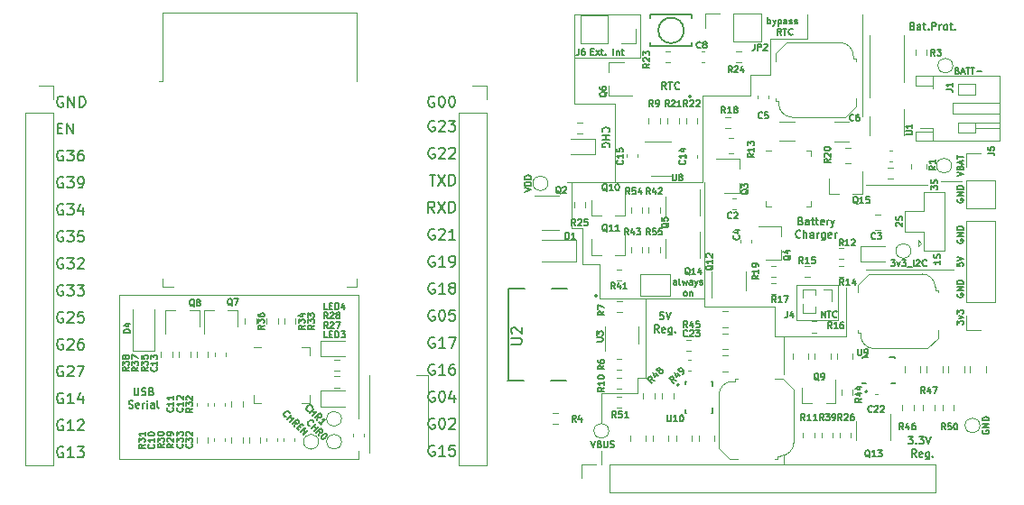
<source format=gbr>
G04 #@! TF.GenerationSoftware,KiCad,Pcbnew,(5.1.8)-1*
G04 #@! TF.CreationDate,2021-02-03T20:38:12+01:00*
G04 #@! TF.ProjectId,SuperPower-uC-KiCad,53757065-7250-46f7-9765-722d75432d4b,rev?*
G04 #@! TF.SameCoordinates,Original*
G04 #@! TF.FileFunction,Legend,Top*
G04 #@! TF.FilePolarity,Positive*
%FSLAX46Y46*%
G04 Gerber Fmt 4.6, Leading zero omitted, Abs format (unit mm)*
G04 Created by KiCad (PCBNEW (5.1.8)-1) date 2021-02-03 20:38:12*
%MOMM*%
%LPD*%
G01*
G04 APERTURE LIST*
%ADD10C,0.120000*%
%ADD11C,0.150000*%
%ADD12C,0.175000*%
%ADD13C,0.200000*%
%ADD14C,0.127000*%
G04 APERTURE END LIST*
D10*
X170434000Y-82169000D02*
X172275500Y-82169000D01*
X175768000Y-78803500D02*
X175768000Y-76517500D01*
X172275500Y-78803500D02*
X175768000Y-78803500D01*
X187071000Y-92519500D02*
X181292500Y-92519500D01*
X190246000Y-92138500D02*
X188277500Y-92138500D01*
X180911500Y-76517500D02*
X180911500Y-86042500D01*
D11*
X129010400Y-113692446D02*
X128969994Y-113692446D01*
X128889182Y-113652040D01*
X128848776Y-113611634D01*
X128808370Y-113530822D01*
X128808370Y-113450009D01*
X128828573Y-113389400D01*
X128889182Y-113288385D01*
X128949791Y-113227776D01*
X129050806Y-113167167D01*
X129111416Y-113146964D01*
X129192228Y-113146964D01*
X129273040Y-113187370D01*
X129313446Y-113227776D01*
X129353852Y-113308588D01*
X129353852Y-113348994D01*
X129151822Y-113914680D02*
X129576086Y-113490416D01*
X129374055Y-113692446D02*
X129616492Y-113934883D01*
X129394258Y-114157116D02*
X129818522Y-113732852D01*
X129838725Y-114601583D02*
X129899335Y-114258132D01*
X129596289Y-114359147D02*
X130020553Y-113934883D01*
X130182177Y-114096507D01*
X130202380Y-114157116D01*
X130202380Y-114197522D01*
X130182177Y-114258132D01*
X130121568Y-114318741D01*
X130060959Y-114338944D01*
X130020553Y-114338944D01*
X129959944Y-114318741D01*
X129798319Y-114157116D01*
X130242786Y-115005644D02*
X130000350Y-114763208D01*
X130121568Y-114884426D02*
X130545832Y-114460162D01*
X130444817Y-114480365D01*
X130364005Y-114480365D01*
X130303396Y-114460162D01*
X129137400Y-115089446D02*
X129096994Y-115089446D01*
X129016182Y-115049040D01*
X128975776Y-115008634D01*
X128935370Y-114927822D01*
X128935370Y-114847009D01*
X128955573Y-114786400D01*
X129016182Y-114685385D01*
X129076791Y-114624776D01*
X129177806Y-114564167D01*
X129238416Y-114543964D01*
X129319228Y-114543964D01*
X129400040Y-114584370D01*
X129440446Y-114624776D01*
X129480852Y-114705588D01*
X129480852Y-114745994D01*
X129278822Y-115311680D02*
X129703086Y-114887416D01*
X129501055Y-115089446D02*
X129743492Y-115331883D01*
X129521258Y-115554116D02*
X129945522Y-115129852D01*
X129965725Y-115998583D02*
X130026335Y-115655132D01*
X129723289Y-115756147D02*
X130147553Y-115331883D01*
X130309177Y-115493507D01*
X130329380Y-115554116D01*
X130329380Y-115594522D01*
X130309177Y-115655132D01*
X130248568Y-115715741D01*
X130187959Y-115735944D01*
X130147553Y-115735944D01*
X130086944Y-115715741D01*
X129925319Y-115554116D01*
X130652629Y-115836959D02*
X130693035Y-115877365D01*
X130713238Y-115937974D01*
X130713238Y-115978380D01*
X130693035Y-116038990D01*
X130632426Y-116140005D01*
X130531411Y-116241020D01*
X130430396Y-116301629D01*
X130369786Y-116321832D01*
X130329380Y-116321832D01*
X130268771Y-116301629D01*
X130228365Y-116261223D01*
X130208162Y-116200614D01*
X130208162Y-116160208D01*
X130228365Y-116099599D01*
X130288974Y-115998583D01*
X130389990Y-115897568D01*
X130491005Y-115836959D01*
X130551614Y-115816756D01*
X130592020Y-115816756D01*
X130652629Y-115836959D01*
X126893268Y-114242314D02*
X126852862Y-114242314D01*
X126772050Y-114201908D01*
X126731644Y-114161502D01*
X126691238Y-114080690D01*
X126691238Y-113999877D01*
X126711441Y-113939268D01*
X126772050Y-113838253D01*
X126832659Y-113777644D01*
X126933674Y-113717035D01*
X126994284Y-113696832D01*
X127075096Y-113696832D01*
X127155908Y-113737238D01*
X127196314Y-113777644D01*
X127236720Y-113858456D01*
X127236720Y-113898862D01*
X127034690Y-114464548D02*
X127458954Y-114040284D01*
X127256923Y-114242314D02*
X127499360Y-114484751D01*
X127277126Y-114706984D02*
X127701390Y-114282720D01*
X127721593Y-115151451D02*
X127782203Y-114808000D01*
X127479157Y-114909015D02*
X127903421Y-114484751D01*
X128065045Y-114646375D01*
X128085248Y-114706984D01*
X128085248Y-114747390D01*
X128065045Y-114808000D01*
X128004436Y-114868609D01*
X127943827Y-114888812D01*
X127903421Y-114888812D01*
X127842812Y-114868609D01*
X127681187Y-114706984D01*
X128125654Y-115111045D02*
X128267076Y-115252467D01*
X128105451Y-115535309D02*
X127903421Y-115333279D01*
X128327685Y-114909015D01*
X128529715Y-115111045D01*
X128287279Y-115717137D02*
X128711543Y-115292873D01*
X128529715Y-115959573D01*
X128953980Y-115535309D01*
X189790428Y-105616285D02*
X189790428Y-105244857D01*
X190019000Y-105444857D01*
X190019000Y-105359142D01*
X190047571Y-105302000D01*
X190076142Y-105273428D01*
X190133285Y-105244857D01*
X190276142Y-105244857D01*
X190333285Y-105273428D01*
X190361857Y-105302000D01*
X190390428Y-105359142D01*
X190390428Y-105530571D01*
X190361857Y-105587714D01*
X190333285Y-105616285D01*
X189990428Y-105044857D02*
X190390428Y-104902000D01*
X189990428Y-104759142D01*
X189790428Y-104587714D02*
X189790428Y-104216285D01*
X190019000Y-104416285D01*
X190019000Y-104330571D01*
X190047571Y-104273428D01*
X190076142Y-104244857D01*
X190133285Y-104216285D01*
X190276142Y-104216285D01*
X190333285Y-104244857D01*
X190361857Y-104273428D01*
X190390428Y-104330571D01*
X190390428Y-104502000D01*
X190361857Y-104559142D01*
X190333285Y-104587714D01*
X189819000Y-102692142D02*
X189790428Y-102749285D01*
X189790428Y-102835000D01*
X189819000Y-102920714D01*
X189876142Y-102977857D01*
X189933285Y-103006428D01*
X190047571Y-103035000D01*
X190133285Y-103035000D01*
X190247571Y-103006428D01*
X190304714Y-102977857D01*
X190361857Y-102920714D01*
X190390428Y-102835000D01*
X190390428Y-102777857D01*
X190361857Y-102692142D01*
X190333285Y-102663571D01*
X190133285Y-102663571D01*
X190133285Y-102777857D01*
X190390428Y-102406428D02*
X189790428Y-102406428D01*
X190390428Y-102063571D01*
X189790428Y-102063571D01*
X190390428Y-101777857D02*
X189790428Y-101777857D01*
X189790428Y-101635000D01*
X189819000Y-101549285D01*
X189876142Y-101492142D01*
X189933285Y-101463571D01*
X190047571Y-101435000D01*
X190133285Y-101435000D01*
X190247571Y-101463571D01*
X190304714Y-101492142D01*
X190361857Y-101549285D01*
X190390428Y-101635000D01*
X190390428Y-101777857D01*
X189790428Y-99809285D02*
X189790428Y-100095000D01*
X190076142Y-100123571D01*
X190047571Y-100095000D01*
X190019000Y-100037857D01*
X190019000Y-99895000D01*
X190047571Y-99837857D01*
X190076142Y-99809285D01*
X190133285Y-99780714D01*
X190276142Y-99780714D01*
X190333285Y-99809285D01*
X190361857Y-99837857D01*
X190390428Y-99895000D01*
X190390428Y-100037857D01*
X190361857Y-100095000D01*
X190333285Y-100123571D01*
X189790428Y-99609285D02*
X190390428Y-99409285D01*
X189790428Y-99209285D01*
X189819000Y-97612142D02*
X189790428Y-97669285D01*
X189790428Y-97755000D01*
X189819000Y-97840714D01*
X189876142Y-97897857D01*
X189933285Y-97926428D01*
X190047571Y-97955000D01*
X190133285Y-97955000D01*
X190247571Y-97926428D01*
X190304714Y-97897857D01*
X190361857Y-97840714D01*
X190390428Y-97755000D01*
X190390428Y-97697857D01*
X190361857Y-97612142D01*
X190333285Y-97583571D01*
X190133285Y-97583571D01*
X190133285Y-97697857D01*
X190390428Y-97326428D02*
X189790428Y-97326428D01*
X190390428Y-96983571D01*
X189790428Y-96983571D01*
X190390428Y-96697857D02*
X189790428Y-96697857D01*
X189790428Y-96555000D01*
X189819000Y-96469285D01*
X189876142Y-96412142D01*
X189933285Y-96383571D01*
X190047571Y-96355000D01*
X190133285Y-96355000D01*
X190247571Y-96383571D01*
X190304714Y-96412142D01*
X190361857Y-96469285D01*
X190390428Y-96555000D01*
X190390428Y-96697857D01*
X189819000Y-93802142D02*
X189790428Y-93859285D01*
X189790428Y-93945000D01*
X189819000Y-94030714D01*
X189876142Y-94087857D01*
X189933285Y-94116428D01*
X190047571Y-94145000D01*
X190133285Y-94145000D01*
X190247571Y-94116428D01*
X190304714Y-94087857D01*
X190361857Y-94030714D01*
X190390428Y-93945000D01*
X190390428Y-93887857D01*
X190361857Y-93802142D01*
X190333285Y-93773571D01*
X190133285Y-93773571D01*
X190133285Y-93887857D01*
X190390428Y-93516428D02*
X189790428Y-93516428D01*
X190390428Y-93173571D01*
X189790428Y-93173571D01*
X190390428Y-92887857D02*
X189790428Y-92887857D01*
X189790428Y-92745000D01*
X189819000Y-92659285D01*
X189876142Y-92602142D01*
X189933285Y-92573571D01*
X190047571Y-92545000D01*
X190133285Y-92545000D01*
X190247571Y-92573571D01*
X190304714Y-92602142D01*
X190361857Y-92659285D01*
X190390428Y-92745000D01*
X190390428Y-92887857D01*
X189838142Y-81745142D02*
X189923857Y-81773714D01*
X189952428Y-81802285D01*
X189981000Y-81859428D01*
X189981000Y-81945142D01*
X189952428Y-82002285D01*
X189923857Y-82030857D01*
X189866714Y-82059428D01*
X189638142Y-82059428D01*
X189638142Y-81459428D01*
X189838142Y-81459428D01*
X189895285Y-81488000D01*
X189923857Y-81516571D01*
X189952428Y-81573714D01*
X189952428Y-81630857D01*
X189923857Y-81688000D01*
X189895285Y-81716571D01*
X189838142Y-81745142D01*
X189638142Y-81745142D01*
X190209571Y-81888000D02*
X190495285Y-81888000D01*
X190152428Y-82059428D02*
X190352428Y-81459428D01*
X190552428Y-82059428D01*
X190666714Y-81459428D02*
X191009571Y-81459428D01*
X190838142Y-82059428D02*
X190838142Y-81459428D01*
X191123857Y-81459428D02*
X191466714Y-81459428D01*
X191295285Y-82059428D02*
X191295285Y-81459428D01*
X191666714Y-81830857D02*
X192123857Y-81830857D01*
X149277428Y-93129000D02*
X149877428Y-92929000D01*
X149277428Y-92729000D01*
X149877428Y-92529000D02*
X149277428Y-92529000D01*
X149277428Y-92386142D01*
X149306000Y-92300428D01*
X149363142Y-92243285D01*
X149420285Y-92214714D01*
X149534571Y-92186142D01*
X149620285Y-92186142D01*
X149734571Y-92214714D01*
X149791714Y-92243285D01*
X149848857Y-92300428D01*
X149877428Y-92386142D01*
X149877428Y-92529000D01*
X149877428Y-91929000D02*
X149277428Y-91929000D01*
X149277428Y-91786142D01*
X149306000Y-91700428D01*
X149363142Y-91643285D01*
X149420285Y-91614714D01*
X149534571Y-91586142D01*
X149620285Y-91586142D01*
X149734571Y-91614714D01*
X149791714Y-91643285D01*
X149848857Y-91700428D01*
X149877428Y-91786142D01*
X149877428Y-91929000D01*
X155491000Y-116511428D02*
X155691000Y-117111428D01*
X155891000Y-116511428D01*
X156291000Y-116797142D02*
X156376714Y-116825714D01*
X156405285Y-116854285D01*
X156433857Y-116911428D01*
X156433857Y-116997142D01*
X156405285Y-117054285D01*
X156376714Y-117082857D01*
X156319571Y-117111428D01*
X156091000Y-117111428D01*
X156091000Y-116511428D01*
X156291000Y-116511428D01*
X156348142Y-116540000D01*
X156376714Y-116568571D01*
X156405285Y-116625714D01*
X156405285Y-116682857D01*
X156376714Y-116740000D01*
X156348142Y-116768571D01*
X156291000Y-116797142D01*
X156091000Y-116797142D01*
X156691000Y-116511428D02*
X156691000Y-116997142D01*
X156719571Y-117054285D01*
X156748142Y-117082857D01*
X156805285Y-117111428D01*
X156919571Y-117111428D01*
X156976714Y-117082857D01*
X157005285Y-117054285D01*
X157033857Y-116997142D01*
X157033857Y-116511428D01*
X157291000Y-117082857D02*
X157376714Y-117111428D01*
X157519571Y-117111428D01*
X157576714Y-117082857D01*
X157605285Y-117054285D01*
X157633857Y-116997142D01*
X157633857Y-116940000D01*
X157605285Y-116882857D01*
X157576714Y-116854285D01*
X157519571Y-116825714D01*
X157405285Y-116797142D01*
X157348142Y-116768571D01*
X157319571Y-116740000D01*
X157291000Y-116682857D01*
X157291000Y-116625714D01*
X157319571Y-116568571D01*
X157348142Y-116540000D01*
X157405285Y-116511428D01*
X157548142Y-116511428D01*
X157633857Y-116540000D01*
X192232000Y-115519142D02*
X192203428Y-115576285D01*
X192203428Y-115662000D01*
X192232000Y-115747714D01*
X192289142Y-115804857D01*
X192346285Y-115833428D01*
X192460571Y-115862000D01*
X192546285Y-115862000D01*
X192660571Y-115833428D01*
X192717714Y-115804857D01*
X192774857Y-115747714D01*
X192803428Y-115662000D01*
X192803428Y-115604857D01*
X192774857Y-115519142D01*
X192746285Y-115490571D01*
X192546285Y-115490571D01*
X192546285Y-115604857D01*
X192803428Y-115233428D02*
X192203428Y-115233428D01*
X192803428Y-114890571D01*
X192203428Y-114890571D01*
X192803428Y-114604857D02*
X192203428Y-114604857D01*
X192203428Y-114462000D01*
X192232000Y-114376285D01*
X192289142Y-114319142D01*
X192346285Y-114290571D01*
X192460571Y-114262000D01*
X192546285Y-114262000D01*
X192660571Y-114290571D01*
X192717714Y-114319142D01*
X192774857Y-114376285D01*
X192803428Y-114462000D01*
X192803428Y-114604857D01*
X189790428Y-91663714D02*
X190390428Y-91463714D01*
X189790428Y-91263714D01*
X190076142Y-90863714D02*
X190104714Y-90778000D01*
X190133285Y-90749428D01*
X190190428Y-90720857D01*
X190276142Y-90720857D01*
X190333285Y-90749428D01*
X190361857Y-90778000D01*
X190390428Y-90835142D01*
X190390428Y-91063714D01*
X189790428Y-91063714D01*
X189790428Y-90863714D01*
X189819000Y-90806571D01*
X189847571Y-90778000D01*
X189904714Y-90749428D01*
X189961857Y-90749428D01*
X190019000Y-90778000D01*
X190047571Y-90806571D01*
X190076142Y-90863714D01*
X190076142Y-91063714D01*
X190219000Y-90492285D02*
X190219000Y-90206571D01*
X190390428Y-90549428D02*
X189790428Y-90349428D01*
X190390428Y-90149428D01*
X189790428Y-90035142D02*
X189790428Y-89692285D01*
X190390428Y-89863714D02*
X189790428Y-89863714D01*
X183621571Y-99493428D02*
X183993000Y-99493428D01*
X183793000Y-99722000D01*
X183878714Y-99722000D01*
X183935857Y-99750571D01*
X183964428Y-99779142D01*
X183993000Y-99836285D01*
X183993000Y-99979142D01*
X183964428Y-100036285D01*
X183935857Y-100064857D01*
X183878714Y-100093428D01*
X183707285Y-100093428D01*
X183650142Y-100064857D01*
X183621571Y-100036285D01*
X184193000Y-99693428D02*
X184335857Y-100093428D01*
X184478714Y-99693428D01*
X184650142Y-99493428D02*
X185021571Y-99493428D01*
X184821571Y-99722000D01*
X184907285Y-99722000D01*
X184964428Y-99750571D01*
X184993000Y-99779142D01*
X185021571Y-99836285D01*
X185021571Y-99979142D01*
X184993000Y-100036285D01*
X184964428Y-100064857D01*
X184907285Y-100093428D01*
X184735857Y-100093428D01*
X184678714Y-100064857D01*
X184650142Y-100036285D01*
X185135857Y-100150571D02*
X185593000Y-100150571D01*
X185735857Y-100093428D02*
X185735857Y-99493428D01*
X185993000Y-99550571D02*
X186021571Y-99522000D01*
X186078714Y-99493428D01*
X186221571Y-99493428D01*
X186278714Y-99522000D01*
X186307285Y-99550571D01*
X186335857Y-99607714D01*
X186335857Y-99664857D01*
X186307285Y-99750571D01*
X185964428Y-100093428D01*
X186335857Y-100093428D01*
X186935857Y-100036285D02*
X186907285Y-100064857D01*
X186821571Y-100093428D01*
X186764428Y-100093428D01*
X186678714Y-100064857D01*
X186621571Y-100007714D01*
X186593000Y-99950571D01*
X186564428Y-99836285D01*
X186564428Y-99750571D01*
X186593000Y-99636285D01*
X186621571Y-99579142D01*
X186678714Y-99522000D01*
X186764428Y-99493428D01*
X186821571Y-99493428D01*
X186907285Y-99522000D01*
X186935857Y-99550571D01*
D10*
X156464000Y-117475000D02*
X156464000Y-118745000D01*
D11*
X163506285Y-101854428D02*
X163506285Y-101540142D01*
X163477714Y-101483000D01*
X163420571Y-101454428D01*
X163306285Y-101454428D01*
X163249142Y-101483000D01*
X163506285Y-101825857D02*
X163449142Y-101854428D01*
X163306285Y-101854428D01*
X163249142Y-101825857D01*
X163220571Y-101768714D01*
X163220571Y-101711571D01*
X163249142Y-101654428D01*
X163306285Y-101625857D01*
X163449142Y-101625857D01*
X163506285Y-101597285D01*
X163877714Y-101854428D02*
X163820571Y-101825857D01*
X163792000Y-101768714D01*
X163792000Y-101254428D01*
X164049142Y-101454428D02*
X164163428Y-101854428D01*
X164277714Y-101568714D01*
X164392000Y-101854428D01*
X164506285Y-101454428D01*
X164992000Y-101854428D02*
X164992000Y-101540142D01*
X164963428Y-101483000D01*
X164906285Y-101454428D01*
X164792000Y-101454428D01*
X164734857Y-101483000D01*
X164992000Y-101825857D02*
X164934857Y-101854428D01*
X164792000Y-101854428D01*
X164734857Y-101825857D01*
X164706285Y-101768714D01*
X164706285Y-101711571D01*
X164734857Y-101654428D01*
X164792000Y-101625857D01*
X164934857Y-101625857D01*
X164992000Y-101597285D01*
X165220571Y-101454428D02*
X165363428Y-101854428D01*
X165506285Y-101454428D02*
X165363428Y-101854428D01*
X165306285Y-101997285D01*
X165277714Y-102025857D01*
X165220571Y-102054428D01*
X165706285Y-101825857D02*
X165763428Y-101854428D01*
X165877714Y-101854428D01*
X165934857Y-101825857D01*
X165963428Y-101768714D01*
X165963428Y-101740142D01*
X165934857Y-101683000D01*
X165877714Y-101654428D01*
X165792000Y-101654428D01*
X165734857Y-101625857D01*
X165706285Y-101568714D01*
X165706285Y-101540142D01*
X165734857Y-101483000D01*
X165792000Y-101454428D01*
X165877714Y-101454428D01*
X165934857Y-101483000D01*
X164277714Y-102904428D02*
X164220571Y-102875857D01*
X164192000Y-102847285D01*
X164163428Y-102790142D01*
X164163428Y-102618714D01*
X164192000Y-102561571D01*
X164220571Y-102533000D01*
X164277714Y-102504428D01*
X164363428Y-102504428D01*
X164420571Y-102533000D01*
X164449142Y-102561571D01*
X164477714Y-102618714D01*
X164477714Y-102790142D01*
X164449142Y-102847285D01*
X164420571Y-102875857D01*
X164363428Y-102904428D01*
X164277714Y-102904428D01*
X164734857Y-102504428D02*
X164734857Y-102904428D01*
X164734857Y-102561571D02*
X164763428Y-102533000D01*
X164820571Y-102504428D01*
X164906285Y-102504428D01*
X164963428Y-102533000D01*
X164992000Y-102590142D01*
X164992000Y-102904428D01*
D10*
X157734000Y-84836000D02*
X157734000Y-92202000D01*
X153924000Y-84836000D02*
X157734000Y-84836000D01*
D12*
X156595000Y-87511000D02*
X156561666Y-87477666D01*
X156528333Y-87377666D01*
X156528333Y-87311000D01*
X156561666Y-87211000D01*
X156628333Y-87144333D01*
X156695000Y-87111000D01*
X156828333Y-87077666D01*
X156928333Y-87077666D01*
X157061666Y-87111000D01*
X157128333Y-87144333D01*
X157195000Y-87211000D01*
X157228333Y-87311000D01*
X157228333Y-87377666D01*
X157195000Y-87477666D01*
X157161666Y-87511000D01*
X156528333Y-87811000D02*
X157228333Y-87811000D01*
X156895000Y-87811000D02*
X156895000Y-88211000D01*
X156528333Y-88211000D02*
X157228333Y-88211000D01*
X157195000Y-88911000D02*
X157228333Y-88844333D01*
X157228333Y-88744333D01*
X157195000Y-88644333D01*
X157128333Y-88577666D01*
X157061666Y-88544333D01*
X156928333Y-88511000D01*
X156828333Y-88511000D01*
X156695000Y-88544333D01*
X156628333Y-88577666D01*
X156561666Y-88644333D01*
X156528333Y-88744333D01*
X156528333Y-88811000D01*
X156561666Y-88911000D01*
X156595000Y-88944333D01*
X156828333Y-88944333D01*
X156828333Y-88811000D01*
D10*
X173609000Y-117856000D02*
X173609000Y-118745000D01*
D12*
X185263000Y-116098166D02*
X185696333Y-116098166D01*
X185463000Y-116364833D01*
X185563000Y-116364833D01*
X185629666Y-116398166D01*
X185663000Y-116431500D01*
X185696333Y-116498166D01*
X185696333Y-116664833D01*
X185663000Y-116731500D01*
X185629666Y-116764833D01*
X185563000Y-116798166D01*
X185363000Y-116798166D01*
X185296333Y-116764833D01*
X185263000Y-116731500D01*
X185996333Y-116731500D02*
X186029666Y-116764833D01*
X185996333Y-116798166D01*
X185963000Y-116764833D01*
X185996333Y-116731500D01*
X185996333Y-116798166D01*
X186263000Y-116098166D02*
X186696333Y-116098166D01*
X186463000Y-116364833D01*
X186563000Y-116364833D01*
X186629666Y-116398166D01*
X186663000Y-116431500D01*
X186696333Y-116498166D01*
X186696333Y-116664833D01*
X186663000Y-116731500D01*
X186629666Y-116764833D01*
X186563000Y-116798166D01*
X186363000Y-116798166D01*
X186296333Y-116764833D01*
X186263000Y-116731500D01*
X186896333Y-116098166D02*
X187129666Y-116798166D01*
X187363000Y-116098166D01*
X185996333Y-118023166D02*
X185763000Y-117689833D01*
X185596333Y-118023166D02*
X185596333Y-117323166D01*
X185863000Y-117323166D01*
X185929666Y-117356500D01*
X185963000Y-117389833D01*
X185996333Y-117456500D01*
X185996333Y-117556500D01*
X185963000Y-117623166D01*
X185929666Y-117656500D01*
X185863000Y-117689833D01*
X185596333Y-117689833D01*
X186563000Y-117989833D02*
X186496333Y-118023166D01*
X186363000Y-118023166D01*
X186296333Y-117989833D01*
X186263000Y-117923166D01*
X186263000Y-117656500D01*
X186296333Y-117589833D01*
X186363000Y-117556500D01*
X186496333Y-117556500D01*
X186563000Y-117589833D01*
X186596333Y-117656500D01*
X186596333Y-117723166D01*
X186263000Y-117789833D01*
X187196333Y-117556500D02*
X187196333Y-118123166D01*
X187163000Y-118189833D01*
X187129666Y-118223166D01*
X187063000Y-118256500D01*
X186963000Y-118256500D01*
X186896333Y-118223166D01*
X187196333Y-117989833D02*
X187129666Y-118023166D01*
X186996333Y-118023166D01*
X186929666Y-117989833D01*
X186896333Y-117956500D01*
X186863000Y-117889833D01*
X186863000Y-117689833D01*
X186896333Y-117623166D01*
X186929666Y-117589833D01*
X186996333Y-117556500D01*
X187129666Y-117556500D01*
X187196333Y-117589833D01*
X187529666Y-117956500D02*
X187563000Y-117989833D01*
X187529666Y-118023166D01*
X187496333Y-117989833D01*
X187529666Y-117956500D01*
X187529666Y-118023166D01*
D10*
X173609000Y-106680000D02*
X173609000Y-110236000D01*
X156464000Y-112014000D02*
X156464000Y-114808000D01*
X159893000Y-112014000D02*
X156464000Y-112014000D01*
X159893000Y-110617000D02*
X159893000Y-112014000D01*
X160655000Y-110617000D02*
X159893000Y-110617000D01*
X160655000Y-110490000D02*
X160655000Y-110617000D01*
X160655000Y-103124000D02*
X160655000Y-110490000D01*
D12*
X175143500Y-95857500D02*
X175243500Y-95890833D01*
X175276833Y-95924166D01*
X175310166Y-95990833D01*
X175310166Y-96090833D01*
X175276833Y-96157500D01*
X175243500Y-96190833D01*
X175176833Y-96224166D01*
X174910166Y-96224166D01*
X174910166Y-95524166D01*
X175143500Y-95524166D01*
X175210166Y-95557500D01*
X175243500Y-95590833D01*
X175276833Y-95657500D01*
X175276833Y-95724166D01*
X175243500Y-95790833D01*
X175210166Y-95824166D01*
X175143500Y-95857500D01*
X174910166Y-95857500D01*
X175910166Y-96224166D02*
X175910166Y-95857500D01*
X175876833Y-95790833D01*
X175810166Y-95757500D01*
X175676833Y-95757500D01*
X175610166Y-95790833D01*
X175910166Y-96190833D02*
X175843500Y-96224166D01*
X175676833Y-96224166D01*
X175610166Y-96190833D01*
X175576833Y-96124166D01*
X175576833Y-96057500D01*
X175610166Y-95990833D01*
X175676833Y-95957500D01*
X175843500Y-95957500D01*
X175910166Y-95924166D01*
X176143500Y-95757500D02*
X176410166Y-95757500D01*
X176243500Y-95524166D02*
X176243500Y-96124166D01*
X176276833Y-96190833D01*
X176343500Y-96224166D01*
X176410166Y-96224166D01*
X176543500Y-95757500D02*
X176810166Y-95757500D01*
X176643500Y-95524166D02*
X176643500Y-96124166D01*
X176676833Y-96190833D01*
X176743500Y-96224166D01*
X176810166Y-96224166D01*
X177310166Y-96190833D02*
X177243500Y-96224166D01*
X177110166Y-96224166D01*
X177043500Y-96190833D01*
X177010166Y-96124166D01*
X177010166Y-95857500D01*
X177043500Y-95790833D01*
X177110166Y-95757500D01*
X177243500Y-95757500D01*
X177310166Y-95790833D01*
X177343500Y-95857500D01*
X177343500Y-95924166D01*
X177010166Y-95990833D01*
X177643500Y-96224166D02*
X177643500Y-95757500D01*
X177643500Y-95890833D02*
X177676833Y-95824166D01*
X177710166Y-95790833D01*
X177776833Y-95757500D01*
X177843500Y-95757500D01*
X178010166Y-95757500D02*
X178176833Y-96224166D01*
X178343500Y-95757500D02*
X178176833Y-96224166D01*
X178110166Y-96390833D01*
X178076833Y-96424166D01*
X178010166Y-96457500D01*
X175126833Y-97382500D02*
X175093500Y-97415833D01*
X174993500Y-97449166D01*
X174926833Y-97449166D01*
X174826833Y-97415833D01*
X174760166Y-97349166D01*
X174726833Y-97282500D01*
X174693500Y-97149166D01*
X174693500Y-97049166D01*
X174726833Y-96915833D01*
X174760166Y-96849166D01*
X174826833Y-96782500D01*
X174926833Y-96749166D01*
X174993500Y-96749166D01*
X175093500Y-96782500D01*
X175126833Y-96815833D01*
X175426833Y-97449166D02*
X175426833Y-96749166D01*
X175726833Y-97449166D02*
X175726833Y-97082500D01*
X175693500Y-97015833D01*
X175626833Y-96982500D01*
X175526833Y-96982500D01*
X175460166Y-97015833D01*
X175426833Y-97049166D01*
X176360166Y-97449166D02*
X176360166Y-97082500D01*
X176326833Y-97015833D01*
X176260166Y-96982500D01*
X176126833Y-96982500D01*
X176060166Y-97015833D01*
X176360166Y-97415833D02*
X176293500Y-97449166D01*
X176126833Y-97449166D01*
X176060166Y-97415833D01*
X176026833Y-97349166D01*
X176026833Y-97282500D01*
X176060166Y-97215833D01*
X176126833Y-97182500D01*
X176293500Y-97182500D01*
X176360166Y-97149166D01*
X176693500Y-97449166D02*
X176693500Y-96982500D01*
X176693500Y-97115833D02*
X176726833Y-97049166D01*
X176760166Y-97015833D01*
X176826833Y-96982500D01*
X176893500Y-96982500D01*
X177426833Y-96982500D02*
X177426833Y-97549166D01*
X177393500Y-97615833D01*
X177360166Y-97649166D01*
X177293500Y-97682500D01*
X177193500Y-97682500D01*
X177126833Y-97649166D01*
X177426833Y-97415833D02*
X177360166Y-97449166D01*
X177226833Y-97449166D01*
X177160166Y-97415833D01*
X177126833Y-97382500D01*
X177093500Y-97315833D01*
X177093500Y-97115833D01*
X177126833Y-97049166D01*
X177160166Y-97015833D01*
X177226833Y-96982500D01*
X177360166Y-96982500D01*
X177426833Y-97015833D01*
X178026833Y-97415833D02*
X177960166Y-97449166D01*
X177826833Y-97449166D01*
X177760166Y-97415833D01*
X177726833Y-97349166D01*
X177726833Y-97082500D01*
X177760166Y-97015833D01*
X177826833Y-96982500D01*
X177960166Y-96982500D01*
X178026833Y-97015833D01*
X178060166Y-97082500D01*
X178060166Y-97149166D01*
X177726833Y-97215833D01*
X178360166Y-97449166D02*
X178360166Y-96982500D01*
X178360166Y-97115833D02*
X178393500Y-97049166D01*
X178426833Y-97015833D01*
X178493500Y-96982500D01*
X178560166Y-96982500D01*
D10*
X166116000Y-103886000D02*
X166116000Y-103124000D01*
X172720000Y-103886000D02*
X166116000Y-103886000D01*
X172720000Y-106680000D02*
X172720000Y-103886000D01*
X179451000Y-106680000D02*
X172720000Y-106680000D01*
X179451000Y-102108000D02*
X179451000Y-106680000D01*
X189484000Y-100457000D02*
X181292500Y-100457000D01*
X170434000Y-82169000D02*
X170434000Y-84074000D01*
X153289000Y-92202000D02*
X153924000Y-92202000D01*
X153670000Y-96520000D02*
X153670000Y-92202000D01*
X154686000Y-96520000D02*
X153670000Y-96520000D01*
X154686000Y-99949000D02*
X154686000Y-96520000D01*
X156337000Y-99949000D02*
X154686000Y-99949000D01*
X156337000Y-103124000D02*
X156337000Y-99949000D01*
X166116000Y-103124000D02*
X156337000Y-103124000D01*
X166116000Y-92202000D02*
X166116000Y-103124000D01*
D12*
X162541000Y-83501666D02*
X162307666Y-83168333D01*
X162141000Y-83501666D02*
X162141000Y-82801666D01*
X162407666Y-82801666D01*
X162474333Y-82835000D01*
X162507666Y-82868333D01*
X162541000Y-82935000D01*
X162541000Y-83035000D01*
X162507666Y-83101666D01*
X162474333Y-83135000D01*
X162407666Y-83168333D01*
X162141000Y-83168333D01*
X162741000Y-82801666D02*
X163141000Y-82801666D01*
X162941000Y-83501666D02*
X162941000Y-82801666D01*
X163774333Y-83435000D02*
X163741000Y-83468333D01*
X163641000Y-83501666D01*
X163574333Y-83501666D01*
X163474333Y-83468333D01*
X163407666Y-83401666D01*
X163374333Y-83335000D01*
X163341000Y-83201666D01*
X163341000Y-83101666D01*
X163374333Y-82968333D01*
X163407666Y-82901666D01*
X163474333Y-82835000D01*
X163574333Y-82801666D01*
X163641000Y-82801666D01*
X163741000Y-82835000D01*
X163774333Y-82868333D01*
D10*
X153924000Y-84836000D02*
X153924000Y-80899000D01*
X165989000Y-92202000D02*
X153924000Y-92202000D01*
X165989000Y-84074000D02*
X165989000Y-92202000D01*
X170434000Y-84074000D02*
X165989000Y-84074000D01*
X160147000Y-76454000D02*
X160147000Y-80518000D01*
X153924000Y-76454000D02*
X160147000Y-76454000D01*
X153924000Y-80899000D02*
X153924000Y-76454000D01*
X160147000Y-80518000D02*
X153924000Y-80518000D01*
D11*
X155472000Y-79967142D02*
X155672000Y-79967142D01*
X155757714Y-80281428D02*
X155472000Y-80281428D01*
X155472000Y-79681428D01*
X155757714Y-79681428D01*
X155957714Y-80281428D02*
X156272000Y-79881428D01*
X155957714Y-79881428D02*
X156272000Y-80281428D01*
X156414857Y-79881428D02*
X156643428Y-79881428D01*
X156500571Y-79681428D02*
X156500571Y-80195714D01*
X156529142Y-80252857D01*
X156586285Y-80281428D01*
X156643428Y-80281428D01*
X156843428Y-80224285D02*
X156872000Y-80252857D01*
X156843428Y-80281428D01*
X156814857Y-80252857D01*
X156843428Y-80224285D01*
X156843428Y-80281428D01*
X157586285Y-80281428D02*
X157586285Y-79681428D01*
X157872000Y-79881428D02*
X157872000Y-80281428D01*
X157872000Y-79938571D02*
X157900571Y-79910000D01*
X157957714Y-79881428D01*
X158043428Y-79881428D01*
X158100571Y-79910000D01*
X158129142Y-79967142D01*
X158129142Y-80281428D01*
X158329142Y-79881428D02*
X158557714Y-79881428D01*
X158414857Y-79681428D02*
X158414857Y-80195714D01*
X158443428Y-80252857D01*
X158500571Y-80281428D01*
X158557714Y-80281428D01*
X177100000Y-104919428D02*
X177100000Y-104319428D01*
X177442857Y-104919428D01*
X177442857Y-104319428D01*
X177642857Y-104319428D02*
X177985714Y-104319428D01*
X177814285Y-104919428D02*
X177814285Y-104319428D01*
X178528571Y-104862285D02*
X178500000Y-104890857D01*
X178414285Y-104919428D01*
X178357142Y-104919428D01*
X178271428Y-104890857D01*
X178214285Y-104833714D01*
X178185714Y-104776571D01*
X178157142Y-104662285D01*
X178157142Y-104576571D01*
X178185714Y-104462285D01*
X178214285Y-104405142D01*
X178271428Y-104348000D01*
X178357142Y-104319428D01*
X178414285Y-104319428D01*
X178500000Y-104348000D01*
X178528571Y-104376571D01*
D10*
X172275500Y-82169000D02*
X172275500Y-78803500D01*
D11*
X172058214Y-77343428D02*
X172058214Y-76743428D01*
X172058214Y-76972000D02*
X172115357Y-76943428D01*
X172229642Y-76943428D01*
X172286785Y-76972000D01*
X172315357Y-77000571D01*
X172343928Y-77057714D01*
X172343928Y-77229142D01*
X172315357Y-77286285D01*
X172286785Y-77314857D01*
X172229642Y-77343428D01*
X172115357Y-77343428D01*
X172058214Y-77314857D01*
X172543928Y-76943428D02*
X172686785Y-77343428D01*
X172829642Y-76943428D02*
X172686785Y-77343428D01*
X172629642Y-77486285D01*
X172601071Y-77514857D01*
X172543928Y-77543428D01*
X173058214Y-76943428D02*
X173058214Y-77543428D01*
X173058214Y-76972000D02*
X173115357Y-76943428D01*
X173229642Y-76943428D01*
X173286785Y-76972000D01*
X173315357Y-77000571D01*
X173343928Y-77057714D01*
X173343928Y-77229142D01*
X173315357Y-77286285D01*
X173286785Y-77314857D01*
X173229642Y-77343428D01*
X173115357Y-77343428D01*
X173058214Y-77314857D01*
X173858214Y-77343428D02*
X173858214Y-77029142D01*
X173829642Y-76972000D01*
X173772500Y-76943428D01*
X173658214Y-76943428D01*
X173601071Y-76972000D01*
X173858214Y-77314857D02*
X173801071Y-77343428D01*
X173658214Y-77343428D01*
X173601071Y-77314857D01*
X173572500Y-77257714D01*
X173572500Y-77200571D01*
X173601071Y-77143428D01*
X173658214Y-77114857D01*
X173801071Y-77114857D01*
X173858214Y-77086285D01*
X174115357Y-77314857D02*
X174172500Y-77343428D01*
X174286785Y-77343428D01*
X174343928Y-77314857D01*
X174372500Y-77257714D01*
X174372500Y-77229142D01*
X174343928Y-77172000D01*
X174286785Y-77143428D01*
X174201071Y-77143428D01*
X174143928Y-77114857D01*
X174115357Y-77057714D01*
X174115357Y-77029142D01*
X174143928Y-76972000D01*
X174201071Y-76943428D01*
X174286785Y-76943428D01*
X174343928Y-76972000D01*
X174601071Y-77314857D02*
X174658214Y-77343428D01*
X174772500Y-77343428D01*
X174829642Y-77314857D01*
X174858214Y-77257714D01*
X174858214Y-77229142D01*
X174829642Y-77172000D01*
X174772500Y-77143428D01*
X174686785Y-77143428D01*
X174629642Y-77114857D01*
X174601071Y-77057714D01*
X174601071Y-77029142D01*
X174629642Y-76972000D01*
X174686785Y-76943428D01*
X174772500Y-76943428D01*
X174829642Y-76972000D01*
X173329642Y-78393428D02*
X173129642Y-78107714D01*
X172986785Y-78393428D02*
X172986785Y-77793428D01*
X173215357Y-77793428D01*
X173272500Y-77822000D01*
X173301071Y-77850571D01*
X173329642Y-77907714D01*
X173329642Y-77993428D01*
X173301071Y-78050571D01*
X173272500Y-78079142D01*
X173215357Y-78107714D01*
X172986785Y-78107714D01*
X173501071Y-77793428D02*
X173843928Y-77793428D01*
X173672500Y-78393428D02*
X173672500Y-77793428D01*
X174386785Y-78336285D02*
X174358214Y-78364857D01*
X174272500Y-78393428D01*
X174215357Y-78393428D01*
X174129642Y-78364857D01*
X174072500Y-78307714D01*
X174043928Y-78250571D01*
X174015357Y-78136285D01*
X174015357Y-78050571D01*
X174043928Y-77936285D01*
X174072500Y-77879142D01*
X174129642Y-77822000D01*
X174215357Y-77793428D01*
X174272500Y-77793428D01*
X174358214Y-77822000D01*
X174386785Y-77850571D01*
D10*
X178689000Y-101854000D02*
X178689000Y-105156000D01*
X174752000Y-101854000D02*
X178689000Y-101854000D01*
X174752000Y-105156000D02*
X174752000Y-101854000D01*
X178689000Y-105156000D02*
X174752000Y-105156000D01*
D11*
X112654666Y-111538666D02*
X112654666Y-112105333D01*
X112688000Y-112172000D01*
X112721333Y-112205333D01*
X112788000Y-112238666D01*
X112921333Y-112238666D01*
X112988000Y-112205333D01*
X113021333Y-112172000D01*
X113054666Y-112105333D01*
X113054666Y-111538666D01*
X113354666Y-112205333D02*
X113454666Y-112238666D01*
X113621333Y-112238666D01*
X113688000Y-112205333D01*
X113721333Y-112172000D01*
X113754666Y-112105333D01*
X113754666Y-112038666D01*
X113721333Y-111972000D01*
X113688000Y-111938666D01*
X113621333Y-111905333D01*
X113488000Y-111872000D01*
X113421333Y-111838666D01*
X113388000Y-111805333D01*
X113354666Y-111738666D01*
X113354666Y-111672000D01*
X113388000Y-111605333D01*
X113421333Y-111572000D01*
X113488000Y-111538666D01*
X113654666Y-111538666D01*
X113754666Y-111572000D01*
X114288000Y-111872000D02*
X114388000Y-111905333D01*
X114421333Y-111938666D01*
X114454666Y-112005333D01*
X114454666Y-112105333D01*
X114421333Y-112172000D01*
X114388000Y-112205333D01*
X114321333Y-112238666D01*
X114054666Y-112238666D01*
X114054666Y-111538666D01*
X114288000Y-111538666D01*
X114354666Y-111572000D01*
X114388000Y-111605333D01*
X114421333Y-111672000D01*
X114421333Y-111738666D01*
X114388000Y-111805333D01*
X114354666Y-111838666D01*
X114288000Y-111872000D01*
X114054666Y-111872000D01*
X112154666Y-113405333D02*
X112254666Y-113438666D01*
X112421333Y-113438666D01*
X112488000Y-113405333D01*
X112521333Y-113372000D01*
X112554666Y-113305333D01*
X112554666Y-113238666D01*
X112521333Y-113172000D01*
X112488000Y-113138666D01*
X112421333Y-113105333D01*
X112288000Y-113072000D01*
X112221333Y-113038666D01*
X112188000Y-113005333D01*
X112154666Y-112938666D01*
X112154666Y-112872000D01*
X112188000Y-112805333D01*
X112221333Y-112772000D01*
X112288000Y-112738666D01*
X112454666Y-112738666D01*
X112554666Y-112772000D01*
X113121333Y-113405333D02*
X113054666Y-113438666D01*
X112921333Y-113438666D01*
X112854666Y-113405333D01*
X112821333Y-113338666D01*
X112821333Y-113072000D01*
X112854666Y-113005333D01*
X112921333Y-112972000D01*
X113054666Y-112972000D01*
X113121333Y-113005333D01*
X113154666Y-113072000D01*
X113154666Y-113138666D01*
X112821333Y-113205333D01*
X113454666Y-113438666D02*
X113454666Y-112972000D01*
X113454666Y-113105333D02*
X113488000Y-113038666D01*
X113521333Y-113005333D01*
X113588000Y-112972000D01*
X113654666Y-112972000D01*
X113888000Y-113438666D02*
X113888000Y-112972000D01*
X113888000Y-112738666D02*
X113854666Y-112772000D01*
X113888000Y-112805333D01*
X113921333Y-112772000D01*
X113888000Y-112738666D01*
X113888000Y-112805333D01*
X114521333Y-113438666D02*
X114521333Y-113072000D01*
X114488000Y-113005333D01*
X114421333Y-112972000D01*
X114288000Y-112972000D01*
X114221333Y-113005333D01*
X114521333Y-113405333D02*
X114454666Y-113438666D01*
X114288000Y-113438666D01*
X114221333Y-113405333D01*
X114188000Y-113338666D01*
X114188000Y-113272000D01*
X114221333Y-113205333D01*
X114288000Y-113172000D01*
X114454666Y-113172000D01*
X114521333Y-113138666D01*
X114954666Y-113438666D02*
X114888000Y-113405333D01*
X114854666Y-113338666D01*
X114854666Y-112738666D01*
D10*
X111252000Y-118237000D02*
X111252000Y-102806500D01*
X133731000Y-118237000D02*
X111252000Y-118237000D01*
X133731000Y-117475000D02*
X133731000Y-118237000D01*
X133731000Y-102806500D02*
X133731000Y-114427000D01*
X111252000Y-102806500D02*
X133731000Y-102806500D01*
D11*
X140819333Y-116975000D02*
X140724095Y-116927380D01*
X140581238Y-116927380D01*
X140438381Y-116975000D01*
X140343143Y-117070238D01*
X140295524Y-117165476D01*
X140247905Y-117355952D01*
X140247905Y-117498809D01*
X140295524Y-117689285D01*
X140343143Y-117784523D01*
X140438381Y-117879761D01*
X140581238Y-117927380D01*
X140676476Y-117927380D01*
X140819333Y-117879761D01*
X140866952Y-117832142D01*
X140866952Y-117498809D01*
X140676476Y-117498809D01*
X141819333Y-117927380D02*
X141247905Y-117927380D01*
X141533619Y-117927380D02*
X141533619Y-116927380D01*
X141438381Y-117070238D01*
X141343143Y-117165476D01*
X141247905Y-117213095D01*
X142724095Y-116927380D02*
X142247905Y-116927380D01*
X142200286Y-117403571D01*
X142247905Y-117355952D01*
X142343143Y-117308333D01*
X142581238Y-117308333D01*
X142676476Y-117355952D01*
X142724095Y-117403571D01*
X142771714Y-117498809D01*
X142771714Y-117736904D01*
X142724095Y-117832142D01*
X142676476Y-117879761D01*
X142581238Y-117927380D01*
X142343143Y-117927380D01*
X142247905Y-117879761D01*
X142200286Y-117832142D01*
X140819333Y-114435000D02*
X140724095Y-114387380D01*
X140581238Y-114387380D01*
X140438381Y-114435000D01*
X140343143Y-114530238D01*
X140295524Y-114625476D01*
X140247905Y-114815952D01*
X140247905Y-114958809D01*
X140295524Y-115149285D01*
X140343143Y-115244523D01*
X140438381Y-115339761D01*
X140581238Y-115387380D01*
X140676476Y-115387380D01*
X140819333Y-115339761D01*
X140866952Y-115292142D01*
X140866952Y-114958809D01*
X140676476Y-114958809D01*
X141486000Y-114387380D02*
X141581238Y-114387380D01*
X141676476Y-114435000D01*
X141724095Y-114482619D01*
X141771714Y-114577857D01*
X141819333Y-114768333D01*
X141819333Y-115006428D01*
X141771714Y-115196904D01*
X141724095Y-115292142D01*
X141676476Y-115339761D01*
X141581238Y-115387380D01*
X141486000Y-115387380D01*
X141390762Y-115339761D01*
X141343143Y-115292142D01*
X141295524Y-115196904D01*
X141247905Y-115006428D01*
X141247905Y-114768333D01*
X141295524Y-114577857D01*
X141343143Y-114482619D01*
X141390762Y-114435000D01*
X141486000Y-114387380D01*
X142200286Y-114482619D02*
X142247905Y-114435000D01*
X142343143Y-114387380D01*
X142581238Y-114387380D01*
X142676476Y-114435000D01*
X142724095Y-114482619D01*
X142771714Y-114577857D01*
X142771714Y-114673095D01*
X142724095Y-114815952D01*
X142152667Y-115387380D01*
X142771714Y-115387380D01*
X140819333Y-111895000D02*
X140724095Y-111847380D01*
X140581238Y-111847380D01*
X140438381Y-111895000D01*
X140343143Y-111990238D01*
X140295524Y-112085476D01*
X140247905Y-112275952D01*
X140247905Y-112418809D01*
X140295524Y-112609285D01*
X140343143Y-112704523D01*
X140438381Y-112799761D01*
X140581238Y-112847380D01*
X140676476Y-112847380D01*
X140819333Y-112799761D01*
X140866952Y-112752142D01*
X140866952Y-112418809D01*
X140676476Y-112418809D01*
X141486000Y-111847380D02*
X141581238Y-111847380D01*
X141676476Y-111895000D01*
X141724095Y-111942619D01*
X141771714Y-112037857D01*
X141819333Y-112228333D01*
X141819333Y-112466428D01*
X141771714Y-112656904D01*
X141724095Y-112752142D01*
X141676476Y-112799761D01*
X141581238Y-112847380D01*
X141486000Y-112847380D01*
X141390762Y-112799761D01*
X141343143Y-112752142D01*
X141295524Y-112656904D01*
X141247905Y-112466428D01*
X141247905Y-112228333D01*
X141295524Y-112037857D01*
X141343143Y-111942619D01*
X141390762Y-111895000D01*
X141486000Y-111847380D01*
X142676476Y-112180714D02*
X142676476Y-112847380D01*
X142438381Y-111799761D02*
X142200286Y-112514047D01*
X142819333Y-112514047D01*
X140819333Y-109355000D02*
X140724095Y-109307380D01*
X140581238Y-109307380D01*
X140438381Y-109355000D01*
X140343143Y-109450238D01*
X140295524Y-109545476D01*
X140247905Y-109735952D01*
X140247905Y-109878809D01*
X140295524Y-110069285D01*
X140343143Y-110164523D01*
X140438381Y-110259761D01*
X140581238Y-110307380D01*
X140676476Y-110307380D01*
X140819333Y-110259761D01*
X140866952Y-110212142D01*
X140866952Y-109878809D01*
X140676476Y-109878809D01*
X141819333Y-110307380D02*
X141247905Y-110307380D01*
X141533619Y-110307380D02*
X141533619Y-109307380D01*
X141438381Y-109450238D01*
X141343143Y-109545476D01*
X141247905Y-109593095D01*
X142676476Y-109307380D02*
X142486000Y-109307380D01*
X142390762Y-109355000D01*
X142343143Y-109402619D01*
X142247905Y-109545476D01*
X142200286Y-109735952D01*
X142200286Y-110116904D01*
X142247905Y-110212142D01*
X142295524Y-110259761D01*
X142390762Y-110307380D01*
X142581238Y-110307380D01*
X142676476Y-110259761D01*
X142724095Y-110212142D01*
X142771714Y-110116904D01*
X142771714Y-109878809D01*
X142724095Y-109783571D01*
X142676476Y-109735952D01*
X142581238Y-109688333D01*
X142390762Y-109688333D01*
X142295524Y-109735952D01*
X142247905Y-109783571D01*
X142200286Y-109878809D01*
X140819333Y-106815000D02*
X140724095Y-106767380D01*
X140581238Y-106767380D01*
X140438381Y-106815000D01*
X140343143Y-106910238D01*
X140295524Y-107005476D01*
X140247905Y-107195952D01*
X140247905Y-107338809D01*
X140295524Y-107529285D01*
X140343143Y-107624523D01*
X140438381Y-107719761D01*
X140581238Y-107767380D01*
X140676476Y-107767380D01*
X140819333Y-107719761D01*
X140866952Y-107672142D01*
X140866952Y-107338809D01*
X140676476Y-107338809D01*
X141819333Y-107767380D02*
X141247905Y-107767380D01*
X141533619Y-107767380D02*
X141533619Y-106767380D01*
X141438381Y-106910238D01*
X141343143Y-107005476D01*
X141247905Y-107053095D01*
X142152667Y-106767380D02*
X142819333Y-106767380D01*
X142390762Y-107767380D01*
X140819333Y-104275000D02*
X140724095Y-104227380D01*
X140581238Y-104227380D01*
X140438381Y-104275000D01*
X140343143Y-104370238D01*
X140295524Y-104465476D01*
X140247905Y-104655952D01*
X140247905Y-104798809D01*
X140295524Y-104989285D01*
X140343143Y-105084523D01*
X140438381Y-105179761D01*
X140581238Y-105227380D01*
X140676476Y-105227380D01*
X140819333Y-105179761D01*
X140866952Y-105132142D01*
X140866952Y-104798809D01*
X140676476Y-104798809D01*
X141486000Y-104227380D02*
X141581238Y-104227380D01*
X141676476Y-104275000D01*
X141724095Y-104322619D01*
X141771714Y-104417857D01*
X141819333Y-104608333D01*
X141819333Y-104846428D01*
X141771714Y-105036904D01*
X141724095Y-105132142D01*
X141676476Y-105179761D01*
X141581238Y-105227380D01*
X141486000Y-105227380D01*
X141390762Y-105179761D01*
X141343143Y-105132142D01*
X141295524Y-105036904D01*
X141247905Y-104846428D01*
X141247905Y-104608333D01*
X141295524Y-104417857D01*
X141343143Y-104322619D01*
X141390762Y-104275000D01*
X141486000Y-104227380D01*
X142724095Y-104227380D02*
X142247905Y-104227380D01*
X142200286Y-104703571D01*
X142247905Y-104655952D01*
X142343143Y-104608333D01*
X142581238Y-104608333D01*
X142676476Y-104655952D01*
X142724095Y-104703571D01*
X142771714Y-104798809D01*
X142771714Y-105036904D01*
X142724095Y-105132142D01*
X142676476Y-105179761D01*
X142581238Y-105227380D01*
X142343143Y-105227380D01*
X142247905Y-105179761D01*
X142200286Y-105132142D01*
X140819333Y-101735000D02*
X140724095Y-101687380D01*
X140581238Y-101687380D01*
X140438381Y-101735000D01*
X140343143Y-101830238D01*
X140295524Y-101925476D01*
X140247905Y-102115952D01*
X140247905Y-102258809D01*
X140295524Y-102449285D01*
X140343143Y-102544523D01*
X140438381Y-102639761D01*
X140581238Y-102687380D01*
X140676476Y-102687380D01*
X140819333Y-102639761D01*
X140866952Y-102592142D01*
X140866952Y-102258809D01*
X140676476Y-102258809D01*
X141819333Y-102687380D02*
X141247905Y-102687380D01*
X141533619Y-102687380D02*
X141533619Y-101687380D01*
X141438381Y-101830238D01*
X141343143Y-101925476D01*
X141247905Y-101973095D01*
X142390762Y-102115952D02*
X142295524Y-102068333D01*
X142247905Y-102020714D01*
X142200286Y-101925476D01*
X142200286Y-101877857D01*
X142247905Y-101782619D01*
X142295524Y-101735000D01*
X142390762Y-101687380D01*
X142581238Y-101687380D01*
X142676476Y-101735000D01*
X142724095Y-101782619D01*
X142771714Y-101877857D01*
X142771714Y-101925476D01*
X142724095Y-102020714D01*
X142676476Y-102068333D01*
X142581238Y-102115952D01*
X142390762Y-102115952D01*
X142295524Y-102163571D01*
X142247905Y-102211190D01*
X142200286Y-102306428D01*
X142200286Y-102496904D01*
X142247905Y-102592142D01*
X142295524Y-102639761D01*
X142390762Y-102687380D01*
X142581238Y-102687380D01*
X142676476Y-102639761D01*
X142724095Y-102592142D01*
X142771714Y-102496904D01*
X142771714Y-102306428D01*
X142724095Y-102211190D01*
X142676476Y-102163571D01*
X142581238Y-102115952D01*
X140819333Y-99195000D02*
X140724095Y-99147380D01*
X140581238Y-99147380D01*
X140438381Y-99195000D01*
X140343143Y-99290238D01*
X140295524Y-99385476D01*
X140247905Y-99575952D01*
X140247905Y-99718809D01*
X140295524Y-99909285D01*
X140343143Y-100004523D01*
X140438381Y-100099761D01*
X140581238Y-100147380D01*
X140676476Y-100147380D01*
X140819333Y-100099761D01*
X140866952Y-100052142D01*
X140866952Y-99718809D01*
X140676476Y-99718809D01*
X141819333Y-100147380D02*
X141247905Y-100147380D01*
X141533619Y-100147380D02*
X141533619Y-99147380D01*
X141438381Y-99290238D01*
X141343143Y-99385476D01*
X141247905Y-99433095D01*
X142295524Y-100147380D02*
X142486000Y-100147380D01*
X142581238Y-100099761D01*
X142628857Y-100052142D01*
X142724095Y-99909285D01*
X142771714Y-99718809D01*
X142771714Y-99337857D01*
X142724095Y-99242619D01*
X142676476Y-99195000D01*
X142581238Y-99147380D01*
X142390762Y-99147380D01*
X142295524Y-99195000D01*
X142247905Y-99242619D01*
X142200286Y-99337857D01*
X142200286Y-99575952D01*
X142247905Y-99671190D01*
X142295524Y-99718809D01*
X142390762Y-99766428D01*
X142581238Y-99766428D01*
X142676476Y-99718809D01*
X142724095Y-99671190D01*
X142771714Y-99575952D01*
X140819333Y-96655000D02*
X140724095Y-96607380D01*
X140581238Y-96607380D01*
X140438381Y-96655000D01*
X140343143Y-96750238D01*
X140295524Y-96845476D01*
X140247905Y-97035952D01*
X140247905Y-97178809D01*
X140295524Y-97369285D01*
X140343143Y-97464523D01*
X140438381Y-97559761D01*
X140581238Y-97607380D01*
X140676476Y-97607380D01*
X140819333Y-97559761D01*
X140866952Y-97512142D01*
X140866952Y-97178809D01*
X140676476Y-97178809D01*
X141247905Y-96702619D02*
X141295524Y-96655000D01*
X141390762Y-96607380D01*
X141628857Y-96607380D01*
X141724095Y-96655000D01*
X141771714Y-96702619D01*
X141819333Y-96797857D01*
X141819333Y-96893095D01*
X141771714Y-97035952D01*
X141200286Y-97607380D01*
X141819333Y-97607380D01*
X142771714Y-97607380D02*
X142200286Y-97607380D01*
X142486000Y-97607380D02*
X142486000Y-96607380D01*
X142390762Y-96750238D01*
X142295524Y-96845476D01*
X142200286Y-96893095D01*
X140819333Y-95067380D02*
X140486000Y-94591190D01*
X140247904Y-95067380D02*
X140247904Y-94067380D01*
X140628857Y-94067380D01*
X140724095Y-94115000D01*
X140771714Y-94162619D01*
X140819333Y-94257857D01*
X140819333Y-94400714D01*
X140771714Y-94495952D01*
X140724095Y-94543571D01*
X140628857Y-94591190D01*
X140247904Y-94591190D01*
X141152666Y-94067380D02*
X141819333Y-95067380D01*
X141819333Y-94067380D02*
X141152666Y-95067380D01*
X142200285Y-95067380D02*
X142200285Y-94067380D01*
X142438380Y-94067380D01*
X142581238Y-94115000D01*
X142676476Y-94210238D01*
X142724095Y-94305476D01*
X142771714Y-94495952D01*
X142771714Y-94638809D01*
X142724095Y-94829285D01*
X142676476Y-94924523D01*
X142581238Y-95019761D01*
X142438380Y-95067380D01*
X142200285Y-95067380D01*
X140819333Y-89035000D02*
X140724095Y-88987380D01*
X140581238Y-88987380D01*
X140438381Y-89035000D01*
X140343143Y-89130238D01*
X140295524Y-89225476D01*
X140247905Y-89415952D01*
X140247905Y-89558809D01*
X140295524Y-89749285D01*
X140343143Y-89844523D01*
X140438381Y-89939761D01*
X140581238Y-89987380D01*
X140676476Y-89987380D01*
X140819333Y-89939761D01*
X140866952Y-89892142D01*
X140866952Y-89558809D01*
X140676476Y-89558809D01*
X141247905Y-89082619D02*
X141295524Y-89035000D01*
X141390762Y-88987380D01*
X141628857Y-88987380D01*
X141724095Y-89035000D01*
X141771714Y-89082619D01*
X141819333Y-89177857D01*
X141819333Y-89273095D01*
X141771714Y-89415952D01*
X141200286Y-89987380D01*
X141819333Y-89987380D01*
X142200286Y-89082619D02*
X142247905Y-89035000D01*
X142343143Y-88987380D01*
X142581238Y-88987380D01*
X142676476Y-89035000D01*
X142724095Y-89082619D01*
X142771714Y-89177857D01*
X142771714Y-89273095D01*
X142724095Y-89415952D01*
X142152667Y-89987380D01*
X142771714Y-89987380D01*
X140343143Y-91527380D02*
X140914571Y-91527380D01*
X140628857Y-92527380D02*
X140628857Y-91527380D01*
X141152667Y-91527380D02*
X141819333Y-92527380D01*
X141819333Y-91527380D02*
X141152667Y-92527380D01*
X142200286Y-92527380D02*
X142200286Y-91527380D01*
X142438381Y-91527380D01*
X142581238Y-91575000D01*
X142676476Y-91670238D01*
X142724095Y-91765476D01*
X142771714Y-91955952D01*
X142771714Y-92098809D01*
X142724095Y-92289285D01*
X142676476Y-92384523D01*
X142581238Y-92479761D01*
X142438381Y-92527380D01*
X142200286Y-92527380D01*
X140819333Y-86495000D02*
X140724095Y-86447380D01*
X140581238Y-86447380D01*
X140438381Y-86495000D01*
X140343143Y-86590238D01*
X140295524Y-86685476D01*
X140247905Y-86875952D01*
X140247905Y-87018809D01*
X140295524Y-87209285D01*
X140343143Y-87304523D01*
X140438381Y-87399761D01*
X140581238Y-87447380D01*
X140676476Y-87447380D01*
X140819333Y-87399761D01*
X140866952Y-87352142D01*
X140866952Y-87018809D01*
X140676476Y-87018809D01*
X141247905Y-86542619D02*
X141295524Y-86495000D01*
X141390762Y-86447380D01*
X141628857Y-86447380D01*
X141724095Y-86495000D01*
X141771714Y-86542619D01*
X141819333Y-86637857D01*
X141819333Y-86733095D01*
X141771714Y-86875952D01*
X141200286Y-87447380D01*
X141819333Y-87447380D01*
X142152667Y-86447380D02*
X142771714Y-86447380D01*
X142438381Y-86828333D01*
X142581238Y-86828333D01*
X142676476Y-86875952D01*
X142724095Y-86923571D01*
X142771714Y-87018809D01*
X142771714Y-87256904D01*
X142724095Y-87352142D01*
X142676476Y-87399761D01*
X142581238Y-87447380D01*
X142295524Y-87447380D01*
X142200286Y-87399761D01*
X142152667Y-87352142D01*
X140787523Y-84209000D02*
X140692285Y-84161380D01*
X140549428Y-84161380D01*
X140406571Y-84209000D01*
X140311333Y-84304238D01*
X140263714Y-84399476D01*
X140216095Y-84589952D01*
X140216095Y-84732809D01*
X140263714Y-84923285D01*
X140311333Y-85018523D01*
X140406571Y-85113761D01*
X140549428Y-85161380D01*
X140644666Y-85161380D01*
X140787523Y-85113761D01*
X140835142Y-85066142D01*
X140835142Y-84732809D01*
X140644666Y-84732809D01*
X141454190Y-84161380D02*
X141549428Y-84161380D01*
X141644666Y-84209000D01*
X141692285Y-84256619D01*
X141739904Y-84351857D01*
X141787523Y-84542333D01*
X141787523Y-84780428D01*
X141739904Y-84970904D01*
X141692285Y-85066142D01*
X141644666Y-85113761D01*
X141549428Y-85161380D01*
X141454190Y-85161380D01*
X141358952Y-85113761D01*
X141311333Y-85066142D01*
X141263714Y-84970904D01*
X141216095Y-84780428D01*
X141216095Y-84542333D01*
X141263714Y-84351857D01*
X141311333Y-84256619D01*
X141358952Y-84209000D01*
X141454190Y-84161380D01*
X142406571Y-84161380D02*
X142501809Y-84161380D01*
X142597047Y-84209000D01*
X142644666Y-84256619D01*
X142692285Y-84351857D01*
X142739904Y-84542333D01*
X142739904Y-84780428D01*
X142692285Y-84970904D01*
X142644666Y-85066142D01*
X142597047Y-85113761D01*
X142501809Y-85161380D01*
X142406571Y-85161380D01*
X142311333Y-85113761D01*
X142263714Y-85066142D01*
X142216095Y-84970904D01*
X142168476Y-84780428D01*
X142168476Y-84542333D01*
X142216095Y-84351857D01*
X142263714Y-84256619D01*
X142311333Y-84209000D01*
X142406571Y-84161380D01*
X105989523Y-117102000D02*
X105894285Y-117054380D01*
X105751428Y-117054380D01*
X105608571Y-117102000D01*
X105513333Y-117197238D01*
X105465714Y-117292476D01*
X105418095Y-117482952D01*
X105418095Y-117625809D01*
X105465714Y-117816285D01*
X105513333Y-117911523D01*
X105608571Y-118006761D01*
X105751428Y-118054380D01*
X105846666Y-118054380D01*
X105989523Y-118006761D01*
X106037142Y-117959142D01*
X106037142Y-117625809D01*
X105846666Y-117625809D01*
X106989523Y-118054380D02*
X106418095Y-118054380D01*
X106703809Y-118054380D02*
X106703809Y-117054380D01*
X106608571Y-117197238D01*
X106513333Y-117292476D01*
X106418095Y-117340095D01*
X107322857Y-117054380D02*
X107941904Y-117054380D01*
X107608571Y-117435333D01*
X107751428Y-117435333D01*
X107846666Y-117482952D01*
X107894285Y-117530571D01*
X107941904Y-117625809D01*
X107941904Y-117863904D01*
X107894285Y-117959142D01*
X107846666Y-118006761D01*
X107751428Y-118054380D01*
X107465714Y-118054380D01*
X107370476Y-118006761D01*
X107322857Y-117959142D01*
X105989523Y-114571760D02*
X105894285Y-114524140D01*
X105751428Y-114524140D01*
X105608571Y-114571760D01*
X105513333Y-114666998D01*
X105465714Y-114762236D01*
X105418095Y-114952712D01*
X105418095Y-115095569D01*
X105465714Y-115286045D01*
X105513333Y-115381283D01*
X105608571Y-115476521D01*
X105751428Y-115524140D01*
X105846666Y-115524140D01*
X105989523Y-115476521D01*
X106037142Y-115428902D01*
X106037142Y-115095569D01*
X105846666Y-115095569D01*
X106989523Y-115524140D02*
X106418095Y-115524140D01*
X106703809Y-115524140D02*
X106703809Y-114524140D01*
X106608571Y-114666998D01*
X106513333Y-114762236D01*
X106418095Y-114809855D01*
X107370476Y-114619379D02*
X107418095Y-114571760D01*
X107513333Y-114524140D01*
X107751428Y-114524140D01*
X107846666Y-114571760D01*
X107894285Y-114619379D01*
X107941904Y-114714617D01*
X107941904Y-114809855D01*
X107894285Y-114952712D01*
X107322857Y-115524140D01*
X107941904Y-115524140D01*
X105989523Y-112041530D02*
X105894285Y-111993910D01*
X105751428Y-111993910D01*
X105608571Y-112041530D01*
X105513333Y-112136768D01*
X105465714Y-112232006D01*
X105418095Y-112422482D01*
X105418095Y-112565339D01*
X105465714Y-112755815D01*
X105513333Y-112851053D01*
X105608571Y-112946291D01*
X105751428Y-112993910D01*
X105846666Y-112993910D01*
X105989523Y-112946291D01*
X106037142Y-112898672D01*
X106037142Y-112565339D01*
X105846666Y-112565339D01*
X106989523Y-112993910D02*
X106418095Y-112993910D01*
X106703809Y-112993910D02*
X106703809Y-111993910D01*
X106608571Y-112136768D01*
X106513333Y-112232006D01*
X106418095Y-112279625D01*
X107846666Y-112327244D02*
X107846666Y-112993910D01*
X107608571Y-111946291D02*
X107370476Y-112660577D01*
X107989523Y-112660577D01*
X105989523Y-109511300D02*
X105894285Y-109463680D01*
X105751428Y-109463680D01*
X105608571Y-109511300D01*
X105513333Y-109606538D01*
X105465714Y-109701776D01*
X105418095Y-109892252D01*
X105418095Y-110035109D01*
X105465714Y-110225585D01*
X105513333Y-110320823D01*
X105608571Y-110416061D01*
X105751428Y-110463680D01*
X105846666Y-110463680D01*
X105989523Y-110416061D01*
X106037142Y-110368442D01*
X106037142Y-110035109D01*
X105846666Y-110035109D01*
X106418095Y-109558919D02*
X106465714Y-109511300D01*
X106560952Y-109463680D01*
X106799047Y-109463680D01*
X106894285Y-109511300D01*
X106941904Y-109558919D01*
X106989523Y-109654157D01*
X106989523Y-109749395D01*
X106941904Y-109892252D01*
X106370476Y-110463680D01*
X106989523Y-110463680D01*
X107322857Y-109463680D02*
X107989523Y-109463680D01*
X107560952Y-110463680D01*
X105989523Y-106981070D02*
X105894285Y-106933450D01*
X105751428Y-106933450D01*
X105608571Y-106981070D01*
X105513333Y-107076308D01*
X105465714Y-107171546D01*
X105418095Y-107362022D01*
X105418095Y-107504879D01*
X105465714Y-107695355D01*
X105513333Y-107790593D01*
X105608571Y-107885831D01*
X105751428Y-107933450D01*
X105846666Y-107933450D01*
X105989523Y-107885831D01*
X106037142Y-107838212D01*
X106037142Y-107504879D01*
X105846666Y-107504879D01*
X106418095Y-107028689D02*
X106465714Y-106981070D01*
X106560952Y-106933450D01*
X106799047Y-106933450D01*
X106894285Y-106981070D01*
X106941904Y-107028689D01*
X106989523Y-107123927D01*
X106989523Y-107219165D01*
X106941904Y-107362022D01*
X106370476Y-107933450D01*
X106989523Y-107933450D01*
X107846666Y-106933450D02*
X107656190Y-106933450D01*
X107560952Y-106981070D01*
X107513333Y-107028689D01*
X107418095Y-107171546D01*
X107370476Y-107362022D01*
X107370476Y-107742974D01*
X107418095Y-107838212D01*
X107465714Y-107885831D01*
X107560952Y-107933450D01*
X107751428Y-107933450D01*
X107846666Y-107885831D01*
X107894285Y-107838212D01*
X107941904Y-107742974D01*
X107941904Y-107504879D01*
X107894285Y-107409641D01*
X107846666Y-107362022D01*
X107751428Y-107314403D01*
X107560952Y-107314403D01*
X107465714Y-107362022D01*
X107418095Y-107409641D01*
X107370476Y-107504879D01*
X105989523Y-104450840D02*
X105894285Y-104403220D01*
X105751428Y-104403220D01*
X105608571Y-104450840D01*
X105513333Y-104546078D01*
X105465714Y-104641316D01*
X105418095Y-104831792D01*
X105418095Y-104974649D01*
X105465714Y-105165125D01*
X105513333Y-105260363D01*
X105608571Y-105355601D01*
X105751428Y-105403220D01*
X105846666Y-105403220D01*
X105989523Y-105355601D01*
X106037142Y-105307982D01*
X106037142Y-104974649D01*
X105846666Y-104974649D01*
X106418095Y-104498459D02*
X106465714Y-104450840D01*
X106560952Y-104403220D01*
X106799047Y-104403220D01*
X106894285Y-104450840D01*
X106941904Y-104498459D01*
X106989523Y-104593697D01*
X106989523Y-104688935D01*
X106941904Y-104831792D01*
X106370476Y-105403220D01*
X106989523Y-105403220D01*
X107894285Y-104403220D02*
X107418095Y-104403220D01*
X107370476Y-104879411D01*
X107418095Y-104831792D01*
X107513333Y-104784173D01*
X107751428Y-104784173D01*
X107846666Y-104831792D01*
X107894285Y-104879411D01*
X107941904Y-104974649D01*
X107941904Y-105212744D01*
X107894285Y-105307982D01*
X107846666Y-105355601D01*
X107751428Y-105403220D01*
X107513333Y-105403220D01*
X107418095Y-105355601D01*
X107370476Y-105307982D01*
X105989523Y-101920610D02*
X105894285Y-101872990D01*
X105751428Y-101872990D01*
X105608571Y-101920610D01*
X105513333Y-102015848D01*
X105465714Y-102111086D01*
X105418095Y-102301562D01*
X105418095Y-102444419D01*
X105465714Y-102634895D01*
X105513333Y-102730133D01*
X105608571Y-102825371D01*
X105751428Y-102872990D01*
X105846666Y-102872990D01*
X105989523Y-102825371D01*
X106037142Y-102777752D01*
X106037142Y-102444419D01*
X105846666Y-102444419D01*
X106370476Y-101872990D02*
X106989523Y-101872990D01*
X106656190Y-102253943D01*
X106799047Y-102253943D01*
X106894285Y-102301562D01*
X106941904Y-102349181D01*
X106989523Y-102444419D01*
X106989523Y-102682514D01*
X106941904Y-102777752D01*
X106894285Y-102825371D01*
X106799047Y-102872990D01*
X106513333Y-102872990D01*
X106418095Y-102825371D01*
X106370476Y-102777752D01*
X107322857Y-101872990D02*
X107941904Y-101872990D01*
X107608571Y-102253943D01*
X107751428Y-102253943D01*
X107846666Y-102301562D01*
X107894285Y-102349181D01*
X107941904Y-102444419D01*
X107941904Y-102682514D01*
X107894285Y-102777752D01*
X107846666Y-102825371D01*
X107751428Y-102872990D01*
X107465714Y-102872990D01*
X107370476Y-102825371D01*
X107322857Y-102777752D01*
X105989523Y-99390380D02*
X105894285Y-99342760D01*
X105751428Y-99342760D01*
X105608571Y-99390380D01*
X105513333Y-99485618D01*
X105465714Y-99580856D01*
X105418095Y-99771332D01*
X105418095Y-99914189D01*
X105465714Y-100104665D01*
X105513333Y-100199903D01*
X105608571Y-100295141D01*
X105751428Y-100342760D01*
X105846666Y-100342760D01*
X105989523Y-100295141D01*
X106037142Y-100247522D01*
X106037142Y-99914189D01*
X105846666Y-99914189D01*
X106370476Y-99342760D02*
X106989523Y-99342760D01*
X106656190Y-99723713D01*
X106799047Y-99723713D01*
X106894285Y-99771332D01*
X106941904Y-99818951D01*
X106989523Y-99914189D01*
X106989523Y-100152284D01*
X106941904Y-100247522D01*
X106894285Y-100295141D01*
X106799047Y-100342760D01*
X106513333Y-100342760D01*
X106418095Y-100295141D01*
X106370476Y-100247522D01*
X107370476Y-99437999D02*
X107418095Y-99390380D01*
X107513333Y-99342760D01*
X107751428Y-99342760D01*
X107846666Y-99390380D01*
X107894285Y-99437999D01*
X107941904Y-99533237D01*
X107941904Y-99628475D01*
X107894285Y-99771332D01*
X107322857Y-100342760D01*
X107941904Y-100342760D01*
X105989523Y-96860150D02*
X105894285Y-96812530D01*
X105751428Y-96812530D01*
X105608571Y-96860150D01*
X105513333Y-96955388D01*
X105465714Y-97050626D01*
X105418095Y-97241102D01*
X105418095Y-97383959D01*
X105465714Y-97574435D01*
X105513333Y-97669673D01*
X105608571Y-97764911D01*
X105751428Y-97812530D01*
X105846666Y-97812530D01*
X105989523Y-97764911D01*
X106037142Y-97717292D01*
X106037142Y-97383959D01*
X105846666Y-97383959D01*
X106370476Y-96812530D02*
X106989523Y-96812530D01*
X106656190Y-97193483D01*
X106799047Y-97193483D01*
X106894285Y-97241102D01*
X106941904Y-97288721D01*
X106989523Y-97383959D01*
X106989523Y-97622054D01*
X106941904Y-97717292D01*
X106894285Y-97764911D01*
X106799047Y-97812530D01*
X106513333Y-97812530D01*
X106418095Y-97764911D01*
X106370476Y-97717292D01*
X107894285Y-96812530D02*
X107418095Y-96812530D01*
X107370476Y-97288721D01*
X107418095Y-97241102D01*
X107513333Y-97193483D01*
X107751428Y-97193483D01*
X107846666Y-97241102D01*
X107894285Y-97288721D01*
X107941904Y-97383959D01*
X107941904Y-97622054D01*
X107894285Y-97717292D01*
X107846666Y-97764911D01*
X107751428Y-97812530D01*
X107513333Y-97812530D01*
X107418095Y-97764911D01*
X107370476Y-97717292D01*
X105989523Y-94329920D02*
X105894285Y-94282300D01*
X105751428Y-94282300D01*
X105608571Y-94329920D01*
X105513333Y-94425158D01*
X105465714Y-94520396D01*
X105418095Y-94710872D01*
X105418095Y-94853729D01*
X105465714Y-95044205D01*
X105513333Y-95139443D01*
X105608571Y-95234681D01*
X105751428Y-95282300D01*
X105846666Y-95282300D01*
X105989523Y-95234681D01*
X106037142Y-95187062D01*
X106037142Y-94853729D01*
X105846666Y-94853729D01*
X106370476Y-94282300D02*
X106989523Y-94282300D01*
X106656190Y-94663253D01*
X106799047Y-94663253D01*
X106894285Y-94710872D01*
X106941904Y-94758491D01*
X106989523Y-94853729D01*
X106989523Y-95091824D01*
X106941904Y-95187062D01*
X106894285Y-95234681D01*
X106799047Y-95282300D01*
X106513333Y-95282300D01*
X106418095Y-95234681D01*
X106370476Y-95187062D01*
X107846666Y-94615634D02*
X107846666Y-95282300D01*
X107608571Y-94234681D02*
X107370476Y-94948967D01*
X107989523Y-94948967D01*
X105989523Y-91799690D02*
X105894285Y-91752070D01*
X105751428Y-91752070D01*
X105608571Y-91799690D01*
X105513333Y-91894928D01*
X105465714Y-91990166D01*
X105418095Y-92180642D01*
X105418095Y-92323499D01*
X105465714Y-92513975D01*
X105513333Y-92609213D01*
X105608571Y-92704451D01*
X105751428Y-92752070D01*
X105846666Y-92752070D01*
X105989523Y-92704451D01*
X106037142Y-92656832D01*
X106037142Y-92323499D01*
X105846666Y-92323499D01*
X106370476Y-91752070D02*
X106989523Y-91752070D01*
X106656190Y-92133023D01*
X106799047Y-92133023D01*
X106894285Y-92180642D01*
X106941904Y-92228261D01*
X106989523Y-92323499D01*
X106989523Y-92561594D01*
X106941904Y-92656832D01*
X106894285Y-92704451D01*
X106799047Y-92752070D01*
X106513333Y-92752070D01*
X106418095Y-92704451D01*
X106370476Y-92656832D01*
X107465714Y-92752070D02*
X107656190Y-92752070D01*
X107751428Y-92704451D01*
X107799047Y-92656832D01*
X107894285Y-92513975D01*
X107941904Y-92323499D01*
X107941904Y-91942547D01*
X107894285Y-91847309D01*
X107846666Y-91799690D01*
X107751428Y-91752070D01*
X107560952Y-91752070D01*
X107465714Y-91799690D01*
X107418095Y-91847309D01*
X107370476Y-91942547D01*
X107370476Y-92180642D01*
X107418095Y-92275880D01*
X107465714Y-92323499D01*
X107560952Y-92371118D01*
X107751428Y-92371118D01*
X107846666Y-92323499D01*
X107894285Y-92275880D01*
X107941904Y-92180642D01*
X105989523Y-89269460D02*
X105894285Y-89221840D01*
X105751428Y-89221840D01*
X105608571Y-89269460D01*
X105513333Y-89364698D01*
X105465714Y-89459936D01*
X105418095Y-89650412D01*
X105418095Y-89793269D01*
X105465714Y-89983745D01*
X105513333Y-90078983D01*
X105608571Y-90174221D01*
X105751428Y-90221840D01*
X105846666Y-90221840D01*
X105989523Y-90174221D01*
X106037142Y-90126602D01*
X106037142Y-89793269D01*
X105846666Y-89793269D01*
X106370476Y-89221840D02*
X106989523Y-89221840D01*
X106656190Y-89602793D01*
X106799047Y-89602793D01*
X106894285Y-89650412D01*
X106941904Y-89698031D01*
X106989523Y-89793269D01*
X106989523Y-90031364D01*
X106941904Y-90126602D01*
X106894285Y-90174221D01*
X106799047Y-90221840D01*
X106513333Y-90221840D01*
X106418095Y-90174221D01*
X106370476Y-90126602D01*
X107846666Y-89221840D02*
X107656190Y-89221840D01*
X107560952Y-89269460D01*
X107513333Y-89317079D01*
X107418095Y-89459936D01*
X107370476Y-89650412D01*
X107370476Y-90031364D01*
X107418095Y-90126602D01*
X107465714Y-90174221D01*
X107560952Y-90221840D01*
X107751428Y-90221840D01*
X107846666Y-90174221D01*
X107894285Y-90126602D01*
X107941904Y-90031364D01*
X107941904Y-89793269D01*
X107894285Y-89698031D01*
X107846666Y-89650412D01*
X107751428Y-89602793D01*
X107560952Y-89602793D01*
X107465714Y-89650412D01*
X107418095Y-89698031D01*
X107370476Y-89793269D01*
X105465713Y-87167801D02*
X105799047Y-87167801D01*
X105941904Y-87691610D02*
X105465713Y-87691610D01*
X105465713Y-86691610D01*
X105941904Y-86691610D01*
X106370475Y-87691610D02*
X106370475Y-86691610D01*
X106941904Y-87691610D01*
X106941904Y-86691610D01*
X105989523Y-84209000D02*
X105894285Y-84161380D01*
X105751428Y-84161380D01*
X105608570Y-84209000D01*
X105513332Y-84304238D01*
X105465713Y-84399476D01*
X105418094Y-84589952D01*
X105418094Y-84732809D01*
X105465713Y-84923285D01*
X105513332Y-85018523D01*
X105608570Y-85113761D01*
X105751428Y-85161380D01*
X105846666Y-85161380D01*
X105989523Y-85113761D01*
X106037142Y-85066142D01*
X106037142Y-84732809D01*
X105846666Y-84732809D01*
X106465713Y-85161380D02*
X106465713Y-84161380D01*
X107037142Y-85161380D01*
X107037142Y-84161380D01*
X107513332Y-85161380D02*
X107513332Y-84161380D01*
X107751428Y-84161380D01*
X107894285Y-84209000D01*
X107989523Y-84304238D01*
X108037142Y-84399476D01*
X108084761Y-84589952D01*
X108084761Y-84732809D01*
X108037142Y-84923285D01*
X107989523Y-85018523D01*
X107894285Y-85113761D01*
X107751428Y-85161380D01*
X107513332Y-85161380D01*
D12*
X162299666Y-104414166D02*
X161966333Y-104414166D01*
X161933000Y-104747500D01*
X161966333Y-104714166D01*
X162033000Y-104680833D01*
X162199666Y-104680833D01*
X162266333Y-104714166D01*
X162299666Y-104747500D01*
X162333000Y-104814166D01*
X162333000Y-104980833D01*
X162299666Y-105047500D01*
X162266333Y-105080833D01*
X162199666Y-105114166D01*
X162033000Y-105114166D01*
X161966333Y-105080833D01*
X161933000Y-105047500D01*
X162533000Y-104414166D02*
X162766333Y-105114166D01*
X162999666Y-104414166D01*
X161866333Y-106339166D02*
X161633000Y-106005833D01*
X161466333Y-106339166D02*
X161466333Y-105639166D01*
X161733000Y-105639166D01*
X161799666Y-105672500D01*
X161833000Y-105705833D01*
X161866333Y-105772500D01*
X161866333Y-105872500D01*
X161833000Y-105939166D01*
X161799666Y-105972500D01*
X161733000Y-106005833D01*
X161466333Y-106005833D01*
X162433000Y-106305833D02*
X162366333Y-106339166D01*
X162233000Y-106339166D01*
X162166333Y-106305833D01*
X162133000Y-106239166D01*
X162133000Y-105972500D01*
X162166333Y-105905833D01*
X162233000Y-105872500D01*
X162366333Y-105872500D01*
X162433000Y-105905833D01*
X162466333Y-105972500D01*
X162466333Y-106039166D01*
X162133000Y-106105833D01*
X163066333Y-105872500D02*
X163066333Y-106439166D01*
X163033000Y-106505833D01*
X162999666Y-106539166D01*
X162933000Y-106572500D01*
X162833000Y-106572500D01*
X162766333Y-106539166D01*
X163066333Y-106305833D02*
X162999666Y-106339166D01*
X162866333Y-106339166D01*
X162799666Y-106305833D01*
X162766333Y-106272500D01*
X162733000Y-106205833D01*
X162733000Y-106005833D01*
X162766333Y-105939166D01*
X162799666Y-105905833D01*
X162866333Y-105872500D01*
X162999666Y-105872500D01*
X163066333Y-105905833D01*
X163399666Y-106272500D02*
X163433000Y-106305833D01*
X163399666Y-106339166D01*
X163366333Y-106305833D01*
X163399666Y-106272500D01*
X163399666Y-106339166D01*
X185632166Y-77547000D02*
X185732166Y-77580333D01*
X185765500Y-77613666D01*
X185798833Y-77680333D01*
X185798833Y-77780333D01*
X185765500Y-77847000D01*
X185732166Y-77880333D01*
X185665500Y-77913666D01*
X185398833Y-77913666D01*
X185398833Y-77213666D01*
X185632166Y-77213666D01*
X185698833Y-77247000D01*
X185732166Y-77280333D01*
X185765500Y-77347000D01*
X185765500Y-77413666D01*
X185732166Y-77480333D01*
X185698833Y-77513666D01*
X185632166Y-77547000D01*
X185398833Y-77547000D01*
X186398833Y-77913666D02*
X186398833Y-77547000D01*
X186365500Y-77480333D01*
X186298833Y-77447000D01*
X186165500Y-77447000D01*
X186098833Y-77480333D01*
X186398833Y-77880333D02*
X186332166Y-77913666D01*
X186165500Y-77913666D01*
X186098833Y-77880333D01*
X186065500Y-77813666D01*
X186065500Y-77747000D01*
X186098833Y-77680333D01*
X186165500Y-77647000D01*
X186332166Y-77647000D01*
X186398833Y-77613666D01*
X186632166Y-77447000D02*
X186898833Y-77447000D01*
X186732166Y-77213666D02*
X186732166Y-77813666D01*
X186765500Y-77880333D01*
X186832166Y-77913666D01*
X186898833Y-77913666D01*
X187132166Y-77847000D02*
X187165500Y-77880333D01*
X187132166Y-77913666D01*
X187098833Y-77880333D01*
X187132166Y-77847000D01*
X187132166Y-77913666D01*
X187465500Y-77913666D02*
X187465500Y-77213666D01*
X187732166Y-77213666D01*
X187798833Y-77247000D01*
X187832166Y-77280333D01*
X187865500Y-77347000D01*
X187865500Y-77447000D01*
X187832166Y-77513666D01*
X187798833Y-77547000D01*
X187732166Y-77580333D01*
X187465500Y-77580333D01*
X188165500Y-77913666D02*
X188165500Y-77447000D01*
X188165500Y-77580333D02*
X188198833Y-77513666D01*
X188232166Y-77480333D01*
X188298833Y-77447000D01*
X188365500Y-77447000D01*
X188698833Y-77913666D02*
X188632166Y-77880333D01*
X188598833Y-77847000D01*
X188565500Y-77780333D01*
X188565500Y-77580333D01*
X188598833Y-77513666D01*
X188632166Y-77480333D01*
X188698833Y-77447000D01*
X188798833Y-77447000D01*
X188865500Y-77480333D01*
X188898833Y-77513666D01*
X188932166Y-77580333D01*
X188932166Y-77780333D01*
X188898833Y-77847000D01*
X188865500Y-77880333D01*
X188798833Y-77913666D01*
X188698833Y-77913666D01*
X189132166Y-77447000D02*
X189398833Y-77447000D01*
X189232166Y-77213666D02*
X189232166Y-77813666D01*
X189265500Y-77880333D01*
X189332166Y-77913666D01*
X189398833Y-77913666D01*
X189632166Y-77847000D02*
X189665500Y-77880333D01*
X189632166Y-77913666D01*
X189598833Y-77880333D01*
X189632166Y-77847000D01*
X189632166Y-77913666D01*
D11*
X153165000Y-110878400D02*
X151768000Y-110878400D01*
X153215000Y-102228400D02*
X151818000Y-102228400D01*
X147701000Y-110878400D02*
X149225000Y-110878400D01*
X147715000Y-110878400D02*
X147715000Y-102228400D01*
X147741000Y-102228400D02*
X149265000Y-102228400D01*
X156083000Y-102895400D02*
G75*
G03*
X156083000Y-102895400I-127000J0D01*
G01*
D10*
X115324760Y-101286760D02*
X115324760Y-102066760D01*
X115324760Y-102066760D02*
X116324760Y-102066760D01*
X133564760Y-101286760D02*
X133564760Y-102066760D01*
X133564760Y-102066760D02*
X132564760Y-102066760D01*
X115324760Y-76321760D02*
X133564760Y-76321760D01*
X133564760Y-76321760D02*
X133564760Y-82741760D01*
X115324760Y-76321760D02*
X115324760Y-82741760D01*
X115324760Y-82741760D02*
X114944760Y-82741760D01*
X172843500Y-80113500D02*
X173843500Y-79113500D01*
X178843500Y-79113500D02*
X173843500Y-79113500D01*
X180343500Y-80613500D02*
X180343500Y-80863500D01*
X180093500Y-80613500D02*
X180343500Y-80613500D01*
X180343500Y-85113500D02*
X179343500Y-86113500D01*
X180343500Y-84363500D02*
X180343500Y-85113500D01*
X180093500Y-80613500D02*
X180093500Y-80363500D01*
X173093500Y-84613500D02*
X173093500Y-84883500D01*
X172843500Y-80113500D02*
X172843500Y-80883500D01*
X174343500Y-86113500D02*
X179343500Y-86113500D01*
X172843500Y-84613500D02*
X173093500Y-84613500D01*
X172843500Y-84613500D02*
X172843500Y-84363500D01*
X178843500Y-79113500D02*
G75*
G02*
X180093500Y-80363500I0J-1250000D01*
G01*
X173093500Y-84863500D02*
G75*
G03*
X174343500Y-86113500I1250000J0D01*
G01*
X124591760Y-107712360D02*
X123866760Y-107712360D01*
X129086760Y-112932360D02*
X129086760Y-112207360D01*
X128361760Y-112932360D02*
X129086760Y-112932360D01*
X123866760Y-112932360D02*
X123866760Y-112207360D01*
X124591760Y-112932360D02*
X123866760Y-112932360D01*
X129086760Y-107712360D02*
X129086760Y-108437360D01*
X128361760Y-107712360D02*
X129086760Y-107712360D01*
D11*
X164200527Y-77978000D02*
G75*
G03*
X164200527Y-77978000I-1196027J0D01*
G01*
X164973000Y-76835000D02*
X164973000Y-76504800D01*
X161010600Y-76835000D02*
X161010600Y-76504800D01*
X161023300Y-76504800D02*
X164960300Y-76504800D01*
X161023300Y-79425800D02*
X161023300Y-79095600D01*
X164960300Y-79425800D02*
X161023300Y-79425800D01*
X164960300Y-79095600D02*
X164960300Y-79425800D01*
D10*
X192024000Y-106105000D02*
X190694000Y-106105000D01*
X190694000Y-106105000D02*
X190694000Y-104775000D01*
X190694000Y-103505000D02*
X190694000Y-95825000D01*
X193354000Y-95825000D02*
X190694000Y-95825000D01*
X193354000Y-103505000D02*
X193354000Y-95825000D01*
X193354000Y-103505000D02*
X190694000Y-103505000D01*
X151449000Y-92329000D02*
G75*
G03*
X151449000Y-92329000I-700000J0D01*
G01*
X189422000Y-81280000D02*
G75*
G03*
X189422000Y-81280000I-700000J0D01*
G01*
X185485000Y-98679000D02*
G75*
G03*
X185485000Y-98679000I-700000J0D01*
G01*
X157164000Y-115570000D02*
G75*
G03*
X157164000Y-115570000I-700000J0D01*
G01*
X191962000Y-115062000D02*
G75*
G03*
X191962000Y-115062000I-700000J0D01*
G01*
X189295000Y-90678000D02*
G75*
G03*
X189295000Y-90678000I-700000J0D01*
G01*
X175650400Y-89287200D02*
X176125400Y-89287200D01*
X176125400Y-89287200D02*
X176125400Y-89762200D01*
X172380400Y-94507200D02*
X171905400Y-94507200D01*
X171905400Y-94507200D02*
X171905400Y-94032200D01*
X175650400Y-94507200D02*
X176125400Y-94507200D01*
X176125400Y-94507200D02*
X176125400Y-94032200D01*
X172380400Y-89287200D02*
X171905400Y-89287200D01*
X150901500Y-96723000D02*
X152501500Y-96723000D01*
X152501500Y-93523000D02*
X150201500Y-93523000D01*
X154626000Y-120015000D02*
X154626000Y-118685000D01*
X154626000Y-118685000D02*
X155956000Y-118685000D01*
X157226000Y-118685000D02*
X187766000Y-118685000D01*
X187766000Y-121345000D02*
X187766000Y-118685000D01*
X157226000Y-121345000D02*
X187766000Y-121345000D01*
X157226000Y-121345000D02*
X157226000Y-118685000D01*
X157164500Y-80970000D02*
X158624500Y-80970000D01*
X157164500Y-84130000D02*
X159324500Y-84130000D01*
X157164500Y-84130000D02*
X157164500Y-83200000D01*
X157164500Y-80970000D02*
X157164500Y-81900000D01*
X177807500Y-93343000D02*
X177807500Y-91883000D01*
X180967500Y-93343000D02*
X180967500Y-91183000D01*
X180967500Y-93343000D02*
X180037500Y-93343000D01*
X177807500Y-93343000D02*
X178737500Y-93343000D01*
X169416000Y-93210500D02*
X167956000Y-93210500D01*
X169416000Y-90050500D02*
X167256000Y-90050500D01*
X169416000Y-90050500D02*
X169416000Y-90980500D01*
X169416000Y-93210500D02*
X169416000Y-92280500D01*
X162952000Y-88433000D02*
X160502000Y-88433000D01*
X161152000Y-91653000D02*
X162952000Y-91653000D01*
X176417500Y-116213658D02*
X176417500Y-115739142D01*
X175372500Y-116213658D02*
X175372500Y-115739142D01*
X186680600Y-94891600D02*
X184930600Y-94891600D01*
X186680600Y-96891600D02*
X184930600Y-96891600D01*
X184930600Y-96891600D02*
X184930600Y-94891600D01*
X186680600Y-94891600D02*
X186680600Y-93141600D01*
X188680600Y-93141600D02*
X188680600Y-98641600D01*
X188680600Y-98641600D02*
X186680600Y-98641600D01*
X186680600Y-98641600D02*
X186680600Y-96891600D01*
X186680600Y-93141600D02*
X188680600Y-93141600D01*
X186480600Y-97941600D02*
X186180600Y-97641600D01*
X186180600Y-97641600D02*
X186180600Y-98241600D01*
X186180600Y-98241600D02*
X186480600Y-97941600D01*
X173353000Y-99497000D02*
X173353000Y-98567000D01*
X173353000Y-96337000D02*
X173353000Y-97267000D01*
X173353000Y-96337000D02*
X171193000Y-96337000D01*
X173353000Y-99497000D02*
X171893000Y-99497000D01*
X143069000Y-85725000D02*
X145729000Y-85725000D01*
X143069000Y-85725000D02*
X143069000Y-118805000D01*
X143069000Y-118805000D02*
X145729000Y-118805000D01*
X145729000Y-85725000D02*
X145729000Y-118805000D01*
X145729000Y-83125000D02*
X145729000Y-84455000D01*
X144399000Y-83125000D02*
X145729000Y-83125000D01*
X102429000Y-85725000D02*
X105089000Y-85725000D01*
X102429000Y-85725000D02*
X102429000Y-118805000D01*
X102429000Y-118805000D02*
X105089000Y-118805000D01*
X105089000Y-85725000D02*
X105089000Y-118805000D01*
X105089000Y-83125000D02*
X105089000Y-84455000D01*
X103759000Y-83125000D02*
X105089000Y-83125000D01*
X132104360Y-116596160D02*
G75*
G03*
X132104360Y-116596160I-700000J0D01*
G01*
X129945360Y-116596160D02*
G75*
G03*
X129945360Y-116596160I-700000J0D01*
G01*
X118760360Y-104279160D02*
X117830360Y-104279160D01*
X115600360Y-104279160D02*
X116530360Y-104279160D01*
X115600360Y-104279160D02*
X115600360Y-106439160D01*
X118760360Y-104279160D02*
X118760360Y-105739160D01*
X132104360Y-114437160D02*
G75*
G03*
X132104360Y-114437160I-700000J0D01*
G01*
X125090660Y-105045742D02*
X125090660Y-105520258D01*
X126135660Y-105045742D02*
X126135660Y-105520258D01*
X121788660Y-112828302D02*
X121788660Y-113302818D01*
X122833660Y-112828302D02*
X122833660Y-113302818D01*
X131421102Y-111505260D02*
X131895618Y-111505260D01*
X131421102Y-110460260D02*
X131895618Y-110460260D01*
X123048500Y-105045742D02*
X123048500Y-105520258D01*
X124093500Y-105045742D02*
X124093500Y-105520258D01*
X122833660Y-116655618D02*
X122833660Y-116181102D01*
X121788660Y-116655618D02*
X121788660Y-116181102D01*
X131895618Y-108885460D02*
X131421102Y-108885460D01*
X131895618Y-109930460D02*
X131421102Y-109930460D01*
X119582460Y-108629218D02*
X119582460Y-108154702D01*
X118537460Y-108629218D02*
X118537460Y-108154702D01*
X126741660Y-105045742D02*
X126741660Y-105520258D01*
X127786660Y-105045742D02*
X127786660Y-105520258D01*
X127697960Y-116277780D02*
X127697960Y-116558940D01*
X126677960Y-116277780D02*
X126677960Y-116558940D01*
X126072360Y-116277780D02*
X126072360Y-116558940D01*
X125052360Y-116277780D02*
X125052360Y-116558940D01*
X116229660Y-108629218D02*
X116229660Y-108154702D01*
X115184660Y-108629218D02*
X115184660Y-108154702D01*
X112522760Y-108051160D02*
X112522760Y-104151160D01*
X114522760Y-108051160D02*
X114522760Y-104151160D01*
X112522760Y-108051160D02*
X114522760Y-108051160D01*
X122367160Y-104279160D02*
X121437160Y-104279160D01*
X119207160Y-104279160D02*
X120137160Y-104279160D01*
X119207160Y-104279160D02*
X119207160Y-106439160D01*
X122367160Y-104279160D02*
X122367160Y-105739160D01*
X123414260Y-116181102D02*
X123414260Y-116655618D01*
X124459260Y-116181102D02*
X124459260Y-116655618D01*
X116861060Y-108154702D02*
X116861060Y-108629218D01*
X117906060Y-108154702D02*
X117906060Y-108629218D01*
X120150160Y-112924980D02*
X120150160Y-113206140D01*
X121170160Y-112924980D02*
X121170160Y-113206140D01*
X130173360Y-108568160D02*
X132458360Y-108568160D01*
X130173360Y-107098160D02*
X130173360Y-108568160D01*
X132458360Y-107098160D02*
X130173360Y-107098160D01*
X118537460Y-116181102D02*
X118537460Y-116655618D01*
X119582460Y-116181102D02*
X119582460Y-116655618D01*
X120226360Y-108251380D02*
X120226360Y-108532540D01*
X121246360Y-108251380D02*
X121246360Y-108532540D01*
X120175560Y-116277780D02*
X120175560Y-116558940D01*
X121195560Y-116277780D02*
X121195560Y-116558940D01*
X118499160Y-112924980D02*
X118499160Y-113206140D01*
X119519160Y-112924980D02*
X119519160Y-113206140D01*
X130173360Y-113292560D02*
X132458360Y-113292560D01*
X130173360Y-111822560D02*
X130173360Y-113292560D01*
X132458360Y-111822560D02*
X130173360Y-111822560D01*
X190694000Y-94675000D02*
X193354000Y-94675000D01*
X190694000Y-92075000D02*
X190694000Y-94675000D01*
X193354000Y-92075000D02*
X193354000Y-94675000D01*
X190694000Y-92075000D02*
X193354000Y-92075000D01*
X190694000Y-90805000D02*
X190694000Y-89475000D01*
X190694000Y-89475000D02*
X192024000Y-89475000D01*
X175327000Y-102268000D02*
X175327000Y-103070470D01*
X175327000Y-103685530D02*
X175327000Y-104488000D01*
X176532000Y-102268000D02*
X175327000Y-102268000D01*
X176532000Y-104488000D02*
X175327000Y-104488000D01*
X176532000Y-102268000D02*
X176532000Y-102814529D01*
X176532000Y-103941471D02*
X176532000Y-104488000D01*
X177292000Y-102268000D02*
X178052000Y-102268000D01*
X178052000Y-102268000D02*
X178052000Y-103378000D01*
X173151748Y-88349500D02*
X174574252Y-88349500D01*
X173151748Y-86529500D02*
X174574252Y-86529500D01*
X159981700Y-107378400D02*
X159981700Y-105778400D01*
X156781700Y-105778400D02*
X156781700Y-108078400D01*
X178144700Y-116213658D02*
X178144700Y-115739142D01*
X177099700Y-116213658D02*
X177099700Y-115739142D01*
X178826900Y-115739142D02*
X178826900Y-116213658D01*
X179871900Y-115739142D02*
X179871900Y-116213658D01*
X160894500Y-86211642D02*
X160894500Y-86686158D01*
X161939500Y-86211642D02*
X161939500Y-86686158D01*
X183601000Y-116470000D02*
X183601000Y-114020000D01*
X180381000Y-114670000D02*
X180381000Y-116470000D01*
X175280200Y-112964500D02*
X175280200Y-111504500D01*
X178440200Y-112964500D02*
X178440200Y-110804500D01*
X178440200Y-112964500D02*
X177510200Y-112964500D01*
X175280200Y-112964500D02*
X176210200Y-112964500D01*
X158798800Y-89610320D02*
X158798800Y-89891480D01*
X159818800Y-89610320D02*
X159818800Y-89891480D01*
X164437600Y-89648420D02*
X164437600Y-89929580D01*
X165457600Y-89648420D02*
X165457600Y-89929580D01*
X140250360Y-110304560D02*
X139100360Y-110304560D01*
X140250360Y-117604560D02*
X140250360Y-110304560D01*
X134750360Y-117604560D02*
X134750360Y-110304560D01*
X162944000Y-100854000D02*
X162944000Y-102854000D01*
X160144000Y-100854000D02*
X162944000Y-100854000D01*
X160144000Y-102854000D02*
X160144000Y-100854000D01*
X162944000Y-102854000D02*
X160144000Y-102854000D01*
X134241000Y-116091580D02*
X134241000Y-115810420D01*
X133221000Y-116091580D02*
X133221000Y-115810420D01*
X150892000Y-99679000D02*
X154092000Y-99679000D01*
X154092000Y-97679000D02*
X150892000Y-97679000D01*
X154092000Y-97679000D02*
X154092000Y-99679000D01*
X155519000Y-99058000D02*
X155519000Y-97598000D01*
X158679000Y-99058000D02*
X158679000Y-96898000D01*
X158679000Y-99058000D02*
X157749000Y-99058000D01*
X155519000Y-99058000D02*
X156449000Y-99058000D01*
X168819564Y-89508000D02*
X168365436Y-89508000D01*
X168819564Y-88038000D02*
X168365436Y-88038000D01*
X179805064Y-88990500D02*
X179350936Y-88990500D01*
X179805064Y-90460500D02*
X179350936Y-90460500D01*
X172830258Y-100061500D02*
X172355742Y-100061500D01*
X172830258Y-101106500D02*
X172355742Y-101106500D01*
X155519000Y-95375000D02*
X155519000Y-93915000D01*
X158679000Y-95375000D02*
X158679000Y-93215000D01*
X158679000Y-95375000D02*
X157749000Y-95375000D01*
X155519000Y-95375000D02*
X156449000Y-95375000D01*
D13*
X163733400Y-111245000D02*
G75*
G03*
X163733400Y-111245000I-100000J0D01*
G01*
D14*
X164383400Y-113895000D02*
X164383400Y-113590000D01*
X164463400Y-113895000D02*
X164383400Y-113895000D01*
X166883400Y-113895000D02*
X166803400Y-113895000D01*
X166883400Y-113390000D02*
X166883400Y-113895000D01*
X166883400Y-110895000D02*
X166883400Y-111400000D01*
X166803400Y-110895000D02*
X166883400Y-110895000D01*
X164383400Y-110895000D02*
X164383400Y-111200000D01*
X164463400Y-110895000D02*
X164383400Y-110895000D01*
X180950400Y-111048300D02*
X180950400Y-111128300D01*
X180950400Y-111128300D02*
X181255400Y-111128300D01*
X180950400Y-108708300D02*
X180950400Y-108628300D01*
X180950400Y-108628300D02*
X181455400Y-108628300D01*
X183445400Y-108628300D02*
X183950400Y-108628300D01*
X183950400Y-108628300D02*
X183950400Y-108708300D01*
X183950400Y-111048300D02*
X183950400Y-111128300D01*
X183950400Y-111128300D02*
X183645400Y-111128300D01*
D13*
X181400400Y-111878300D02*
G75*
G03*
X181400400Y-111878300I-100000J0D01*
G01*
X164866000Y-84177000D02*
G75*
G03*
X164866000Y-84177000I-100000J0D01*
G01*
D10*
X164418242Y-108091500D02*
X164892758Y-108091500D01*
X164418242Y-107046500D02*
X164892758Y-107046500D01*
X160386500Y-112030742D02*
X160386500Y-112505258D01*
X161431500Y-112030742D02*
X161431500Y-112505258D01*
X162164500Y-112030742D02*
X162164500Y-112505258D01*
X163209500Y-112030742D02*
X163209500Y-112505258D01*
X158352258Y-112380500D02*
X157877742Y-112380500D01*
X158352258Y-113425500D02*
X157877742Y-113425500D01*
X178953900Y-112175058D02*
X178953900Y-111700542D01*
X179998900Y-112175058D02*
X179998900Y-111700542D01*
X184694300Y-113648258D02*
X184694300Y-113173742D01*
X185739300Y-113648258D02*
X185739300Y-113173742D01*
X186624700Y-113648258D02*
X186624700Y-113173742D01*
X187669700Y-113648258D02*
X187669700Y-113173742D01*
X188478900Y-113648258D02*
X188478900Y-113173742D01*
X189523900Y-113648258D02*
X189523900Y-113173742D01*
X169591758Y-79932000D02*
X169117242Y-79932000D01*
X169591758Y-80977000D02*
X169117242Y-80977000D01*
X162924258Y-79932000D02*
X162449742Y-79932000D01*
X162924258Y-80977000D02*
X162449742Y-80977000D01*
X165444700Y-86686158D02*
X165444700Y-86211642D01*
X164399700Y-86686158D02*
X164399700Y-86211642D01*
X163717500Y-86686158D02*
X163717500Y-86211642D01*
X162672500Y-86686158D02*
X162672500Y-86211642D01*
X159699000Y-77851000D02*
X159699000Y-79181000D01*
X159699000Y-79181000D02*
X158369000Y-79181000D01*
X157099000Y-79181000D02*
X154499000Y-79181000D01*
X154499000Y-76521000D02*
X154499000Y-79181000D01*
X157099000Y-76521000D02*
X154499000Y-76521000D01*
X157099000Y-76521000D02*
X157099000Y-79181000D01*
X165571500Y-116007248D02*
X165571500Y-116529752D01*
X167041500Y-116007248D02*
X167041500Y-116529752D01*
X164578420Y-109882400D02*
X164859580Y-109882400D01*
X164578420Y-108862400D02*
X164859580Y-108862400D01*
X159158000Y-116007248D02*
X159158000Y-116529752D01*
X160628000Y-116007248D02*
X160628000Y-116529752D01*
X161275000Y-115993348D02*
X161275000Y-116515852D01*
X162745000Y-115993348D02*
X162745000Y-116515852D01*
X163476000Y-115993348D02*
X163476000Y-116515852D01*
X164946000Y-115993348D02*
X164946000Y-116515852D01*
X167785148Y-109980400D02*
X168307652Y-109980400D01*
X167785148Y-108510400D02*
X168307652Y-108510400D01*
X167785148Y-105814800D02*
X168307652Y-105814800D01*
X167785148Y-104344800D02*
X168307652Y-104344800D01*
X167785148Y-107897600D02*
X168307652Y-107897600D01*
X167785148Y-106427600D02*
X168307652Y-106427600D01*
X186345500Y-109530248D02*
X186345500Y-110052752D01*
X184875500Y-109530248D02*
X184875500Y-110052752D01*
X182385580Y-113133600D02*
X182104420Y-113133600D01*
X182385580Y-112113600D02*
X182104420Y-112113600D01*
X190466800Y-109525148D02*
X190466800Y-110047652D01*
X188996800Y-109525148D02*
X188996800Y-110047652D01*
X188434800Y-109525148D02*
X188434800Y-110047652D01*
X186964800Y-109525148D02*
X186964800Y-110047652D01*
X192505000Y-109527648D02*
X192505000Y-110050152D01*
X191035000Y-109527648D02*
X191035000Y-110050152D01*
X178563600Y-108820852D02*
X178563600Y-108298348D01*
X180033600Y-108820852D02*
X180033600Y-108298348D01*
X174404500Y-108828452D02*
X174404500Y-108305948D01*
X175874500Y-108828452D02*
X175874500Y-108305948D01*
X176480800Y-108820852D02*
X176480800Y-108298348D01*
X177950800Y-108820852D02*
X177950800Y-108298348D01*
X166129580Y-79944500D02*
X165848420Y-79944500D01*
X166129580Y-80964500D02*
X165848420Y-80964500D01*
X188027000Y-106843200D02*
X187027000Y-107843200D01*
X182027000Y-107843200D02*
X187027000Y-107843200D01*
X180527000Y-106343200D02*
X180527000Y-106093200D01*
X180777000Y-106343200D02*
X180527000Y-106343200D01*
X180527000Y-101843200D02*
X181527000Y-100843200D01*
X180527000Y-102593200D02*
X180527000Y-101843200D01*
X180777000Y-106343200D02*
X180777000Y-106593200D01*
X187777000Y-102343200D02*
X187777000Y-102073200D01*
X188027000Y-106843200D02*
X188027000Y-106073200D01*
X186527000Y-100843200D02*
X181527000Y-100843200D01*
X188027000Y-102343200D02*
X187777000Y-102343200D01*
X188027000Y-102343200D02*
X188027000Y-102593200D01*
X182027000Y-107843200D02*
G75*
G02*
X180777000Y-106593200I0J1250000D01*
G01*
X187777000Y-102093200D02*
G75*
G03*
X186527000Y-100843200I-1250000J0D01*
G01*
X168505500Y-118177000D02*
X167505500Y-117177000D01*
X167505500Y-112177000D02*
X167505500Y-117177000D01*
X169005500Y-110677000D02*
X169255500Y-110677000D01*
X169005500Y-110927000D02*
X169005500Y-110677000D01*
X173505500Y-110677000D02*
X174505500Y-111677000D01*
X172755500Y-110677000D02*
X173505500Y-110677000D01*
X169005500Y-110927000D02*
X168755500Y-110927000D01*
X173005500Y-117927000D02*
X173275500Y-117927000D01*
X168505500Y-118177000D02*
X169275500Y-118177000D01*
X174505500Y-116677000D02*
X174505500Y-111677000D01*
X173005500Y-118177000D02*
X173005500Y-117927000D01*
X173005500Y-118177000D02*
X172755500Y-118177000D01*
X167505500Y-112177000D02*
G75*
G02*
X168755500Y-110927000I1250000J0D01*
G01*
X173255500Y-117927000D02*
G75*
G03*
X174505500Y-116677000I0J1250000D01*
G01*
X184871000Y-87831500D02*
X184871000Y-85381500D01*
X181651000Y-86031500D02*
X181651000Y-87831500D01*
X158352258Y-110602500D02*
X157877742Y-110602500D01*
X158352258Y-111647500D02*
X157877742Y-111647500D01*
X157903142Y-104408500D02*
X158377658Y-104408500D01*
X157903142Y-103363500D02*
X158377658Y-103363500D01*
X157877742Y-109869500D02*
X158352258Y-109869500D01*
X157877742Y-108824500D02*
X158352258Y-108824500D01*
X152383258Y-113904500D02*
X151908742Y-113904500D01*
X152383258Y-114949500D02*
X151908742Y-114949500D01*
X160288500Y-94631742D02*
X160288500Y-95106258D01*
X159243500Y-94631742D02*
X159243500Y-95106258D01*
X176165742Y-106338900D02*
X176640258Y-106338900D01*
X176165742Y-105293900D02*
X176640258Y-105293900D01*
X168101242Y-87136500D02*
X168575758Y-87136500D01*
X168101242Y-86091500D02*
X168575758Y-86091500D01*
X172355742Y-102732100D02*
X172830258Y-102732100D01*
X172355742Y-101687100D02*
X172830258Y-101687100D01*
X176005258Y-100061500D02*
X175530742Y-100061500D01*
X176005258Y-101106500D02*
X175530742Y-101106500D01*
X179180258Y-100061500D02*
X178705742Y-100061500D01*
X179180258Y-101106500D02*
X178705742Y-101106500D01*
X178705742Y-99455500D02*
X179180258Y-99455500D01*
X178705742Y-98410500D02*
X179180258Y-98410500D01*
X154669258Y-86599500D02*
X154194742Y-86599500D01*
X154669258Y-87644500D02*
X154194742Y-87644500D01*
X183815758Y-90854000D02*
X183341242Y-90854000D01*
X183815758Y-91899000D02*
X183341242Y-91899000D01*
X186958500Y-80247258D02*
X186958500Y-79772742D01*
X185913500Y-80247258D02*
X185913500Y-79772742D01*
X181587500Y-80645000D02*
X181587500Y-84245000D01*
X181587500Y-80645000D02*
X181587500Y-78445000D01*
X184807500Y-80645000D02*
X184807500Y-82845000D01*
X184807500Y-80645000D02*
X184807500Y-78445000D01*
X155917000Y-88165000D02*
X153632000Y-88165000D01*
X155917000Y-89635000D02*
X155917000Y-88165000D01*
X153632000Y-89635000D02*
X155917000Y-89635000D01*
X180760000Y-99668000D02*
X183045000Y-99668000D01*
X180760000Y-98198000D02*
X180760000Y-99668000D01*
X183045000Y-98198000D02*
X180760000Y-98198000D01*
X157877742Y-100442500D02*
X158352258Y-100442500D01*
X157877742Y-101487500D02*
X158352258Y-101487500D01*
X159243500Y-98314742D02*
X159243500Y-98789258D01*
X160288500Y-98314742D02*
X160288500Y-98789258D01*
X186980500Y-90968564D02*
X186980500Y-90514436D01*
X185510500Y-90968564D02*
X185510500Y-90514436D01*
X162474000Y-93588000D02*
X162474000Y-95388000D01*
X165694000Y-95388000D02*
X165694000Y-92938000D01*
X170012000Y-102373000D02*
X170012000Y-100573000D01*
X166792000Y-100573000D02*
X166792000Y-103023000D01*
X162474000Y-97525000D02*
X162474000Y-99325000D01*
X165694000Y-99325000D02*
X165694000Y-96875000D01*
X161939500Y-95106258D02*
X161939500Y-94631742D01*
X160894500Y-95106258D02*
X160894500Y-94631742D01*
X161939500Y-98789258D02*
X161939500Y-98314742D01*
X160894500Y-98789258D02*
X160894500Y-98314742D01*
X166246500Y-77724000D02*
X166246500Y-76394000D01*
X166246500Y-76394000D02*
X167576500Y-76394000D01*
X168846500Y-76394000D02*
X171446500Y-76394000D01*
X171446500Y-79054000D02*
X171446500Y-76394000D01*
X168846500Y-79054000D02*
X171446500Y-79054000D01*
X168846500Y-79054000D02*
X168846500Y-76394000D01*
X153909500Y-94123742D02*
X153909500Y-94598258D01*
X154954500Y-94123742D02*
X154954500Y-94598258D01*
X183719080Y-89279000D02*
X183437920Y-89279000D01*
X183719080Y-90299000D02*
X183437920Y-90299000D01*
X169050580Y-94744000D02*
X168769420Y-94744000D01*
X169050580Y-93724000D02*
X168769420Y-93724000D01*
X182633252Y-95277000D02*
X182110748Y-95277000D01*
X182633252Y-96747000D02*
X182110748Y-96747000D01*
X169543000Y-97649420D02*
X169543000Y-97930580D01*
X170563000Y-97649420D02*
X170563000Y-97930580D01*
X171130500Y-84341580D02*
X171130500Y-84060420D01*
X172150500Y-84341580D02*
X172150500Y-84060420D01*
X179703252Y-88413000D02*
X178280748Y-88413000D01*
X179703252Y-86593000D02*
X178280748Y-86593000D01*
X187566600Y-87169200D02*
X186351600Y-87169200D01*
X191526600Y-87109200D02*
X193786600Y-87109200D01*
X191526600Y-86609200D02*
X193786600Y-86609200D01*
X189926600Y-84009200D02*
X189926600Y-83009200D01*
X191526600Y-84009200D02*
X189926600Y-84009200D01*
X191526600Y-83009200D02*
X191526600Y-84009200D01*
X189926600Y-83009200D02*
X191526600Y-83009200D01*
X189926600Y-86609200D02*
X189926600Y-87609200D01*
X191526600Y-86609200D02*
X189926600Y-86609200D01*
X191526600Y-87609200D02*
X191526600Y-86609200D01*
X189926600Y-87609200D02*
X191526600Y-87609200D01*
X187566600Y-82249200D02*
X187566600Y-83169200D01*
X187566600Y-88369200D02*
X187566600Y-87449200D01*
X189426600Y-84809200D02*
X193786600Y-84809200D01*
X189426600Y-85809200D02*
X189426600Y-84809200D01*
X193786600Y-85809200D02*
X189426600Y-85809200D01*
X187566600Y-83169200D02*
X187566600Y-83449200D01*
X185966600Y-83169200D02*
X187566600Y-83169200D01*
X185966600Y-82249200D02*
X185966600Y-83169200D01*
X193786600Y-82249200D02*
X185966600Y-82249200D01*
X193786600Y-88369200D02*
X193786600Y-82249200D01*
X185966600Y-88369200D02*
X193786600Y-88369200D01*
X185966600Y-87449200D02*
X185966600Y-88369200D01*
X187566600Y-87449200D02*
X185966600Y-87449200D01*
X187566600Y-87169200D02*
X187566600Y-87449200D01*
D11*
X148017380Y-107440304D02*
X148826904Y-107440304D01*
X148922142Y-107392685D01*
X148969761Y-107345066D01*
X149017380Y-107249828D01*
X149017380Y-107059352D01*
X148969761Y-106964114D01*
X148922142Y-106916495D01*
X148826904Y-106868876D01*
X148017380Y-106868876D01*
X148112619Y-106440304D02*
X148065000Y-106392685D01*
X148017380Y-106297447D01*
X148017380Y-106059352D01*
X148065000Y-105964114D01*
X148112619Y-105916495D01*
X148207857Y-105868876D01*
X148303095Y-105868876D01*
X148445952Y-105916495D01*
X149017380Y-106487923D01*
X149017380Y-105868876D01*
X152660357Y-93292571D02*
X152603214Y-93264000D01*
X152546071Y-93206857D01*
X152460357Y-93121142D01*
X152403214Y-93092571D01*
X152346071Y-93092571D01*
X152374642Y-93235428D02*
X152317500Y-93206857D01*
X152260357Y-93149714D01*
X152231785Y-93035428D01*
X152231785Y-92835428D01*
X152260357Y-92721142D01*
X152317500Y-92664000D01*
X152374642Y-92635428D01*
X152488928Y-92635428D01*
X152546071Y-92664000D01*
X152603214Y-92721142D01*
X152631785Y-92835428D01*
X152631785Y-93035428D01*
X152603214Y-93149714D01*
X152546071Y-93206857D01*
X152488928Y-93235428D01*
X152374642Y-93235428D01*
X152860357Y-92692571D02*
X152888928Y-92664000D01*
X152946071Y-92635428D01*
X153088928Y-92635428D01*
X153146071Y-92664000D01*
X153174642Y-92692571D01*
X153203214Y-92749714D01*
X153203214Y-92806857D01*
X153174642Y-92892571D01*
X152831785Y-93235428D01*
X153203214Y-93235428D01*
X156983071Y-83750142D02*
X156954500Y-83807285D01*
X156897357Y-83864428D01*
X156811642Y-83950142D01*
X156783071Y-84007285D01*
X156783071Y-84064428D01*
X156925928Y-84035857D02*
X156897357Y-84093000D01*
X156840214Y-84150142D01*
X156725928Y-84178714D01*
X156525928Y-84178714D01*
X156411642Y-84150142D01*
X156354500Y-84093000D01*
X156325928Y-84035857D01*
X156325928Y-83921571D01*
X156354500Y-83864428D01*
X156411642Y-83807285D01*
X156525928Y-83778714D01*
X156725928Y-83778714D01*
X156840214Y-83807285D01*
X156897357Y-83864428D01*
X156925928Y-83921571D01*
X156925928Y-84035857D01*
X156325928Y-83264428D02*
X156325928Y-83378714D01*
X156354500Y-83435857D01*
X156383071Y-83464428D01*
X156468785Y-83521571D01*
X156583071Y-83550142D01*
X156811642Y-83550142D01*
X156868785Y-83521571D01*
X156897357Y-83493000D01*
X156925928Y-83435857D01*
X156925928Y-83321571D01*
X156897357Y-83264428D01*
X156868785Y-83235857D01*
X156811642Y-83207285D01*
X156668785Y-83207285D01*
X156611642Y-83235857D01*
X156583071Y-83264428D01*
X156554500Y-83321571D01*
X156554500Y-83435857D01*
X156583071Y-83493000D01*
X156611642Y-83521571D01*
X156668785Y-83550142D01*
X180505142Y-94245071D02*
X180448000Y-94216500D01*
X180390857Y-94159357D01*
X180305142Y-94073642D01*
X180248000Y-94045071D01*
X180190857Y-94045071D01*
X180219428Y-94187928D02*
X180162285Y-94159357D01*
X180105142Y-94102214D01*
X180076571Y-93987928D01*
X180076571Y-93787928D01*
X180105142Y-93673642D01*
X180162285Y-93616500D01*
X180219428Y-93587928D01*
X180333714Y-93587928D01*
X180390857Y-93616500D01*
X180448000Y-93673642D01*
X180476571Y-93787928D01*
X180476571Y-93987928D01*
X180448000Y-94102214D01*
X180390857Y-94159357D01*
X180333714Y-94187928D01*
X180219428Y-94187928D01*
X181048000Y-94187928D02*
X180705142Y-94187928D01*
X180876571Y-94187928D02*
X180876571Y-93587928D01*
X180819428Y-93673642D01*
X180762285Y-93730785D01*
X180705142Y-93759357D01*
X181590857Y-93587928D02*
X181305142Y-93587928D01*
X181276571Y-93873642D01*
X181305142Y-93845071D01*
X181362285Y-93816500D01*
X181505142Y-93816500D01*
X181562285Y-93845071D01*
X181590857Y-93873642D01*
X181619428Y-93930785D01*
X181619428Y-94073642D01*
X181590857Y-94130785D01*
X181562285Y-94159357D01*
X181505142Y-94187928D01*
X181362285Y-94187928D01*
X181305142Y-94159357D01*
X181276571Y-94130785D01*
X170254571Y-92894142D02*
X170226000Y-92951285D01*
X170168857Y-93008428D01*
X170083142Y-93094142D01*
X170054571Y-93151285D01*
X170054571Y-93208428D01*
X170197428Y-93179857D02*
X170168857Y-93237000D01*
X170111714Y-93294142D01*
X169997428Y-93322714D01*
X169797428Y-93322714D01*
X169683142Y-93294142D01*
X169626000Y-93237000D01*
X169597428Y-93179857D01*
X169597428Y-93065571D01*
X169626000Y-93008428D01*
X169683142Y-92951285D01*
X169797428Y-92922714D01*
X169997428Y-92922714D01*
X170111714Y-92951285D01*
X170168857Y-93008428D01*
X170197428Y-93065571D01*
X170197428Y-93179857D01*
X169597428Y-92722714D02*
X169597428Y-92351285D01*
X169826000Y-92551285D01*
X169826000Y-92465571D01*
X169854571Y-92408428D01*
X169883142Y-92379857D01*
X169940285Y-92351285D01*
X170083142Y-92351285D01*
X170140285Y-92379857D01*
X170168857Y-92408428D01*
X170197428Y-92465571D01*
X170197428Y-92637000D01*
X170168857Y-92694142D01*
X170140285Y-92722714D01*
X163118857Y-91492428D02*
X163118857Y-91978142D01*
X163147428Y-92035285D01*
X163176000Y-92063857D01*
X163233142Y-92092428D01*
X163347428Y-92092428D01*
X163404571Y-92063857D01*
X163433142Y-92035285D01*
X163461714Y-91978142D01*
X163461714Y-91492428D01*
X163833142Y-91749571D02*
X163776000Y-91721000D01*
X163747428Y-91692428D01*
X163718857Y-91635285D01*
X163718857Y-91606714D01*
X163747428Y-91549571D01*
X163776000Y-91521000D01*
X163833142Y-91492428D01*
X163947428Y-91492428D01*
X164004571Y-91521000D01*
X164033142Y-91549571D01*
X164061714Y-91606714D01*
X164061714Y-91635285D01*
X164033142Y-91692428D01*
X164004571Y-91721000D01*
X163947428Y-91749571D01*
X163833142Y-91749571D01*
X163776000Y-91778142D01*
X163747428Y-91806714D01*
X163718857Y-91863857D01*
X163718857Y-91978142D01*
X163747428Y-92035285D01*
X163776000Y-92063857D01*
X163833142Y-92092428D01*
X163947428Y-92092428D01*
X164004571Y-92063857D01*
X164033142Y-92035285D01*
X164061714Y-91978142D01*
X164061714Y-91863857D01*
X164033142Y-91806714D01*
X164004571Y-91778142D01*
X163947428Y-91749571D01*
X175560085Y-114571428D02*
X175360085Y-114285714D01*
X175217228Y-114571428D02*
X175217228Y-113971428D01*
X175445800Y-113971428D01*
X175502942Y-114000000D01*
X175531514Y-114028571D01*
X175560085Y-114085714D01*
X175560085Y-114171428D01*
X175531514Y-114228571D01*
X175502942Y-114257142D01*
X175445800Y-114285714D01*
X175217228Y-114285714D01*
X176131514Y-114571428D02*
X175788657Y-114571428D01*
X175960085Y-114571428D02*
X175960085Y-113971428D01*
X175902942Y-114057142D01*
X175845800Y-114114285D01*
X175788657Y-114142857D01*
X176702942Y-114571428D02*
X176360085Y-114571428D01*
X176531514Y-114571428D02*
X176531514Y-113971428D01*
X176474371Y-114057142D01*
X176417228Y-114114285D01*
X176360085Y-114142857D01*
X184132571Y-96348742D02*
X184104000Y-96320171D01*
X184075428Y-96263028D01*
X184075428Y-96120171D01*
X184104000Y-96063028D01*
X184132571Y-96034457D01*
X184189714Y-96005885D01*
X184246857Y-96005885D01*
X184332571Y-96034457D01*
X184675428Y-96377314D01*
X184675428Y-96005885D01*
X184646857Y-95777314D02*
X184675428Y-95691600D01*
X184675428Y-95548742D01*
X184646857Y-95491600D01*
X184618285Y-95463028D01*
X184561142Y-95434457D01*
X184504000Y-95434457D01*
X184446857Y-95463028D01*
X184418285Y-95491600D01*
X184389714Y-95548742D01*
X184361142Y-95663028D01*
X184332571Y-95720171D01*
X184304000Y-95748742D01*
X184246857Y-95777314D01*
X184189714Y-95777314D01*
X184132571Y-95748742D01*
X184104000Y-95720171D01*
X184075428Y-95663028D01*
X184075428Y-95520171D01*
X184104000Y-95434457D01*
X188231428Y-99555285D02*
X188231428Y-99898142D01*
X188231428Y-99726714D02*
X187631428Y-99726714D01*
X187717142Y-99783857D01*
X187774285Y-99841000D01*
X187802857Y-99898142D01*
X188202857Y-99326714D02*
X188231428Y-99241000D01*
X188231428Y-99098142D01*
X188202857Y-99041000D01*
X188174285Y-99012428D01*
X188117142Y-98983857D01*
X188060000Y-98983857D01*
X188002857Y-99012428D01*
X187974285Y-99041000D01*
X187945714Y-99098142D01*
X187917142Y-99212428D01*
X187888571Y-99269571D01*
X187860000Y-99298142D01*
X187802857Y-99326714D01*
X187745714Y-99326714D01*
X187688571Y-99298142D01*
X187660000Y-99269571D01*
X187631428Y-99212428D01*
X187631428Y-99069571D01*
X187660000Y-98983857D01*
X187377428Y-92941714D02*
X187377428Y-92570285D01*
X187606000Y-92770285D01*
X187606000Y-92684571D01*
X187634571Y-92627428D01*
X187663142Y-92598857D01*
X187720285Y-92570285D01*
X187863142Y-92570285D01*
X187920285Y-92598857D01*
X187948857Y-92627428D01*
X187977428Y-92684571D01*
X187977428Y-92856000D01*
X187948857Y-92913142D01*
X187920285Y-92941714D01*
X187948857Y-92341714D02*
X187977428Y-92256000D01*
X187977428Y-92113142D01*
X187948857Y-92056000D01*
X187920285Y-92027428D01*
X187863142Y-91998857D01*
X187806000Y-91998857D01*
X187748857Y-92027428D01*
X187720285Y-92056000D01*
X187691714Y-92113142D01*
X187663142Y-92227428D01*
X187634571Y-92284571D01*
X187606000Y-92313142D01*
X187548857Y-92341714D01*
X187491714Y-92341714D01*
X187434571Y-92313142D01*
X187406000Y-92284571D01*
X187377428Y-92227428D01*
X187377428Y-92084571D01*
X187406000Y-91998857D01*
X174191571Y-99117142D02*
X174163000Y-99174285D01*
X174105857Y-99231428D01*
X174020142Y-99317142D01*
X173991571Y-99374285D01*
X173991571Y-99431428D01*
X174134428Y-99402857D02*
X174105857Y-99460000D01*
X174048714Y-99517142D01*
X173934428Y-99545714D01*
X173734428Y-99545714D01*
X173620142Y-99517142D01*
X173563000Y-99460000D01*
X173534428Y-99402857D01*
X173534428Y-99288571D01*
X173563000Y-99231428D01*
X173620142Y-99174285D01*
X173734428Y-99145714D01*
X173934428Y-99145714D01*
X174048714Y-99174285D01*
X174105857Y-99231428D01*
X174134428Y-99288571D01*
X174134428Y-99402857D01*
X173734428Y-98631428D02*
X174134428Y-98631428D01*
X173505857Y-98774285D02*
X173934428Y-98917142D01*
X173934428Y-98545714D01*
X118306857Y-103897071D02*
X118249714Y-103868500D01*
X118192571Y-103811357D01*
X118106857Y-103725642D01*
X118049714Y-103697071D01*
X117992571Y-103697071D01*
X118021142Y-103839928D02*
X117964000Y-103811357D01*
X117906857Y-103754214D01*
X117878285Y-103639928D01*
X117878285Y-103439928D01*
X117906857Y-103325642D01*
X117964000Y-103268500D01*
X118021142Y-103239928D01*
X118135428Y-103239928D01*
X118192571Y-103268500D01*
X118249714Y-103325642D01*
X118278285Y-103439928D01*
X118278285Y-103639928D01*
X118249714Y-103754214D01*
X118192571Y-103811357D01*
X118135428Y-103839928D01*
X118021142Y-103839928D01*
X118621142Y-103497071D02*
X118564000Y-103468500D01*
X118535428Y-103439928D01*
X118506857Y-103382785D01*
X118506857Y-103354214D01*
X118535428Y-103297071D01*
X118564000Y-103268500D01*
X118621142Y-103239928D01*
X118735428Y-103239928D01*
X118792571Y-103268500D01*
X118821142Y-103297071D01*
X118849714Y-103354214D01*
X118849714Y-103382785D01*
X118821142Y-103439928D01*
X118792571Y-103468500D01*
X118735428Y-103497071D01*
X118621142Y-103497071D01*
X118564000Y-103525642D01*
X118535428Y-103554214D01*
X118506857Y-103611357D01*
X118506857Y-103725642D01*
X118535428Y-103782785D01*
X118564000Y-103811357D01*
X118621142Y-103839928D01*
X118735428Y-103839928D01*
X118792571Y-103811357D01*
X118821142Y-103782785D01*
X118849714Y-103725642D01*
X118849714Y-103611357D01*
X118821142Y-103554214D01*
X118792571Y-103525642D01*
X118735428Y-103497071D01*
X128668428Y-105668714D02*
X128382714Y-105868714D01*
X128668428Y-106011571D02*
X128068428Y-106011571D01*
X128068428Y-105783000D01*
X128097000Y-105725857D01*
X128125571Y-105697285D01*
X128182714Y-105668714D01*
X128268428Y-105668714D01*
X128325571Y-105697285D01*
X128354142Y-105725857D01*
X128382714Y-105783000D01*
X128382714Y-106011571D01*
X128068428Y-105468714D02*
X128068428Y-105097285D01*
X128297000Y-105297285D01*
X128297000Y-105211571D01*
X128325571Y-105154428D01*
X128354142Y-105125857D01*
X128411285Y-105097285D01*
X128554142Y-105097285D01*
X128611285Y-105125857D01*
X128639857Y-105154428D01*
X128668428Y-105211571D01*
X128668428Y-105383000D01*
X128639857Y-105440142D01*
X128611285Y-105468714D01*
X128268428Y-104583000D02*
X128668428Y-104583000D01*
X128039857Y-104725857D02*
X128468428Y-104868714D01*
X128468428Y-104497285D01*
X118127428Y-113451274D02*
X117841714Y-113651274D01*
X118127428Y-113794131D02*
X117527428Y-113794131D01*
X117527428Y-113565560D01*
X117556000Y-113508417D01*
X117584571Y-113479845D01*
X117641714Y-113451274D01*
X117727428Y-113451274D01*
X117784571Y-113479845D01*
X117813142Y-113508417D01*
X117841714Y-113565560D01*
X117841714Y-113794131D01*
X117527428Y-113251274D02*
X117527428Y-112879845D01*
X117756000Y-113079845D01*
X117756000Y-112994131D01*
X117784571Y-112936988D01*
X117813142Y-112908417D01*
X117870285Y-112879845D01*
X118013142Y-112879845D01*
X118070285Y-112908417D01*
X118098857Y-112936988D01*
X118127428Y-112994131D01*
X118127428Y-113165560D01*
X118098857Y-113222702D01*
X118070285Y-113251274D01*
X117584571Y-112651274D02*
X117556000Y-112622702D01*
X117527428Y-112565560D01*
X117527428Y-112422702D01*
X117556000Y-112365560D01*
X117584571Y-112336988D01*
X117641714Y-112308417D01*
X117698857Y-112308417D01*
X117784571Y-112336988D01*
X118127428Y-112679845D01*
X118127428Y-112308417D01*
X130805285Y-105935428D02*
X130605285Y-105649714D01*
X130462428Y-105935428D02*
X130462428Y-105335428D01*
X130691000Y-105335428D01*
X130748142Y-105364000D01*
X130776714Y-105392571D01*
X130805285Y-105449714D01*
X130805285Y-105535428D01*
X130776714Y-105592571D01*
X130748142Y-105621142D01*
X130691000Y-105649714D01*
X130462428Y-105649714D01*
X131033857Y-105392571D02*
X131062428Y-105364000D01*
X131119571Y-105335428D01*
X131262428Y-105335428D01*
X131319571Y-105364000D01*
X131348142Y-105392571D01*
X131376714Y-105449714D01*
X131376714Y-105506857D01*
X131348142Y-105592571D01*
X131005285Y-105935428D01*
X131376714Y-105935428D01*
X131576714Y-105335428D02*
X131976714Y-105335428D01*
X131719571Y-105935428D01*
X124858428Y-105668714D02*
X124572714Y-105868714D01*
X124858428Y-106011571D02*
X124258428Y-106011571D01*
X124258428Y-105783000D01*
X124287000Y-105725857D01*
X124315571Y-105697285D01*
X124372714Y-105668714D01*
X124458428Y-105668714D01*
X124515571Y-105697285D01*
X124544142Y-105725857D01*
X124572714Y-105783000D01*
X124572714Y-106011571D01*
X124258428Y-105468714D02*
X124258428Y-105097285D01*
X124487000Y-105297285D01*
X124487000Y-105211571D01*
X124515571Y-105154428D01*
X124544142Y-105125857D01*
X124601285Y-105097285D01*
X124744142Y-105097285D01*
X124801285Y-105125857D01*
X124829857Y-105154428D01*
X124858428Y-105211571D01*
X124858428Y-105383000D01*
X124829857Y-105440142D01*
X124801285Y-105468714D01*
X124258428Y-104583000D02*
X124258428Y-104697285D01*
X124287000Y-104754428D01*
X124315571Y-104783000D01*
X124401285Y-104840142D01*
X124515571Y-104868714D01*
X124744142Y-104868714D01*
X124801285Y-104840142D01*
X124829857Y-104811571D01*
X124858428Y-104754428D01*
X124858428Y-104640142D01*
X124829857Y-104583000D01*
X124801285Y-104554428D01*
X124744142Y-104525857D01*
X124601285Y-104525857D01*
X124544142Y-104554428D01*
X124515571Y-104583000D01*
X124487000Y-104640142D01*
X124487000Y-104754428D01*
X124515571Y-104811571D01*
X124544142Y-104840142D01*
X124601285Y-104868714D01*
X115460428Y-116804074D02*
X115174714Y-117004074D01*
X115460428Y-117146931D02*
X114860428Y-117146931D01*
X114860428Y-116918360D01*
X114889000Y-116861217D01*
X114917571Y-116832645D01*
X114974714Y-116804074D01*
X115060428Y-116804074D01*
X115117571Y-116832645D01*
X115146142Y-116861217D01*
X115174714Y-116918360D01*
X115174714Y-117146931D01*
X114860428Y-116604074D02*
X114860428Y-116232645D01*
X115089000Y-116432645D01*
X115089000Y-116346931D01*
X115117571Y-116289788D01*
X115146142Y-116261217D01*
X115203285Y-116232645D01*
X115346142Y-116232645D01*
X115403285Y-116261217D01*
X115431857Y-116289788D01*
X115460428Y-116346931D01*
X115460428Y-116518360D01*
X115431857Y-116575502D01*
X115403285Y-116604074D01*
X114860428Y-115861217D02*
X114860428Y-115804074D01*
X114889000Y-115746931D01*
X114917571Y-115718360D01*
X114974714Y-115689788D01*
X115089000Y-115661217D01*
X115231857Y-115661217D01*
X115346142Y-115689788D01*
X115403285Y-115718360D01*
X115431857Y-115746931D01*
X115460428Y-115804074D01*
X115460428Y-115861217D01*
X115431857Y-115918360D01*
X115403285Y-115946931D01*
X115346142Y-115975502D01*
X115231857Y-116004074D01*
X115089000Y-116004074D01*
X114974714Y-115975502D01*
X114917571Y-115946931D01*
X114889000Y-115918360D01*
X114860428Y-115861217D01*
X130805285Y-105046428D02*
X130605285Y-104760714D01*
X130462428Y-105046428D02*
X130462428Y-104446428D01*
X130691000Y-104446428D01*
X130748142Y-104475000D01*
X130776714Y-104503571D01*
X130805285Y-104560714D01*
X130805285Y-104646428D01*
X130776714Y-104703571D01*
X130748142Y-104732142D01*
X130691000Y-104760714D01*
X130462428Y-104760714D01*
X131033857Y-104503571D02*
X131062428Y-104475000D01*
X131119571Y-104446428D01*
X131262428Y-104446428D01*
X131319571Y-104475000D01*
X131348142Y-104503571D01*
X131376714Y-104560714D01*
X131376714Y-104617857D01*
X131348142Y-104703571D01*
X131005285Y-105046428D01*
X131376714Y-105046428D01*
X131719571Y-104703571D02*
X131662428Y-104675000D01*
X131633857Y-104646428D01*
X131605285Y-104589285D01*
X131605285Y-104560714D01*
X131633857Y-104503571D01*
X131662428Y-104475000D01*
X131719571Y-104446428D01*
X131833857Y-104446428D01*
X131891000Y-104475000D01*
X131919571Y-104503571D01*
X131948142Y-104560714D01*
X131948142Y-104589285D01*
X131919571Y-104646428D01*
X131891000Y-104675000D01*
X131833857Y-104703571D01*
X131719571Y-104703571D01*
X131662428Y-104732142D01*
X131633857Y-104760714D01*
X131605285Y-104817857D01*
X131605285Y-104932142D01*
X131633857Y-104989285D01*
X131662428Y-105017857D01*
X131719571Y-105046428D01*
X131833857Y-105046428D01*
X131891000Y-105017857D01*
X131919571Y-104989285D01*
X131948142Y-104932142D01*
X131948142Y-104817857D01*
X131919571Y-104760714D01*
X131891000Y-104732142D01*
X131833857Y-104703571D01*
X113936428Y-109605714D02*
X113650714Y-109805714D01*
X113936428Y-109948571D02*
X113336428Y-109948571D01*
X113336428Y-109720000D01*
X113365000Y-109662857D01*
X113393571Y-109634285D01*
X113450714Y-109605714D01*
X113536428Y-109605714D01*
X113593571Y-109634285D01*
X113622142Y-109662857D01*
X113650714Y-109720000D01*
X113650714Y-109948571D01*
X113336428Y-109405714D02*
X113336428Y-109034285D01*
X113565000Y-109234285D01*
X113565000Y-109148571D01*
X113593571Y-109091428D01*
X113622142Y-109062857D01*
X113679285Y-109034285D01*
X113822142Y-109034285D01*
X113879285Y-109062857D01*
X113907857Y-109091428D01*
X113936428Y-109148571D01*
X113936428Y-109320000D01*
X113907857Y-109377142D01*
X113879285Y-109405714D01*
X113336428Y-108491428D02*
X113336428Y-108777142D01*
X113622142Y-108805714D01*
X113593571Y-108777142D01*
X113565000Y-108720000D01*
X113565000Y-108577142D01*
X113593571Y-108520000D01*
X113622142Y-108491428D01*
X113679285Y-108462857D01*
X113822142Y-108462857D01*
X113879285Y-108491428D01*
X113907857Y-108520000D01*
X113936428Y-108577142D01*
X113936428Y-108720000D01*
X113907857Y-108777142D01*
X113879285Y-108805714D01*
X129557428Y-105668714D02*
X129271714Y-105868714D01*
X129557428Y-106011571D02*
X128957428Y-106011571D01*
X128957428Y-105783000D01*
X128986000Y-105725857D01*
X129014571Y-105697285D01*
X129071714Y-105668714D01*
X129157428Y-105668714D01*
X129214571Y-105697285D01*
X129243142Y-105725857D01*
X129271714Y-105783000D01*
X129271714Y-106011571D01*
X128957428Y-105468714D02*
X128957428Y-105097285D01*
X129186000Y-105297285D01*
X129186000Y-105211571D01*
X129214571Y-105154428D01*
X129243142Y-105125857D01*
X129300285Y-105097285D01*
X129443142Y-105097285D01*
X129500285Y-105125857D01*
X129528857Y-105154428D01*
X129557428Y-105211571D01*
X129557428Y-105383000D01*
X129528857Y-105440142D01*
X129500285Y-105468714D01*
X128957428Y-104897285D02*
X128957428Y-104525857D01*
X129186000Y-104725857D01*
X129186000Y-104640142D01*
X129214571Y-104583000D01*
X129243142Y-104554428D01*
X129300285Y-104525857D01*
X129443142Y-104525857D01*
X129500285Y-104554428D01*
X129528857Y-104583000D01*
X129557428Y-104640142D01*
X129557428Y-104811571D01*
X129528857Y-104868714D01*
X129500285Y-104897285D01*
X118070285Y-116804074D02*
X118098857Y-116832645D01*
X118127428Y-116918360D01*
X118127428Y-116975502D01*
X118098857Y-117061217D01*
X118041714Y-117118360D01*
X117984571Y-117146931D01*
X117870285Y-117175502D01*
X117784571Y-117175502D01*
X117670285Y-117146931D01*
X117613142Y-117118360D01*
X117556000Y-117061217D01*
X117527428Y-116975502D01*
X117527428Y-116918360D01*
X117556000Y-116832645D01*
X117584571Y-116804074D01*
X117527428Y-116604074D02*
X117527428Y-116232645D01*
X117756000Y-116432645D01*
X117756000Y-116346931D01*
X117784571Y-116289788D01*
X117813142Y-116261217D01*
X117870285Y-116232645D01*
X118013142Y-116232645D01*
X118070285Y-116261217D01*
X118098857Y-116289788D01*
X118127428Y-116346931D01*
X118127428Y-116518360D01*
X118098857Y-116575502D01*
X118070285Y-116604074D01*
X117584571Y-116004074D02*
X117556000Y-115975502D01*
X117527428Y-115918360D01*
X117527428Y-115775502D01*
X117556000Y-115718360D01*
X117584571Y-115689788D01*
X117641714Y-115661217D01*
X117698857Y-115661217D01*
X117784571Y-115689788D01*
X118127428Y-116032645D01*
X118127428Y-115661217D01*
X117181285Y-116804074D02*
X117209857Y-116832645D01*
X117238428Y-116918360D01*
X117238428Y-116975502D01*
X117209857Y-117061217D01*
X117152714Y-117118360D01*
X117095571Y-117146931D01*
X116981285Y-117175502D01*
X116895571Y-117175502D01*
X116781285Y-117146931D01*
X116724142Y-117118360D01*
X116667000Y-117061217D01*
X116638428Y-116975502D01*
X116638428Y-116918360D01*
X116667000Y-116832645D01*
X116695571Y-116804074D01*
X116638428Y-116604074D02*
X116638428Y-116232645D01*
X116867000Y-116432645D01*
X116867000Y-116346931D01*
X116895571Y-116289788D01*
X116924142Y-116261217D01*
X116981285Y-116232645D01*
X117124142Y-116232645D01*
X117181285Y-116261217D01*
X117209857Y-116289788D01*
X117238428Y-116346931D01*
X117238428Y-116518360D01*
X117209857Y-116575502D01*
X117181285Y-116604074D01*
X116638428Y-116032645D02*
X116638428Y-115661217D01*
X116867000Y-115861217D01*
X116867000Y-115775502D01*
X116895571Y-115718360D01*
X116924142Y-115689788D01*
X116981285Y-115661217D01*
X117124142Y-115661217D01*
X117181285Y-115689788D01*
X117209857Y-115718360D01*
X117238428Y-115775502D01*
X117238428Y-115946931D01*
X117209857Y-116004074D01*
X117181285Y-116032645D01*
X112158428Y-109605714D02*
X111872714Y-109805714D01*
X112158428Y-109948571D02*
X111558428Y-109948571D01*
X111558428Y-109720000D01*
X111587000Y-109662857D01*
X111615571Y-109634285D01*
X111672714Y-109605714D01*
X111758428Y-109605714D01*
X111815571Y-109634285D01*
X111844142Y-109662857D01*
X111872714Y-109720000D01*
X111872714Y-109948571D01*
X111558428Y-109405714D02*
X111558428Y-109034285D01*
X111787000Y-109234285D01*
X111787000Y-109148571D01*
X111815571Y-109091428D01*
X111844142Y-109062857D01*
X111901285Y-109034285D01*
X112044142Y-109034285D01*
X112101285Y-109062857D01*
X112129857Y-109091428D01*
X112158428Y-109148571D01*
X112158428Y-109320000D01*
X112129857Y-109377142D01*
X112101285Y-109405714D01*
X111815571Y-108691428D02*
X111787000Y-108748571D01*
X111758428Y-108777142D01*
X111701285Y-108805714D01*
X111672714Y-108805714D01*
X111615571Y-108777142D01*
X111587000Y-108748571D01*
X111558428Y-108691428D01*
X111558428Y-108577142D01*
X111587000Y-108520000D01*
X111615571Y-108491428D01*
X111672714Y-108462857D01*
X111701285Y-108462857D01*
X111758428Y-108491428D01*
X111787000Y-108520000D01*
X111815571Y-108577142D01*
X111815571Y-108691428D01*
X111844142Y-108748571D01*
X111872714Y-108777142D01*
X111929857Y-108805714D01*
X112044142Y-108805714D01*
X112101285Y-108777142D01*
X112129857Y-108748571D01*
X112158428Y-108691428D01*
X112158428Y-108577142D01*
X112129857Y-108520000D01*
X112101285Y-108491428D01*
X112044142Y-108462857D01*
X111929857Y-108462857D01*
X111872714Y-108491428D01*
X111844142Y-108520000D01*
X111815571Y-108577142D01*
X112285428Y-106360857D02*
X111685428Y-106360857D01*
X111685428Y-106218000D01*
X111714000Y-106132285D01*
X111771142Y-106075142D01*
X111828285Y-106046571D01*
X111942571Y-106018000D01*
X112028285Y-106018000D01*
X112142571Y-106046571D01*
X112199714Y-106075142D01*
X112256857Y-106132285D01*
X112285428Y-106218000D01*
X112285428Y-106360857D01*
X111885428Y-105503714D02*
X112285428Y-105503714D01*
X111656857Y-105646571D02*
X112085428Y-105789428D01*
X112085428Y-105418000D01*
X121862857Y-103833571D02*
X121805714Y-103805000D01*
X121748571Y-103747857D01*
X121662857Y-103662142D01*
X121605714Y-103633571D01*
X121548571Y-103633571D01*
X121577142Y-103776428D02*
X121520000Y-103747857D01*
X121462857Y-103690714D01*
X121434285Y-103576428D01*
X121434285Y-103376428D01*
X121462857Y-103262142D01*
X121520000Y-103205000D01*
X121577142Y-103176428D01*
X121691428Y-103176428D01*
X121748571Y-103205000D01*
X121805714Y-103262142D01*
X121834285Y-103376428D01*
X121834285Y-103576428D01*
X121805714Y-103690714D01*
X121748571Y-103747857D01*
X121691428Y-103776428D01*
X121577142Y-103776428D01*
X122034285Y-103176428D02*
X122434285Y-103176428D01*
X122177142Y-103776428D01*
X116349428Y-116804074D02*
X116063714Y-117004074D01*
X116349428Y-117146931D02*
X115749428Y-117146931D01*
X115749428Y-116918360D01*
X115778000Y-116861217D01*
X115806571Y-116832645D01*
X115863714Y-116804074D01*
X115949428Y-116804074D01*
X116006571Y-116832645D01*
X116035142Y-116861217D01*
X116063714Y-116918360D01*
X116063714Y-117146931D01*
X115806571Y-116575502D02*
X115778000Y-116546931D01*
X115749428Y-116489788D01*
X115749428Y-116346931D01*
X115778000Y-116289788D01*
X115806571Y-116261217D01*
X115863714Y-116232645D01*
X115920857Y-116232645D01*
X116006571Y-116261217D01*
X116349428Y-116604074D01*
X116349428Y-116232645D01*
X116349428Y-115946931D02*
X116349428Y-115832645D01*
X116320857Y-115775502D01*
X116292285Y-115746931D01*
X116206571Y-115689788D01*
X116092285Y-115661217D01*
X115863714Y-115661217D01*
X115806571Y-115689788D01*
X115778000Y-115718360D01*
X115749428Y-115775502D01*
X115749428Y-115889788D01*
X115778000Y-115946931D01*
X115806571Y-115975502D01*
X115863714Y-116004074D01*
X116006571Y-116004074D01*
X116063714Y-115975502D01*
X116092285Y-115946931D01*
X116120857Y-115889788D01*
X116120857Y-115775502D01*
X116092285Y-115718360D01*
X116063714Y-115689788D01*
X116006571Y-115661217D01*
X113047428Y-109605714D02*
X112761714Y-109805714D01*
X113047428Y-109948571D02*
X112447428Y-109948571D01*
X112447428Y-109720000D01*
X112476000Y-109662857D01*
X112504571Y-109634285D01*
X112561714Y-109605714D01*
X112647428Y-109605714D01*
X112704571Y-109634285D01*
X112733142Y-109662857D01*
X112761714Y-109720000D01*
X112761714Y-109948571D01*
X112447428Y-109405714D02*
X112447428Y-109034285D01*
X112676000Y-109234285D01*
X112676000Y-109148571D01*
X112704571Y-109091428D01*
X112733142Y-109062857D01*
X112790285Y-109034285D01*
X112933142Y-109034285D01*
X112990285Y-109062857D01*
X113018857Y-109091428D01*
X113047428Y-109148571D01*
X113047428Y-109320000D01*
X113018857Y-109377142D01*
X112990285Y-109405714D01*
X112447428Y-108834285D02*
X112447428Y-108434285D01*
X113047428Y-108691428D01*
X117181285Y-113415714D02*
X117209857Y-113444285D01*
X117238428Y-113530000D01*
X117238428Y-113587142D01*
X117209857Y-113672857D01*
X117152714Y-113730000D01*
X117095571Y-113758571D01*
X116981285Y-113787142D01*
X116895571Y-113787142D01*
X116781285Y-113758571D01*
X116724142Y-113730000D01*
X116667000Y-113672857D01*
X116638428Y-113587142D01*
X116638428Y-113530000D01*
X116667000Y-113444285D01*
X116695571Y-113415714D01*
X117238428Y-112844285D02*
X117238428Y-113187142D01*
X117238428Y-113015714D02*
X116638428Y-113015714D01*
X116724142Y-113072857D01*
X116781285Y-113130000D01*
X116809857Y-113187142D01*
X116695571Y-112615714D02*
X116667000Y-112587142D01*
X116638428Y-112530000D01*
X116638428Y-112387142D01*
X116667000Y-112330000D01*
X116695571Y-112301428D01*
X116752714Y-112272857D01*
X116809857Y-112272857D01*
X116895571Y-112301428D01*
X117238428Y-112644285D01*
X117238428Y-112272857D01*
X130773571Y-104157428D02*
X130487857Y-104157428D01*
X130487857Y-103557428D01*
X130973571Y-103843142D02*
X131173571Y-103843142D01*
X131259285Y-104157428D02*
X130973571Y-104157428D01*
X130973571Y-103557428D01*
X131259285Y-103557428D01*
X131516428Y-104157428D02*
X131516428Y-103557428D01*
X131659285Y-103557428D01*
X131745000Y-103586000D01*
X131802142Y-103643142D01*
X131830714Y-103700285D01*
X131859285Y-103814571D01*
X131859285Y-103900285D01*
X131830714Y-104014571D01*
X131802142Y-104071714D01*
X131745000Y-104128857D01*
X131659285Y-104157428D01*
X131516428Y-104157428D01*
X132373571Y-103757428D02*
X132373571Y-104157428D01*
X132230714Y-103528857D02*
X132087857Y-103957428D01*
X132459285Y-103957428D01*
X113682428Y-116844714D02*
X113396714Y-117044714D01*
X113682428Y-117187571D02*
X113082428Y-117187571D01*
X113082428Y-116959000D01*
X113111000Y-116901857D01*
X113139571Y-116873285D01*
X113196714Y-116844714D01*
X113282428Y-116844714D01*
X113339571Y-116873285D01*
X113368142Y-116901857D01*
X113396714Y-116959000D01*
X113396714Y-117187571D01*
X113082428Y-116644714D02*
X113082428Y-116273285D01*
X113311000Y-116473285D01*
X113311000Y-116387571D01*
X113339571Y-116330428D01*
X113368142Y-116301857D01*
X113425285Y-116273285D01*
X113568142Y-116273285D01*
X113625285Y-116301857D01*
X113653857Y-116330428D01*
X113682428Y-116387571D01*
X113682428Y-116559000D01*
X113653857Y-116616142D01*
X113625285Y-116644714D01*
X113682428Y-115701857D02*
X113682428Y-116044714D01*
X113682428Y-115873285D02*
X113082428Y-115873285D01*
X113168142Y-115930428D01*
X113225285Y-115987571D01*
X113253857Y-116044714D01*
X114768285Y-109605714D02*
X114796857Y-109634285D01*
X114825428Y-109720000D01*
X114825428Y-109777142D01*
X114796857Y-109862857D01*
X114739714Y-109920000D01*
X114682571Y-109948571D01*
X114568285Y-109977142D01*
X114482571Y-109977142D01*
X114368285Y-109948571D01*
X114311142Y-109920000D01*
X114254000Y-109862857D01*
X114225428Y-109777142D01*
X114225428Y-109720000D01*
X114254000Y-109634285D01*
X114282571Y-109605714D01*
X114825428Y-109034285D02*
X114825428Y-109377142D01*
X114825428Y-109205714D02*
X114225428Y-109205714D01*
X114311142Y-109262857D01*
X114368285Y-109320000D01*
X114396857Y-109377142D01*
X114225428Y-108834285D02*
X114225428Y-108462857D01*
X114454000Y-108662857D01*
X114454000Y-108577142D01*
X114482571Y-108520000D01*
X114511142Y-108491428D01*
X114568285Y-108462857D01*
X114711142Y-108462857D01*
X114768285Y-108491428D01*
X114796857Y-108520000D01*
X114825428Y-108577142D01*
X114825428Y-108748571D01*
X114796857Y-108805714D01*
X114768285Y-108834285D01*
X114514285Y-116844714D02*
X114542857Y-116873285D01*
X114571428Y-116959000D01*
X114571428Y-117016142D01*
X114542857Y-117101857D01*
X114485714Y-117159000D01*
X114428571Y-117187571D01*
X114314285Y-117216142D01*
X114228571Y-117216142D01*
X114114285Y-117187571D01*
X114057142Y-117159000D01*
X114000000Y-117101857D01*
X113971428Y-117016142D01*
X113971428Y-116959000D01*
X114000000Y-116873285D01*
X114028571Y-116844714D01*
X114571428Y-116273285D02*
X114571428Y-116616142D01*
X114571428Y-116444714D02*
X113971428Y-116444714D01*
X114057142Y-116501857D01*
X114114285Y-116559000D01*
X114142857Y-116616142D01*
X113971428Y-115901857D02*
X113971428Y-115844714D01*
X114000000Y-115787571D01*
X114028571Y-115759000D01*
X114085714Y-115730428D01*
X114200000Y-115701857D01*
X114342857Y-115701857D01*
X114457142Y-115730428D01*
X114514285Y-115759000D01*
X114542857Y-115787571D01*
X114571428Y-115844714D01*
X114571428Y-115901857D01*
X114542857Y-115959000D01*
X114514285Y-115987571D01*
X114457142Y-116016142D01*
X114342857Y-116044714D01*
X114200000Y-116044714D01*
X114085714Y-116016142D01*
X114028571Y-115987571D01*
X114000000Y-115959000D01*
X113971428Y-115901857D01*
X116292285Y-113415714D02*
X116320857Y-113444285D01*
X116349428Y-113530000D01*
X116349428Y-113587142D01*
X116320857Y-113672857D01*
X116263714Y-113730000D01*
X116206571Y-113758571D01*
X116092285Y-113787142D01*
X116006571Y-113787142D01*
X115892285Y-113758571D01*
X115835142Y-113730000D01*
X115778000Y-113672857D01*
X115749428Y-113587142D01*
X115749428Y-113530000D01*
X115778000Y-113444285D01*
X115806571Y-113415714D01*
X116349428Y-112844285D02*
X116349428Y-113187142D01*
X116349428Y-113015714D02*
X115749428Y-113015714D01*
X115835142Y-113072857D01*
X115892285Y-113130000D01*
X115920857Y-113187142D01*
X116349428Y-112272857D02*
X116349428Y-112615714D01*
X116349428Y-112444285D02*
X115749428Y-112444285D01*
X115835142Y-112501428D01*
X115892285Y-112558571D01*
X115920857Y-112615714D01*
X130773571Y-106824428D02*
X130487857Y-106824428D01*
X130487857Y-106224428D01*
X130973571Y-106510142D02*
X131173571Y-106510142D01*
X131259285Y-106824428D02*
X130973571Y-106824428D01*
X130973571Y-106224428D01*
X131259285Y-106224428D01*
X131516428Y-106824428D02*
X131516428Y-106224428D01*
X131659285Y-106224428D01*
X131745000Y-106253000D01*
X131802142Y-106310142D01*
X131830714Y-106367285D01*
X131859285Y-106481571D01*
X131859285Y-106567285D01*
X131830714Y-106681571D01*
X131802142Y-106738714D01*
X131745000Y-106795857D01*
X131659285Y-106824428D01*
X131516428Y-106824428D01*
X132059285Y-106224428D02*
X132430714Y-106224428D01*
X132230714Y-106453000D01*
X132316428Y-106453000D01*
X132373571Y-106481571D01*
X132402142Y-106510142D01*
X132430714Y-106567285D01*
X132430714Y-106710142D01*
X132402142Y-106767285D01*
X132373571Y-106795857D01*
X132316428Y-106824428D01*
X132145000Y-106824428D01*
X132087857Y-106795857D01*
X132059285Y-106767285D01*
X192711428Y-89481000D02*
X193140000Y-89481000D01*
X193225714Y-89509571D01*
X193282857Y-89566714D01*
X193311428Y-89652428D01*
X193311428Y-89709571D01*
X192711428Y-88909571D02*
X192711428Y-89195285D01*
X192997142Y-89223857D01*
X192968571Y-89195285D01*
X192940000Y-89138142D01*
X192940000Y-88995285D01*
X192968571Y-88938142D01*
X192997142Y-88909571D01*
X193054285Y-88881000D01*
X193197142Y-88881000D01*
X193254285Y-88909571D01*
X193282857Y-88938142D01*
X193311428Y-88995285D01*
X193311428Y-89138142D01*
X193282857Y-89195285D01*
X193254285Y-89223857D01*
X173917000Y-104319428D02*
X173917000Y-104748000D01*
X173888428Y-104833714D01*
X173831285Y-104890857D01*
X173745571Y-104919428D01*
X173688428Y-104919428D01*
X174459857Y-104519428D02*
X174459857Y-104919428D01*
X174317000Y-104290857D02*
X174174142Y-104719428D01*
X174545571Y-104719428D01*
X156008428Y-107167622D02*
X156494142Y-107167622D01*
X156551285Y-107139051D01*
X156579857Y-107110480D01*
X156608428Y-107053337D01*
X156608428Y-106939051D01*
X156579857Y-106881908D01*
X156551285Y-106853337D01*
X156494142Y-106824765D01*
X156008428Y-106824765D01*
X156008428Y-106596194D02*
X156008428Y-106224765D01*
X156237000Y-106424765D01*
X156237000Y-106339051D01*
X156265571Y-106281908D01*
X156294142Y-106253337D01*
X156351285Y-106224765D01*
X156494142Y-106224765D01*
X156551285Y-106253337D01*
X156579857Y-106281908D01*
X156608428Y-106339051D01*
X156608428Y-106510480D01*
X156579857Y-106567622D01*
X156551285Y-106596194D01*
X177287285Y-114571428D02*
X177087285Y-114285714D01*
X176944428Y-114571428D02*
X176944428Y-113971428D01*
X177173000Y-113971428D01*
X177230142Y-114000000D01*
X177258714Y-114028571D01*
X177287285Y-114085714D01*
X177287285Y-114171428D01*
X177258714Y-114228571D01*
X177230142Y-114257142D01*
X177173000Y-114285714D01*
X176944428Y-114285714D01*
X177487285Y-113971428D02*
X177858714Y-113971428D01*
X177658714Y-114200000D01*
X177744428Y-114200000D01*
X177801571Y-114228571D01*
X177830142Y-114257142D01*
X177858714Y-114314285D01*
X177858714Y-114457142D01*
X177830142Y-114514285D01*
X177801571Y-114542857D01*
X177744428Y-114571428D01*
X177573000Y-114571428D01*
X177515857Y-114542857D01*
X177487285Y-114514285D01*
X178144428Y-114571428D02*
X178258714Y-114571428D01*
X178315857Y-114542857D01*
X178344428Y-114514285D01*
X178401571Y-114428571D01*
X178430142Y-114314285D01*
X178430142Y-114085714D01*
X178401571Y-114028571D01*
X178373000Y-114000000D01*
X178315857Y-113971428D01*
X178201571Y-113971428D01*
X178144428Y-114000000D01*
X178115857Y-114028571D01*
X178087285Y-114085714D01*
X178087285Y-114228571D01*
X178115857Y-114285714D01*
X178144428Y-114314285D01*
X178201571Y-114342857D01*
X178315857Y-114342857D01*
X178373000Y-114314285D01*
X178401571Y-114285714D01*
X178430142Y-114228571D01*
X179014485Y-114571428D02*
X178814485Y-114285714D01*
X178671628Y-114571428D02*
X178671628Y-113971428D01*
X178900200Y-113971428D01*
X178957342Y-114000000D01*
X178985914Y-114028571D01*
X179014485Y-114085714D01*
X179014485Y-114171428D01*
X178985914Y-114228571D01*
X178957342Y-114257142D01*
X178900200Y-114285714D01*
X178671628Y-114285714D01*
X179243057Y-114028571D02*
X179271628Y-114000000D01*
X179328771Y-113971428D01*
X179471628Y-113971428D01*
X179528771Y-114000000D01*
X179557342Y-114028571D01*
X179585914Y-114085714D01*
X179585914Y-114142857D01*
X179557342Y-114228571D01*
X179214485Y-114571428D01*
X179585914Y-114571428D01*
X180100200Y-113971428D02*
X179985914Y-113971428D01*
X179928771Y-114000000D01*
X179900200Y-114028571D01*
X179843057Y-114114285D01*
X179814485Y-114228571D01*
X179814485Y-114457142D01*
X179843057Y-114514285D01*
X179871628Y-114542857D01*
X179928771Y-114571428D01*
X180043057Y-114571428D01*
X180100200Y-114542857D01*
X180128771Y-114514285D01*
X180157342Y-114457142D01*
X180157342Y-114314285D01*
X180128771Y-114257142D01*
X180100200Y-114228571D01*
X180043057Y-114200000D01*
X179928771Y-114200000D01*
X179871628Y-114228571D01*
X179843057Y-114257142D01*
X179814485Y-114314285D01*
X161317000Y-85107428D02*
X161117000Y-84821714D01*
X160974142Y-85107428D02*
X160974142Y-84507428D01*
X161202714Y-84507428D01*
X161259857Y-84536000D01*
X161288428Y-84564571D01*
X161317000Y-84621714D01*
X161317000Y-84707428D01*
X161288428Y-84764571D01*
X161259857Y-84793142D01*
X161202714Y-84821714D01*
X160974142Y-84821714D01*
X161602714Y-85107428D02*
X161717000Y-85107428D01*
X161774142Y-85078857D01*
X161802714Y-85050285D01*
X161859857Y-84964571D01*
X161888428Y-84850285D01*
X161888428Y-84621714D01*
X161859857Y-84564571D01*
X161831285Y-84536000D01*
X161774142Y-84507428D01*
X161659857Y-84507428D01*
X161602714Y-84536000D01*
X161574142Y-84564571D01*
X161545571Y-84621714D01*
X161545571Y-84764571D01*
X161574142Y-84821714D01*
X161602714Y-84850285D01*
X161659857Y-84878857D01*
X161774142Y-84878857D01*
X161831285Y-84850285D01*
X161859857Y-84821714D01*
X161888428Y-84764571D01*
X181648142Y-118057571D02*
X181591000Y-118029000D01*
X181533857Y-117971857D01*
X181448142Y-117886142D01*
X181391000Y-117857571D01*
X181333857Y-117857571D01*
X181362428Y-118000428D02*
X181305285Y-117971857D01*
X181248142Y-117914714D01*
X181219571Y-117800428D01*
X181219571Y-117600428D01*
X181248142Y-117486142D01*
X181305285Y-117429000D01*
X181362428Y-117400428D01*
X181476714Y-117400428D01*
X181533857Y-117429000D01*
X181591000Y-117486142D01*
X181619571Y-117600428D01*
X181619571Y-117800428D01*
X181591000Y-117914714D01*
X181533857Y-117971857D01*
X181476714Y-118000428D01*
X181362428Y-118000428D01*
X182191000Y-118000428D02*
X181848142Y-118000428D01*
X182019571Y-118000428D02*
X182019571Y-117400428D01*
X181962428Y-117486142D01*
X181905285Y-117543285D01*
X181848142Y-117571857D01*
X182391000Y-117400428D02*
X182762428Y-117400428D01*
X182562428Y-117629000D01*
X182648142Y-117629000D01*
X182705285Y-117657571D01*
X182733857Y-117686142D01*
X182762428Y-117743285D01*
X182762428Y-117886142D01*
X182733857Y-117943285D01*
X182705285Y-117971857D01*
X182648142Y-118000428D01*
X182476714Y-118000428D01*
X182419571Y-117971857D01*
X182391000Y-117943285D01*
X176853857Y-110818571D02*
X176796714Y-110790000D01*
X176739571Y-110732857D01*
X176653857Y-110647142D01*
X176596714Y-110618571D01*
X176539571Y-110618571D01*
X176568142Y-110761428D02*
X176511000Y-110732857D01*
X176453857Y-110675714D01*
X176425285Y-110561428D01*
X176425285Y-110361428D01*
X176453857Y-110247142D01*
X176511000Y-110190000D01*
X176568142Y-110161428D01*
X176682428Y-110161428D01*
X176739571Y-110190000D01*
X176796714Y-110247142D01*
X176825285Y-110361428D01*
X176825285Y-110561428D01*
X176796714Y-110675714D01*
X176739571Y-110732857D01*
X176682428Y-110761428D01*
X176568142Y-110761428D01*
X177111000Y-110761428D02*
X177225285Y-110761428D01*
X177282428Y-110732857D01*
X177311000Y-110704285D01*
X177368142Y-110618571D01*
X177396714Y-110504285D01*
X177396714Y-110275714D01*
X177368142Y-110218571D01*
X177339571Y-110190000D01*
X177282428Y-110161428D01*
X177168142Y-110161428D01*
X177111000Y-110190000D01*
X177082428Y-110218571D01*
X177053857Y-110275714D01*
X177053857Y-110418571D01*
X177082428Y-110475714D01*
X177111000Y-110504285D01*
X177168142Y-110532857D01*
X177282428Y-110532857D01*
X177339571Y-110504285D01*
X177368142Y-110475714D01*
X177396714Y-110418571D01*
X158456285Y-90174714D02*
X158484857Y-90203285D01*
X158513428Y-90289000D01*
X158513428Y-90346142D01*
X158484857Y-90431857D01*
X158427714Y-90489000D01*
X158370571Y-90517571D01*
X158256285Y-90546142D01*
X158170571Y-90546142D01*
X158056285Y-90517571D01*
X157999142Y-90489000D01*
X157942000Y-90431857D01*
X157913428Y-90346142D01*
X157913428Y-90289000D01*
X157942000Y-90203285D01*
X157970571Y-90174714D01*
X158513428Y-89603285D02*
X158513428Y-89946142D01*
X158513428Y-89774714D02*
X157913428Y-89774714D01*
X157999142Y-89831857D01*
X158056285Y-89889000D01*
X158084857Y-89946142D01*
X157913428Y-89060428D02*
X157913428Y-89346142D01*
X158199142Y-89374714D01*
X158170571Y-89346142D01*
X158142000Y-89289000D01*
X158142000Y-89146142D01*
X158170571Y-89089000D01*
X158199142Y-89060428D01*
X158256285Y-89031857D01*
X158399142Y-89031857D01*
X158456285Y-89060428D01*
X158484857Y-89089000D01*
X158513428Y-89146142D01*
X158513428Y-89289000D01*
X158484857Y-89346142D01*
X158456285Y-89374714D01*
X164298285Y-90174714D02*
X164326857Y-90203285D01*
X164355428Y-90289000D01*
X164355428Y-90346142D01*
X164326857Y-90431857D01*
X164269714Y-90489000D01*
X164212571Y-90517571D01*
X164098285Y-90546142D01*
X164012571Y-90546142D01*
X163898285Y-90517571D01*
X163841142Y-90489000D01*
X163784000Y-90431857D01*
X163755428Y-90346142D01*
X163755428Y-90289000D01*
X163784000Y-90203285D01*
X163812571Y-90174714D01*
X164355428Y-89603285D02*
X164355428Y-89946142D01*
X164355428Y-89774714D02*
X163755428Y-89774714D01*
X163841142Y-89831857D01*
X163898285Y-89889000D01*
X163926857Y-89946142D01*
X163955428Y-89089000D02*
X164355428Y-89089000D01*
X163726857Y-89231857D02*
X164155428Y-89374714D01*
X164155428Y-89003285D01*
X153100142Y-97553428D02*
X153100142Y-96953428D01*
X153243000Y-96953428D01*
X153328714Y-96982000D01*
X153385857Y-97039142D01*
X153414428Y-97096285D01*
X153443000Y-97210571D01*
X153443000Y-97296285D01*
X153414428Y-97410571D01*
X153385857Y-97467714D01*
X153328714Y-97524857D01*
X153243000Y-97553428D01*
X153100142Y-97553428D01*
X154014428Y-97553428D02*
X153671571Y-97553428D01*
X153843000Y-97553428D02*
X153843000Y-96953428D01*
X153785857Y-97039142D01*
X153728714Y-97096285D01*
X153671571Y-97124857D01*
X157010142Y-96848571D02*
X156953000Y-96820000D01*
X156895857Y-96762857D01*
X156810142Y-96677142D01*
X156753000Y-96648571D01*
X156695857Y-96648571D01*
X156724428Y-96791428D02*
X156667285Y-96762857D01*
X156610142Y-96705714D01*
X156581571Y-96591428D01*
X156581571Y-96391428D01*
X156610142Y-96277142D01*
X156667285Y-96220000D01*
X156724428Y-96191428D01*
X156838714Y-96191428D01*
X156895857Y-96220000D01*
X156953000Y-96277142D01*
X156981571Y-96391428D01*
X156981571Y-96591428D01*
X156953000Y-96705714D01*
X156895857Y-96762857D01*
X156838714Y-96791428D01*
X156724428Y-96791428D01*
X157553000Y-96791428D02*
X157210142Y-96791428D01*
X157381571Y-96791428D02*
X157381571Y-96191428D01*
X157324428Y-96277142D01*
X157267285Y-96334285D01*
X157210142Y-96362857D01*
X158124428Y-96791428D02*
X157781571Y-96791428D01*
X157953000Y-96791428D02*
X157953000Y-96191428D01*
X157895857Y-96277142D01*
X157838714Y-96334285D01*
X157781571Y-96362857D01*
X170768928Y-89539714D02*
X170483214Y-89739714D01*
X170768928Y-89882571D02*
X170168928Y-89882571D01*
X170168928Y-89654000D01*
X170197500Y-89596857D01*
X170226071Y-89568285D01*
X170283214Y-89539714D01*
X170368928Y-89539714D01*
X170426071Y-89568285D01*
X170454642Y-89596857D01*
X170483214Y-89654000D01*
X170483214Y-89882571D01*
X170768928Y-88968285D02*
X170768928Y-89311142D01*
X170768928Y-89139714D02*
X170168928Y-89139714D01*
X170254642Y-89196857D01*
X170311785Y-89254000D01*
X170340357Y-89311142D01*
X170168928Y-88768285D02*
X170168928Y-88396857D01*
X170397500Y-88596857D01*
X170397500Y-88511142D01*
X170426071Y-88454000D01*
X170454642Y-88425428D01*
X170511785Y-88396857D01*
X170654642Y-88396857D01*
X170711785Y-88425428D01*
X170740357Y-88454000D01*
X170768928Y-88511142D01*
X170768928Y-88682571D01*
X170740357Y-88739714D01*
X170711785Y-88768285D01*
X177944428Y-90047714D02*
X177658714Y-90247714D01*
X177944428Y-90390571D02*
X177344428Y-90390571D01*
X177344428Y-90162000D01*
X177373000Y-90104857D01*
X177401571Y-90076285D01*
X177458714Y-90047714D01*
X177544428Y-90047714D01*
X177601571Y-90076285D01*
X177630142Y-90104857D01*
X177658714Y-90162000D01*
X177658714Y-90390571D01*
X177401571Y-89819142D02*
X177373000Y-89790571D01*
X177344428Y-89733428D01*
X177344428Y-89590571D01*
X177373000Y-89533428D01*
X177401571Y-89504857D01*
X177458714Y-89476285D01*
X177515857Y-89476285D01*
X177601571Y-89504857D01*
X177944428Y-89847714D01*
X177944428Y-89476285D01*
X177344428Y-89104857D02*
X177344428Y-89047714D01*
X177373000Y-88990571D01*
X177401571Y-88962000D01*
X177458714Y-88933428D01*
X177573000Y-88904857D01*
X177715857Y-88904857D01*
X177830142Y-88933428D01*
X177887285Y-88962000D01*
X177915857Y-88990571D01*
X177944428Y-89047714D01*
X177944428Y-89104857D01*
X177915857Y-89162000D01*
X177887285Y-89190571D01*
X177830142Y-89219142D01*
X177715857Y-89247714D01*
X177573000Y-89247714D01*
X177458714Y-89219142D01*
X177401571Y-89190571D01*
X177373000Y-89162000D01*
X177344428Y-89104857D01*
X171213428Y-100969714D02*
X170927714Y-101169714D01*
X171213428Y-101312571D02*
X170613428Y-101312571D01*
X170613428Y-101084000D01*
X170642000Y-101026857D01*
X170670571Y-100998285D01*
X170727714Y-100969714D01*
X170813428Y-100969714D01*
X170870571Y-100998285D01*
X170899142Y-101026857D01*
X170927714Y-101084000D01*
X170927714Y-101312571D01*
X171213428Y-100398285D02*
X171213428Y-100741142D01*
X171213428Y-100569714D02*
X170613428Y-100569714D01*
X170699142Y-100626857D01*
X170756285Y-100684000D01*
X170784857Y-100741142D01*
X171213428Y-100112571D02*
X171213428Y-99998285D01*
X171184857Y-99941142D01*
X171156285Y-99912571D01*
X171070571Y-99855428D01*
X170956285Y-99826857D01*
X170727714Y-99826857D01*
X170670571Y-99855428D01*
X170642000Y-99884000D01*
X170613428Y-99941142D01*
X170613428Y-100055428D01*
X170642000Y-100112571D01*
X170670571Y-100141142D01*
X170727714Y-100169714D01*
X170870571Y-100169714D01*
X170927714Y-100141142D01*
X170956285Y-100112571D01*
X170984857Y-100055428D01*
X170984857Y-99941142D01*
X170956285Y-99884000D01*
X170927714Y-99855428D01*
X170870571Y-99826857D01*
X157010142Y-93038571D02*
X156953000Y-93010000D01*
X156895857Y-92952857D01*
X156810142Y-92867142D01*
X156753000Y-92838571D01*
X156695857Y-92838571D01*
X156724428Y-92981428D02*
X156667285Y-92952857D01*
X156610142Y-92895714D01*
X156581571Y-92781428D01*
X156581571Y-92581428D01*
X156610142Y-92467142D01*
X156667285Y-92410000D01*
X156724428Y-92381428D01*
X156838714Y-92381428D01*
X156895857Y-92410000D01*
X156953000Y-92467142D01*
X156981571Y-92581428D01*
X156981571Y-92781428D01*
X156953000Y-92895714D01*
X156895857Y-92952857D01*
X156838714Y-92981428D01*
X156724428Y-92981428D01*
X157553000Y-92981428D02*
X157210142Y-92981428D01*
X157381571Y-92981428D02*
X157381571Y-92381428D01*
X157324428Y-92467142D01*
X157267285Y-92524285D01*
X157210142Y-92552857D01*
X157924428Y-92381428D02*
X157981571Y-92381428D01*
X158038714Y-92410000D01*
X158067285Y-92438571D01*
X158095857Y-92495714D01*
X158124428Y-92610000D01*
X158124428Y-92752857D01*
X158095857Y-92867142D01*
X158067285Y-92924285D01*
X158038714Y-92952857D01*
X157981571Y-92981428D01*
X157924428Y-92981428D01*
X157867285Y-92952857D01*
X157838714Y-92924285D01*
X157810142Y-92867142D01*
X157781571Y-92752857D01*
X157781571Y-92610000D01*
X157810142Y-92495714D01*
X157838714Y-92438571D01*
X157867285Y-92410000D01*
X157924428Y-92381428D01*
X162642642Y-114098428D02*
X162642642Y-114584142D01*
X162671214Y-114641285D01*
X162699785Y-114669857D01*
X162756928Y-114698428D01*
X162871214Y-114698428D01*
X162928357Y-114669857D01*
X162956928Y-114641285D01*
X162985500Y-114584142D01*
X162985500Y-114098428D01*
X163585500Y-114698428D02*
X163242642Y-114698428D01*
X163414071Y-114698428D02*
X163414071Y-114098428D01*
X163356928Y-114184142D01*
X163299785Y-114241285D01*
X163242642Y-114269857D01*
X163956928Y-114098428D02*
X164014071Y-114098428D01*
X164071214Y-114127000D01*
X164099785Y-114155571D01*
X164128357Y-114212714D01*
X164156928Y-114327000D01*
X164156928Y-114469857D01*
X164128357Y-114584142D01*
X164099785Y-114641285D01*
X164071214Y-114669857D01*
X164014071Y-114698428D01*
X163956928Y-114698428D01*
X163899785Y-114669857D01*
X163871214Y-114641285D01*
X163842642Y-114584142D01*
X163814071Y-114469857D01*
X163814071Y-114327000D01*
X163842642Y-114212714D01*
X163871214Y-114155571D01*
X163899785Y-114127000D01*
X163956928Y-114098428D01*
X180517857Y-107875428D02*
X180517857Y-108361142D01*
X180546428Y-108418285D01*
X180575000Y-108446857D01*
X180632142Y-108475428D01*
X180746428Y-108475428D01*
X180803571Y-108446857D01*
X180832142Y-108418285D01*
X180860714Y-108361142D01*
X180860714Y-107875428D01*
X181175000Y-108475428D02*
X181289285Y-108475428D01*
X181346428Y-108446857D01*
X181375000Y-108418285D01*
X181432142Y-108332571D01*
X181460714Y-108218285D01*
X181460714Y-107989714D01*
X181432142Y-107932571D01*
X181403571Y-107904000D01*
X181346428Y-107875428D01*
X181232142Y-107875428D01*
X181175000Y-107904000D01*
X181146428Y-107932571D01*
X181117857Y-107989714D01*
X181117857Y-108132571D01*
X181146428Y-108189714D01*
X181175000Y-108218285D01*
X181232142Y-108246857D01*
X181346428Y-108246857D01*
X181403571Y-108218285D01*
X181432142Y-108189714D01*
X181460714Y-108132571D01*
X164523785Y-105871928D02*
X164323785Y-105586214D01*
X164180928Y-105871928D02*
X164180928Y-105271928D01*
X164409500Y-105271928D01*
X164466642Y-105300500D01*
X164495214Y-105329071D01*
X164523785Y-105386214D01*
X164523785Y-105471928D01*
X164495214Y-105529071D01*
X164466642Y-105557642D01*
X164409500Y-105586214D01*
X164180928Y-105586214D01*
X165038071Y-105471928D02*
X165038071Y-105871928D01*
X164895214Y-105243357D02*
X164752357Y-105671928D01*
X165123785Y-105671928D01*
X165638071Y-105271928D02*
X165352357Y-105271928D01*
X165323785Y-105557642D01*
X165352357Y-105529071D01*
X165409500Y-105500500D01*
X165552357Y-105500500D01*
X165609500Y-105529071D01*
X165638071Y-105557642D01*
X165666642Y-105614785D01*
X165666642Y-105757642D01*
X165638071Y-105814785D01*
X165609500Y-105843357D01*
X165552357Y-105871928D01*
X165409500Y-105871928D01*
X165352357Y-105843357D01*
X165323785Y-105814785D01*
X161463187Y-110827670D02*
X161119735Y-110767061D01*
X161220751Y-111070106D02*
X160796487Y-110645842D01*
X160958111Y-110484218D01*
X161018720Y-110464015D01*
X161059126Y-110464015D01*
X161119735Y-110484218D01*
X161180345Y-110544827D01*
X161200548Y-110605436D01*
X161200548Y-110645842D01*
X161180345Y-110706451D01*
X161018720Y-110868076D01*
X161544000Y-110181172D02*
X161826842Y-110464015D01*
X161281360Y-110120563D02*
X161483390Y-110524624D01*
X161746030Y-110261984D01*
X161867248Y-109938735D02*
X161806639Y-109958938D01*
X161766233Y-109958938D01*
X161705624Y-109938735D01*
X161685421Y-109918532D01*
X161665218Y-109857923D01*
X161665218Y-109817517D01*
X161685421Y-109756908D01*
X161766233Y-109676096D01*
X161826842Y-109655893D01*
X161867248Y-109655893D01*
X161927857Y-109676096D01*
X161948061Y-109696299D01*
X161968264Y-109756908D01*
X161968264Y-109797314D01*
X161948061Y-109857923D01*
X161867248Y-109938735D01*
X161847045Y-109999345D01*
X161847045Y-110039751D01*
X161867248Y-110100360D01*
X161948061Y-110181172D01*
X162008670Y-110201375D01*
X162049076Y-110201375D01*
X162109685Y-110181172D01*
X162190497Y-110100360D01*
X162210700Y-110039751D01*
X162210700Y-109999345D01*
X162190497Y-109938735D01*
X162109685Y-109857923D01*
X162049076Y-109837720D01*
X162008670Y-109837720D01*
X161948061Y-109857923D01*
X163487090Y-110826189D02*
X163144748Y-110759595D01*
X163240459Y-111064357D02*
X162823664Y-110632753D01*
X162988085Y-110473974D01*
X163049037Y-110454832D01*
X163089437Y-110455537D01*
X163149684Y-110476795D01*
X163209227Y-110538453D01*
X163228369Y-110599405D01*
X163227664Y-110639805D01*
X163206406Y-110700052D01*
X163041985Y-110858831D01*
X163579173Y-110181200D02*
X163857036Y-110468936D01*
X163317631Y-110116016D02*
X163512579Y-110523542D01*
X163779762Y-110265526D01*
X164103667Y-110230767D02*
X164185877Y-110151378D01*
X164207135Y-110091130D01*
X164207840Y-110050730D01*
X164189403Y-109949378D01*
X164130566Y-109847320D01*
X163971787Y-109682900D01*
X163911540Y-109661642D01*
X163871140Y-109660937D01*
X163810187Y-109680079D01*
X163727977Y-109759468D01*
X163706719Y-109819716D01*
X163706014Y-109860116D01*
X163725156Y-109921068D01*
X163824393Y-110023831D01*
X163884641Y-110045089D01*
X163925041Y-110045794D01*
X163985993Y-110026652D01*
X164068203Y-109947262D01*
X164089461Y-109887015D01*
X164090166Y-109846615D01*
X164071024Y-109785662D01*
X157856285Y-114317428D02*
X157656285Y-114031714D01*
X157513428Y-114317428D02*
X157513428Y-113717428D01*
X157742000Y-113717428D01*
X157799142Y-113746000D01*
X157827714Y-113774571D01*
X157856285Y-113831714D01*
X157856285Y-113917428D01*
X157827714Y-113974571D01*
X157799142Y-114003142D01*
X157742000Y-114031714D01*
X157513428Y-114031714D01*
X158399142Y-113717428D02*
X158113428Y-113717428D01*
X158084857Y-114003142D01*
X158113428Y-113974571D01*
X158170571Y-113946000D01*
X158313428Y-113946000D01*
X158370571Y-113974571D01*
X158399142Y-114003142D01*
X158427714Y-114060285D01*
X158427714Y-114203142D01*
X158399142Y-114260285D01*
X158370571Y-114288857D01*
X158313428Y-114317428D01*
X158170571Y-114317428D01*
X158113428Y-114288857D01*
X158084857Y-114260285D01*
X158999142Y-114317428D02*
X158656285Y-114317428D01*
X158827714Y-114317428D02*
X158827714Y-113717428D01*
X158770571Y-113803142D01*
X158713428Y-113860285D01*
X158656285Y-113888857D01*
X180865428Y-112526714D02*
X180579714Y-112726714D01*
X180865428Y-112869571D02*
X180265428Y-112869571D01*
X180265428Y-112641000D01*
X180294000Y-112583857D01*
X180322571Y-112555285D01*
X180379714Y-112526714D01*
X180465428Y-112526714D01*
X180522571Y-112555285D01*
X180551142Y-112583857D01*
X180579714Y-112641000D01*
X180579714Y-112869571D01*
X180465428Y-112012428D02*
X180865428Y-112012428D01*
X180236857Y-112155285D02*
X180665428Y-112298142D01*
X180665428Y-111926714D01*
X180465428Y-111441000D02*
X180865428Y-111441000D01*
X180236857Y-111583857D02*
X180665428Y-111726714D01*
X180665428Y-111355285D01*
X184780285Y-115460428D02*
X184580285Y-115174714D01*
X184437428Y-115460428D02*
X184437428Y-114860428D01*
X184666000Y-114860428D01*
X184723142Y-114889000D01*
X184751714Y-114917571D01*
X184780285Y-114974714D01*
X184780285Y-115060428D01*
X184751714Y-115117571D01*
X184723142Y-115146142D01*
X184666000Y-115174714D01*
X184437428Y-115174714D01*
X185294571Y-115060428D02*
X185294571Y-115460428D01*
X185151714Y-114831857D02*
X185008857Y-115260428D01*
X185380285Y-115260428D01*
X185866000Y-114860428D02*
X185751714Y-114860428D01*
X185694571Y-114889000D01*
X185666000Y-114917571D01*
X185608857Y-115003285D01*
X185580285Y-115117571D01*
X185580285Y-115346142D01*
X185608857Y-115403285D01*
X185637428Y-115431857D01*
X185694571Y-115460428D01*
X185808857Y-115460428D01*
X185866000Y-115431857D01*
X185894571Y-115403285D01*
X185923142Y-115346142D01*
X185923142Y-115203285D01*
X185894571Y-115146142D01*
X185866000Y-115117571D01*
X185808857Y-115089000D01*
X185694571Y-115089000D01*
X185637428Y-115117571D01*
X185608857Y-115146142D01*
X185580285Y-115203285D01*
X186812285Y-112031428D02*
X186612285Y-111745714D01*
X186469428Y-112031428D02*
X186469428Y-111431428D01*
X186698000Y-111431428D01*
X186755142Y-111460000D01*
X186783714Y-111488571D01*
X186812285Y-111545714D01*
X186812285Y-111631428D01*
X186783714Y-111688571D01*
X186755142Y-111717142D01*
X186698000Y-111745714D01*
X186469428Y-111745714D01*
X187326571Y-111631428D02*
X187326571Y-112031428D01*
X187183714Y-111402857D02*
X187040857Y-111831428D01*
X187412285Y-111831428D01*
X187583714Y-111431428D02*
X187983714Y-111431428D01*
X187726571Y-112031428D01*
X188717285Y-115460428D02*
X188517285Y-115174714D01*
X188374428Y-115460428D02*
X188374428Y-114860428D01*
X188603000Y-114860428D01*
X188660142Y-114889000D01*
X188688714Y-114917571D01*
X188717285Y-114974714D01*
X188717285Y-115060428D01*
X188688714Y-115117571D01*
X188660142Y-115146142D01*
X188603000Y-115174714D01*
X188374428Y-115174714D01*
X189260142Y-114860428D02*
X188974428Y-114860428D01*
X188945857Y-115146142D01*
X188974428Y-115117571D01*
X189031571Y-115089000D01*
X189174428Y-115089000D01*
X189231571Y-115117571D01*
X189260142Y-115146142D01*
X189288714Y-115203285D01*
X189288714Y-115346142D01*
X189260142Y-115403285D01*
X189231571Y-115431857D01*
X189174428Y-115460428D01*
X189031571Y-115460428D01*
X188974428Y-115431857D01*
X188945857Y-115403285D01*
X189660142Y-114860428D02*
X189717285Y-114860428D01*
X189774428Y-114889000D01*
X189803000Y-114917571D01*
X189831571Y-114974714D01*
X189860142Y-115089000D01*
X189860142Y-115231857D01*
X189831571Y-115346142D01*
X189803000Y-115403285D01*
X189774428Y-115431857D01*
X189717285Y-115460428D01*
X189660142Y-115460428D01*
X189603000Y-115431857D01*
X189574428Y-115403285D01*
X189545857Y-115346142D01*
X189517285Y-115231857D01*
X189517285Y-115089000D01*
X189545857Y-114974714D01*
X189574428Y-114917571D01*
X189603000Y-114889000D01*
X189660142Y-114860428D01*
X168714785Y-81932428D02*
X168514785Y-81646714D01*
X168371928Y-81932428D02*
X168371928Y-81332428D01*
X168600500Y-81332428D01*
X168657642Y-81361000D01*
X168686214Y-81389571D01*
X168714785Y-81446714D01*
X168714785Y-81532428D01*
X168686214Y-81589571D01*
X168657642Y-81618142D01*
X168600500Y-81646714D01*
X168371928Y-81646714D01*
X168943357Y-81389571D02*
X168971928Y-81361000D01*
X169029071Y-81332428D01*
X169171928Y-81332428D01*
X169229071Y-81361000D01*
X169257642Y-81389571D01*
X169286214Y-81446714D01*
X169286214Y-81503857D01*
X169257642Y-81589571D01*
X168914785Y-81932428D01*
X169286214Y-81932428D01*
X169800500Y-81532428D02*
X169800500Y-81932428D01*
X169657642Y-81303857D02*
X169514785Y-81732428D01*
X169886214Y-81732428D01*
X160989928Y-81094214D02*
X160704214Y-81294214D01*
X160989928Y-81437071D02*
X160389928Y-81437071D01*
X160389928Y-81208500D01*
X160418500Y-81151357D01*
X160447071Y-81122785D01*
X160504214Y-81094214D01*
X160589928Y-81094214D01*
X160647071Y-81122785D01*
X160675642Y-81151357D01*
X160704214Y-81208500D01*
X160704214Y-81437071D01*
X160447071Y-80865642D02*
X160418500Y-80837071D01*
X160389928Y-80779928D01*
X160389928Y-80637071D01*
X160418500Y-80579928D01*
X160447071Y-80551357D01*
X160504214Y-80522785D01*
X160561357Y-80522785D01*
X160647071Y-80551357D01*
X160989928Y-80894214D01*
X160989928Y-80522785D01*
X160389928Y-80322785D02*
X160389928Y-79951357D01*
X160618500Y-80151357D01*
X160618500Y-80065642D01*
X160647071Y-80008500D01*
X160675642Y-79979928D01*
X160732785Y-79951357D01*
X160875642Y-79951357D01*
X160932785Y-79979928D01*
X160961357Y-80008500D01*
X160989928Y-80065642D01*
X160989928Y-80237071D01*
X160961357Y-80294214D01*
X160932785Y-80322785D01*
X164546645Y-85107428D02*
X164346645Y-84821714D01*
X164203788Y-85107428D02*
X164203788Y-84507428D01*
X164432360Y-84507428D01*
X164489502Y-84536000D01*
X164518074Y-84564571D01*
X164546645Y-84621714D01*
X164546645Y-84707428D01*
X164518074Y-84764571D01*
X164489502Y-84793142D01*
X164432360Y-84821714D01*
X164203788Y-84821714D01*
X164775217Y-84564571D02*
X164803788Y-84536000D01*
X164860931Y-84507428D01*
X165003788Y-84507428D01*
X165060931Y-84536000D01*
X165089502Y-84564571D01*
X165118074Y-84621714D01*
X165118074Y-84678857D01*
X165089502Y-84764571D01*
X164746645Y-85107428D01*
X165118074Y-85107428D01*
X165346645Y-84564571D02*
X165375217Y-84536000D01*
X165432360Y-84507428D01*
X165575217Y-84507428D01*
X165632360Y-84536000D01*
X165660931Y-84564571D01*
X165689502Y-84621714D01*
X165689502Y-84678857D01*
X165660931Y-84764571D01*
X165318074Y-85107428D01*
X165689502Y-85107428D01*
X162809285Y-85107428D02*
X162609285Y-84821714D01*
X162466428Y-85107428D02*
X162466428Y-84507428D01*
X162695000Y-84507428D01*
X162752142Y-84536000D01*
X162780714Y-84564571D01*
X162809285Y-84621714D01*
X162809285Y-84707428D01*
X162780714Y-84764571D01*
X162752142Y-84793142D01*
X162695000Y-84821714D01*
X162466428Y-84821714D01*
X163037857Y-84564571D02*
X163066428Y-84536000D01*
X163123571Y-84507428D01*
X163266428Y-84507428D01*
X163323571Y-84536000D01*
X163352142Y-84564571D01*
X163380714Y-84621714D01*
X163380714Y-84678857D01*
X163352142Y-84764571D01*
X163009285Y-85107428D01*
X163380714Y-85107428D01*
X163952142Y-85107428D02*
X163609285Y-85107428D01*
X163780714Y-85107428D02*
X163780714Y-84507428D01*
X163723571Y-84593142D01*
X163666428Y-84650285D01*
X163609285Y-84678857D01*
X154359000Y-79681428D02*
X154359000Y-80110000D01*
X154330428Y-80195714D01*
X154273285Y-80252857D01*
X154187571Y-80281428D01*
X154130428Y-80281428D01*
X154901857Y-79681428D02*
X154787571Y-79681428D01*
X154730428Y-79710000D01*
X154701857Y-79738571D01*
X154644714Y-79824285D01*
X154616142Y-79938571D01*
X154616142Y-80167142D01*
X154644714Y-80224285D01*
X154673285Y-80252857D01*
X154730428Y-80281428D01*
X154844714Y-80281428D01*
X154901857Y-80252857D01*
X154930428Y-80224285D01*
X154959000Y-80167142D01*
X154959000Y-80024285D01*
X154930428Y-79967142D01*
X154901857Y-79938571D01*
X154844714Y-79910000D01*
X154730428Y-79910000D01*
X154673285Y-79938571D01*
X154644714Y-79967142D01*
X154616142Y-80024285D01*
X164523785Y-106640285D02*
X164495214Y-106668857D01*
X164409500Y-106697428D01*
X164352357Y-106697428D01*
X164266642Y-106668857D01*
X164209500Y-106611714D01*
X164180928Y-106554571D01*
X164152357Y-106440285D01*
X164152357Y-106354571D01*
X164180928Y-106240285D01*
X164209500Y-106183142D01*
X164266642Y-106126000D01*
X164352357Y-106097428D01*
X164409500Y-106097428D01*
X164495214Y-106126000D01*
X164523785Y-106154571D01*
X164752357Y-106154571D02*
X164780928Y-106126000D01*
X164838071Y-106097428D01*
X164980928Y-106097428D01*
X165038071Y-106126000D01*
X165066642Y-106154571D01*
X165095214Y-106211714D01*
X165095214Y-106268857D01*
X165066642Y-106354571D01*
X164723785Y-106697428D01*
X165095214Y-106697428D01*
X165295214Y-106097428D02*
X165666642Y-106097428D01*
X165466642Y-106326000D01*
X165552357Y-106326000D01*
X165609500Y-106354571D01*
X165638071Y-106383142D01*
X165666642Y-106440285D01*
X165666642Y-106583142D01*
X165638071Y-106640285D01*
X165609500Y-106668857D01*
X165552357Y-106697428D01*
X165380928Y-106697428D01*
X165323785Y-106668857D01*
X165295214Y-106640285D01*
X181833885Y-113752285D02*
X181805314Y-113780857D01*
X181719600Y-113809428D01*
X181662457Y-113809428D01*
X181576742Y-113780857D01*
X181519600Y-113723714D01*
X181491028Y-113666571D01*
X181462457Y-113552285D01*
X181462457Y-113466571D01*
X181491028Y-113352285D01*
X181519600Y-113295142D01*
X181576742Y-113238000D01*
X181662457Y-113209428D01*
X181719600Y-113209428D01*
X181805314Y-113238000D01*
X181833885Y-113266571D01*
X182062457Y-113266571D02*
X182091028Y-113238000D01*
X182148171Y-113209428D01*
X182291028Y-113209428D01*
X182348171Y-113238000D01*
X182376742Y-113266571D01*
X182405314Y-113323714D01*
X182405314Y-113380857D01*
X182376742Y-113466571D01*
X182033885Y-113809428D01*
X182405314Y-113809428D01*
X182633885Y-113266571D02*
X182662457Y-113238000D01*
X182719600Y-113209428D01*
X182862457Y-113209428D01*
X182919600Y-113238000D01*
X182948171Y-113266571D01*
X182976742Y-113323714D01*
X182976742Y-113380857D01*
X182948171Y-113466571D01*
X182605314Y-113809428D01*
X182976742Y-113809428D01*
X165762000Y-79589285D02*
X165733428Y-79617857D01*
X165647714Y-79646428D01*
X165590571Y-79646428D01*
X165504857Y-79617857D01*
X165447714Y-79560714D01*
X165419142Y-79503571D01*
X165390571Y-79389285D01*
X165390571Y-79303571D01*
X165419142Y-79189285D01*
X165447714Y-79132142D01*
X165504857Y-79075000D01*
X165590571Y-79046428D01*
X165647714Y-79046428D01*
X165733428Y-79075000D01*
X165762000Y-79103571D01*
X166104857Y-79303571D02*
X166047714Y-79275000D01*
X166019142Y-79246428D01*
X165990571Y-79189285D01*
X165990571Y-79160714D01*
X166019142Y-79103571D01*
X166047714Y-79075000D01*
X166104857Y-79046428D01*
X166219142Y-79046428D01*
X166276285Y-79075000D01*
X166304857Y-79103571D01*
X166333428Y-79160714D01*
X166333428Y-79189285D01*
X166304857Y-79246428D01*
X166276285Y-79275000D01*
X166219142Y-79303571D01*
X166104857Y-79303571D01*
X166047714Y-79332142D01*
X166019142Y-79360714D01*
X165990571Y-79417857D01*
X165990571Y-79532142D01*
X166019142Y-79589285D01*
X166047714Y-79617857D01*
X166104857Y-79646428D01*
X166219142Y-79646428D01*
X166276285Y-79617857D01*
X166304857Y-79589285D01*
X166333428Y-79532142D01*
X166333428Y-79417857D01*
X166304857Y-79360714D01*
X166276285Y-79332142D01*
X166219142Y-79303571D01*
X185027928Y-87769642D02*
X185513642Y-87769642D01*
X185570785Y-87741071D01*
X185599357Y-87712500D01*
X185627928Y-87655357D01*
X185627928Y-87541071D01*
X185599357Y-87483928D01*
X185570785Y-87455357D01*
X185513642Y-87426785D01*
X185027928Y-87426785D01*
X185627928Y-86826785D02*
X185627928Y-87169642D01*
X185627928Y-86998214D02*
X185027928Y-86998214D01*
X185113642Y-87055357D01*
X185170785Y-87112500D01*
X185199357Y-87169642D01*
X156735428Y-111495474D02*
X156449714Y-111695474D01*
X156735428Y-111838331D02*
X156135428Y-111838331D01*
X156135428Y-111609760D01*
X156164000Y-111552617D01*
X156192571Y-111524045D01*
X156249714Y-111495474D01*
X156335428Y-111495474D01*
X156392571Y-111524045D01*
X156421142Y-111552617D01*
X156449714Y-111609760D01*
X156449714Y-111838331D01*
X156735428Y-110924045D02*
X156735428Y-111266902D01*
X156735428Y-111095474D02*
X156135428Y-111095474D01*
X156221142Y-111152617D01*
X156278285Y-111209760D01*
X156306857Y-111266902D01*
X156135428Y-110552617D02*
X156135428Y-110495474D01*
X156164000Y-110438331D01*
X156192571Y-110409760D01*
X156249714Y-110381188D01*
X156364000Y-110352617D01*
X156506857Y-110352617D01*
X156621142Y-110381188D01*
X156678285Y-110409760D01*
X156706857Y-110438331D01*
X156735428Y-110495474D01*
X156735428Y-110552617D01*
X156706857Y-110609760D01*
X156678285Y-110638331D01*
X156621142Y-110666902D01*
X156506857Y-110695474D01*
X156364000Y-110695474D01*
X156249714Y-110666902D01*
X156192571Y-110638331D01*
X156164000Y-110609760D01*
X156135428Y-110552617D01*
X156735428Y-104367000D02*
X156449714Y-104567000D01*
X156735428Y-104709857D02*
X156135428Y-104709857D01*
X156135428Y-104481285D01*
X156164000Y-104424142D01*
X156192571Y-104395571D01*
X156249714Y-104367000D01*
X156335428Y-104367000D01*
X156392571Y-104395571D01*
X156421142Y-104424142D01*
X156449714Y-104481285D01*
X156449714Y-104709857D01*
X156135428Y-104167000D02*
X156135428Y-103767000D01*
X156735428Y-104024142D01*
X156735428Y-109447000D02*
X156449714Y-109647000D01*
X156735428Y-109789857D02*
X156135428Y-109789857D01*
X156135428Y-109561285D01*
X156164000Y-109504142D01*
X156192571Y-109475571D01*
X156249714Y-109447000D01*
X156335428Y-109447000D01*
X156392571Y-109475571D01*
X156421142Y-109504142D01*
X156449714Y-109561285D01*
X156449714Y-109789857D01*
X156135428Y-108932714D02*
X156135428Y-109047000D01*
X156164000Y-109104142D01*
X156192571Y-109132714D01*
X156278285Y-109189857D01*
X156392571Y-109218428D01*
X156621142Y-109218428D01*
X156678285Y-109189857D01*
X156706857Y-109161285D01*
X156735428Y-109104142D01*
X156735428Y-108989857D01*
X156706857Y-108932714D01*
X156678285Y-108904142D01*
X156621142Y-108875571D01*
X156478285Y-108875571D01*
X156421142Y-108904142D01*
X156392571Y-108932714D01*
X156364000Y-108989857D01*
X156364000Y-109104142D01*
X156392571Y-109161285D01*
X156421142Y-109189857D01*
X156478285Y-109218428D01*
X154078000Y-114723828D02*
X153878000Y-114438114D01*
X153735142Y-114723828D02*
X153735142Y-114123828D01*
X153963714Y-114123828D01*
X154020857Y-114152400D01*
X154049428Y-114180971D01*
X154078000Y-114238114D01*
X154078000Y-114323828D01*
X154049428Y-114380971D01*
X154020857Y-114409542D01*
X153963714Y-114438114D01*
X153735142Y-114438114D01*
X154592285Y-114323828D02*
X154592285Y-114723828D01*
X154449428Y-114095257D02*
X154306571Y-114523828D01*
X154678000Y-114523828D01*
X161031285Y-93362428D02*
X160831285Y-93076714D01*
X160688428Y-93362428D02*
X160688428Y-92762428D01*
X160917000Y-92762428D01*
X160974142Y-92791000D01*
X161002714Y-92819571D01*
X161031285Y-92876714D01*
X161031285Y-92962428D01*
X161002714Y-93019571D01*
X160974142Y-93048142D01*
X160917000Y-93076714D01*
X160688428Y-93076714D01*
X161545571Y-92962428D02*
X161545571Y-93362428D01*
X161402714Y-92733857D02*
X161259857Y-93162428D01*
X161631285Y-93162428D01*
X161831285Y-92819571D02*
X161859857Y-92791000D01*
X161917000Y-92762428D01*
X162059857Y-92762428D01*
X162117000Y-92791000D01*
X162145571Y-92819571D01*
X162174142Y-92876714D01*
X162174142Y-92933857D01*
X162145571Y-93019571D01*
X161802714Y-93362428D01*
X162174142Y-93362428D01*
X178049285Y-105935428D02*
X177849285Y-105649714D01*
X177706428Y-105935428D02*
X177706428Y-105335428D01*
X177935000Y-105335428D01*
X177992142Y-105364000D01*
X178020714Y-105392571D01*
X178049285Y-105449714D01*
X178049285Y-105535428D01*
X178020714Y-105592571D01*
X177992142Y-105621142D01*
X177935000Y-105649714D01*
X177706428Y-105649714D01*
X178620714Y-105935428D02*
X178277857Y-105935428D01*
X178449285Y-105935428D02*
X178449285Y-105335428D01*
X178392142Y-105421142D01*
X178335000Y-105478285D01*
X178277857Y-105506857D01*
X179135000Y-105335428D02*
X179020714Y-105335428D01*
X178963571Y-105364000D01*
X178935000Y-105392571D01*
X178877857Y-105478285D01*
X178849285Y-105592571D01*
X178849285Y-105821142D01*
X178877857Y-105878285D01*
X178906428Y-105906857D01*
X178963571Y-105935428D01*
X179077857Y-105935428D01*
X179135000Y-105906857D01*
X179163571Y-105878285D01*
X179192142Y-105821142D01*
X179192142Y-105678285D01*
X179163571Y-105621142D01*
X179135000Y-105592571D01*
X179077857Y-105564000D01*
X178963571Y-105564000D01*
X178906428Y-105592571D01*
X178877857Y-105621142D01*
X178849285Y-105678285D01*
X168079785Y-85742428D02*
X167879785Y-85456714D01*
X167736928Y-85742428D02*
X167736928Y-85142428D01*
X167965500Y-85142428D01*
X168022642Y-85171000D01*
X168051214Y-85199571D01*
X168079785Y-85256714D01*
X168079785Y-85342428D01*
X168051214Y-85399571D01*
X168022642Y-85428142D01*
X167965500Y-85456714D01*
X167736928Y-85456714D01*
X168651214Y-85742428D02*
X168308357Y-85742428D01*
X168479785Y-85742428D02*
X168479785Y-85142428D01*
X168422642Y-85228142D01*
X168365500Y-85285285D01*
X168308357Y-85313857D01*
X168994071Y-85399571D02*
X168936928Y-85371000D01*
X168908357Y-85342428D01*
X168879785Y-85285285D01*
X168879785Y-85256714D01*
X168908357Y-85199571D01*
X168936928Y-85171000D01*
X168994071Y-85142428D01*
X169108357Y-85142428D01*
X169165500Y-85171000D01*
X169194071Y-85199571D01*
X169222642Y-85256714D01*
X169222642Y-85285285D01*
X169194071Y-85342428D01*
X169165500Y-85371000D01*
X169108357Y-85399571D01*
X168994071Y-85399571D01*
X168936928Y-85428142D01*
X168908357Y-85456714D01*
X168879785Y-85513857D01*
X168879785Y-85628142D01*
X168908357Y-85685285D01*
X168936928Y-85713857D01*
X168994071Y-85742428D01*
X169108357Y-85742428D01*
X169165500Y-85713857D01*
X169194071Y-85685285D01*
X169222642Y-85628142D01*
X169222642Y-85513857D01*
X169194071Y-85456714D01*
X169165500Y-85428142D01*
X169108357Y-85399571D01*
X172842285Y-103522428D02*
X172642285Y-103236714D01*
X172499428Y-103522428D02*
X172499428Y-102922428D01*
X172728000Y-102922428D01*
X172785142Y-102951000D01*
X172813714Y-102979571D01*
X172842285Y-103036714D01*
X172842285Y-103122428D01*
X172813714Y-103179571D01*
X172785142Y-103208142D01*
X172728000Y-103236714D01*
X172499428Y-103236714D01*
X173413714Y-103522428D02*
X173070857Y-103522428D01*
X173242285Y-103522428D02*
X173242285Y-102922428D01*
X173185142Y-103008142D01*
X173128000Y-103065285D01*
X173070857Y-103093857D01*
X173613714Y-102922428D02*
X174013714Y-102922428D01*
X173756571Y-103522428D01*
X175382285Y-99839428D02*
X175182285Y-99553714D01*
X175039428Y-99839428D02*
X175039428Y-99239428D01*
X175268000Y-99239428D01*
X175325142Y-99268000D01*
X175353714Y-99296571D01*
X175382285Y-99353714D01*
X175382285Y-99439428D01*
X175353714Y-99496571D01*
X175325142Y-99525142D01*
X175268000Y-99553714D01*
X175039428Y-99553714D01*
X175953714Y-99839428D02*
X175610857Y-99839428D01*
X175782285Y-99839428D02*
X175782285Y-99239428D01*
X175725142Y-99325142D01*
X175668000Y-99382285D01*
X175610857Y-99410857D01*
X176496571Y-99239428D02*
X176210857Y-99239428D01*
X176182285Y-99525142D01*
X176210857Y-99496571D01*
X176268000Y-99468000D01*
X176410857Y-99468000D01*
X176468000Y-99496571D01*
X176496571Y-99525142D01*
X176525142Y-99582285D01*
X176525142Y-99725142D01*
X176496571Y-99782285D01*
X176468000Y-99810857D01*
X176410857Y-99839428D01*
X176268000Y-99839428D01*
X176210857Y-99810857D01*
X176182285Y-99782285D01*
X179192285Y-101871428D02*
X178992285Y-101585714D01*
X178849428Y-101871428D02*
X178849428Y-101271428D01*
X179078000Y-101271428D01*
X179135142Y-101300000D01*
X179163714Y-101328571D01*
X179192285Y-101385714D01*
X179192285Y-101471428D01*
X179163714Y-101528571D01*
X179135142Y-101557142D01*
X179078000Y-101585714D01*
X178849428Y-101585714D01*
X179763714Y-101871428D02*
X179420857Y-101871428D01*
X179592285Y-101871428D02*
X179592285Y-101271428D01*
X179535142Y-101357142D01*
X179478000Y-101414285D01*
X179420857Y-101442857D01*
X180278000Y-101471428D02*
X180278000Y-101871428D01*
X180135142Y-101242857D02*
X179992285Y-101671428D01*
X180363714Y-101671428D01*
X179128785Y-98188428D02*
X178928785Y-97902714D01*
X178785928Y-98188428D02*
X178785928Y-97588428D01*
X179014500Y-97588428D01*
X179071642Y-97617000D01*
X179100214Y-97645571D01*
X179128785Y-97702714D01*
X179128785Y-97788428D01*
X179100214Y-97845571D01*
X179071642Y-97874142D01*
X179014500Y-97902714D01*
X178785928Y-97902714D01*
X179700214Y-98188428D02*
X179357357Y-98188428D01*
X179528785Y-98188428D02*
X179528785Y-97588428D01*
X179471642Y-97674142D01*
X179414500Y-97731285D01*
X179357357Y-97759857D01*
X179928785Y-97645571D02*
X179957357Y-97617000D01*
X180014500Y-97588428D01*
X180157357Y-97588428D01*
X180214500Y-97617000D01*
X180243071Y-97645571D01*
X180271642Y-97702714D01*
X180271642Y-97759857D01*
X180243071Y-97845571D01*
X179900214Y-98188428D01*
X180271642Y-98188428D01*
X187733000Y-80344928D02*
X187533000Y-80059214D01*
X187390142Y-80344928D02*
X187390142Y-79744928D01*
X187618714Y-79744928D01*
X187675857Y-79773500D01*
X187704428Y-79802071D01*
X187733000Y-79859214D01*
X187733000Y-79944928D01*
X187704428Y-80002071D01*
X187675857Y-80030642D01*
X187618714Y-80059214D01*
X187390142Y-80059214D01*
X187933000Y-79744928D02*
X188304428Y-79744928D01*
X188104428Y-79973500D01*
X188190142Y-79973500D01*
X188247285Y-80002071D01*
X188275857Y-80030642D01*
X188304428Y-80087785D01*
X188304428Y-80230642D01*
X188275857Y-80287785D01*
X188247285Y-80316357D01*
X188190142Y-80344928D01*
X188018714Y-80344928D01*
X187961571Y-80316357D01*
X187933000Y-80287785D01*
X157729285Y-102252428D02*
X157529285Y-101966714D01*
X157386428Y-102252428D02*
X157386428Y-101652428D01*
X157615000Y-101652428D01*
X157672142Y-101681000D01*
X157700714Y-101709571D01*
X157729285Y-101766714D01*
X157729285Y-101852428D01*
X157700714Y-101909571D01*
X157672142Y-101938142D01*
X157615000Y-101966714D01*
X157386428Y-101966714D01*
X158243571Y-101852428D02*
X158243571Y-102252428D01*
X158100714Y-101623857D02*
X157957857Y-102052428D01*
X158329285Y-102052428D01*
X158872142Y-102252428D02*
X158529285Y-102252428D01*
X158700714Y-102252428D02*
X158700714Y-101652428D01*
X158643571Y-101738142D01*
X158586428Y-101795285D01*
X158529285Y-101823857D01*
X158999285Y-97172428D02*
X158799285Y-96886714D01*
X158656428Y-97172428D02*
X158656428Y-96572428D01*
X158885000Y-96572428D01*
X158942142Y-96601000D01*
X158970714Y-96629571D01*
X158999285Y-96686714D01*
X158999285Y-96772428D01*
X158970714Y-96829571D01*
X158942142Y-96858142D01*
X158885000Y-96886714D01*
X158656428Y-96886714D01*
X159513571Y-96772428D02*
X159513571Y-97172428D01*
X159370714Y-96543857D02*
X159227857Y-96972428D01*
X159599285Y-96972428D01*
X159770714Y-96572428D02*
X160142142Y-96572428D01*
X159942142Y-96801000D01*
X160027857Y-96801000D01*
X160085000Y-96829571D01*
X160113571Y-96858142D01*
X160142142Y-96915285D01*
X160142142Y-97058142D01*
X160113571Y-97115285D01*
X160085000Y-97143857D01*
X160027857Y-97172428D01*
X159856428Y-97172428D01*
X159799285Y-97143857D01*
X159770714Y-97115285D01*
X187786928Y-90714500D02*
X187501214Y-90914500D01*
X187786928Y-91057357D02*
X187186928Y-91057357D01*
X187186928Y-90828785D01*
X187215500Y-90771642D01*
X187244071Y-90743071D01*
X187301214Y-90714500D01*
X187386928Y-90714500D01*
X187444071Y-90743071D01*
X187472642Y-90771642D01*
X187501214Y-90828785D01*
X187501214Y-91057357D01*
X187786928Y-90143071D02*
X187786928Y-90485928D01*
X187786928Y-90314500D02*
X187186928Y-90314500D01*
X187272642Y-90371642D01*
X187329785Y-90428785D01*
X187358357Y-90485928D01*
X162761571Y-96069142D02*
X162733000Y-96126285D01*
X162675857Y-96183428D01*
X162590142Y-96269142D01*
X162561571Y-96326285D01*
X162561571Y-96383428D01*
X162704428Y-96354857D02*
X162675857Y-96412000D01*
X162618714Y-96469142D01*
X162504428Y-96497714D01*
X162304428Y-96497714D01*
X162190142Y-96469142D01*
X162133000Y-96412000D01*
X162104428Y-96354857D01*
X162104428Y-96240571D01*
X162133000Y-96183428D01*
X162190142Y-96126285D01*
X162304428Y-96097714D01*
X162504428Y-96097714D01*
X162618714Y-96126285D01*
X162675857Y-96183428D01*
X162704428Y-96240571D01*
X162704428Y-96354857D01*
X162104428Y-95554857D02*
X162104428Y-95840571D01*
X162390142Y-95869142D01*
X162361571Y-95840571D01*
X162333000Y-95783428D01*
X162333000Y-95640571D01*
X162361571Y-95583428D01*
X162390142Y-95554857D01*
X162447285Y-95526285D01*
X162590142Y-95526285D01*
X162647285Y-95554857D01*
X162675857Y-95583428D01*
X162704428Y-95640571D01*
X162704428Y-95783428D01*
X162675857Y-95840571D01*
X162647285Y-95869142D01*
X166952571Y-100037857D02*
X166924000Y-100095000D01*
X166866857Y-100152142D01*
X166781142Y-100237857D01*
X166752571Y-100295000D01*
X166752571Y-100352142D01*
X166895428Y-100323571D02*
X166866857Y-100380714D01*
X166809714Y-100437857D01*
X166695428Y-100466428D01*
X166495428Y-100466428D01*
X166381142Y-100437857D01*
X166324000Y-100380714D01*
X166295428Y-100323571D01*
X166295428Y-100209285D01*
X166324000Y-100152142D01*
X166381142Y-100095000D01*
X166495428Y-100066428D01*
X166695428Y-100066428D01*
X166809714Y-100095000D01*
X166866857Y-100152142D01*
X166895428Y-100209285D01*
X166895428Y-100323571D01*
X166895428Y-99495000D02*
X166895428Y-99837857D01*
X166895428Y-99666428D02*
X166295428Y-99666428D01*
X166381142Y-99723571D01*
X166438285Y-99780714D01*
X166466857Y-99837857D01*
X166352571Y-99266428D02*
X166324000Y-99237857D01*
X166295428Y-99180714D01*
X166295428Y-99037857D01*
X166324000Y-98980714D01*
X166352571Y-98952142D01*
X166409714Y-98923571D01*
X166466857Y-98923571D01*
X166552571Y-98952142D01*
X166895428Y-99295000D01*
X166895428Y-98923571D01*
X164757142Y-100912571D02*
X164700000Y-100884000D01*
X164642857Y-100826857D01*
X164557142Y-100741142D01*
X164500000Y-100712571D01*
X164442857Y-100712571D01*
X164471428Y-100855428D02*
X164414285Y-100826857D01*
X164357142Y-100769714D01*
X164328571Y-100655428D01*
X164328571Y-100455428D01*
X164357142Y-100341142D01*
X164414285Y-100284000D01*
X164471428Y-100255428D01*
X164585714Y-100255428D01*
X164642857Y-100284000D01*
X164700000Y-100341142D01*
X164728571Y-100455428D01*
X164728571Y-100655428D01*
X164700000Y-100769714D01*
X164642857Y-100826857D01*
X164585714Y-100855428D01*
X164471428Y-100855428D01*
X165300000Y-100855428D02*
X164957142Y-100855428D01*
X165128571Y-100855428D02*
X165128571Y-100255428D01*
X165071428Y-100341142D01*
X165014285Y-100398285D01*
X164957142Y-100426857D01*
X165814285Y-100455428D02*
X165814285Y-100855428D01*
X165671428Y-100226857D02*
X165528571Y-100655428D01*
X165900000Y-100655428D01*
X159126285Y-93362428D02*
X158926285Y-93076714D01*
X158783428Y-93362428D02*
X158783428Y-92762428D01*
X159012000Y-92762428D01*
X159069142Y-92791000D01*
X159097714Y-92819571D01*
X159126285Y-92876714D01*
X159126285Y-92962428D01*
X159097714Y-93019571D01*
X159069142Y-93048142D01*
X159012000Y-93076714D01*
X158783428Y-93076714D01*
X159669142Y-92762428D02*
X159383428Y-92762428D01*
X159354857Y-93048142D01*
X159383428Y-93019571D01*
X159440571Y-92991000D01*
X159583428Y-92991000D01*
X159640571Y-93019571D01*
X159669142Y-93048142D01*
X159697714Y-93105285D01*
X159697714Y-93248142D01*
X159669142Y-93305285D01*
X159640571Y-93333857D01*
X159583428Y-93362428D01*
X159440571Y-93362428D01*
X159383428Y-93333857D01*
X159354857Y-93305285D01*
X160212000Y-92962428D02*
X160212000Y-93362428D01*
X160069142Y-92733857D02*
X159926285Y-93162428D01*
X160297714Y-93162428D01*
X161031285Y-97172428D02*
X160831285Y-96886714D01*
X160688428Y-97172428D02*
X160688428Y-96572428D01*
X160917000Y-96572428D01*
X160974142Y-96601000D01*
X161002714Y-96629571D01*
X161031285Y-96686714D01*
X161031285Y-96772428D01*
X161002714Y-96829571D01*
X160974142Y-96858142D01*
X160917000Y-96886714D01*
X160688428Y-96886714D01*
X161574142Y-96572428D02*
X161288428Y-96572428D01*
X161259857Y-96858142D01*
X161288428Y-96829571D01*
X161345571Y-96801000D01*
X161488428Y-96801000D01*
X161545571Y-96829571D01*
X161574142Y-96858142D01*
X161602714Y-96915285D01*
X161602714Y-97058142D01*
X161574142Y-97115285D01*
X161545571Y-97143857D01*
X161488428Y-97172428D01*
X161345571Y-97172428D01*
X161288428Y-97143857D01*
X161259857Y-97115285D01*
X162145571Y-96572428D02*
X161859857Y-96572428D01*
X161831285Y-96858142D01*
X161859857Y-96829571D01*
X161917000Y-96801000D01*
X162059857Y-96801000D01*
X162117000Y-96829571D01*
X162145571Y-96858142D01*
X162174142Y-96915285D01*
X162174142Y-97058142D01*
X162145571Y-97115285D01*
X162117000Y-97143857D01*
X162059857Y-97172428D01*
X161917000Y-97172428D01*
X161859857Y-97143857D01*
X161831285Y-97115285D01*
X170823000Y-79236928D02*
X170823000Y-79665500D01*
X170794428Y-79751214D01*
X170737285Y-79808357D01*
X170651571Y-79836928D01*
X170594428Y-79836928D01*
X171108714Y-79836928D02*
X171108714Y-79236928D01*
X171337285Y-79236928D01*
X171394428Y-79265500D01*
X171423000Y-79294071D01*
X171451571Y-79351214D01*
X171451571Y-79436928D01*
X171423000Y-79494071D01*
X171394428Y-79522642D01*
X171337285Y-79551214D01*
X171108714Y-79551214D01*
X171680142Y-79294071D02*
X171708714Y-79265500D01*
X171765857Y-79236928D01*
X171908714Y-79236928D01*
X171965857Y-79265500D01*
X171994428Y-79294071D01*
X172023000Y-79351214D01*
X172023000Y-79408357D01*
X171994428Y-79494071D01*
X171651571Y-79836928D01*
X172023000Y-79836928D01*
X154046285Y-96283428D02*
X153846285Y-95997714D01*
X153703428Y-96283428D02*
X153703428Y-95683428D01*
X153932000Y-95683428D01*
X153989142Y-95712000D01*
X154017714Y-95740571D01*
X154046285Y-95797714D01*
X154046285Y-95883428D01*
X154017714Y-95940571D01*
X153989142Y-95969142D01*
X153932000Y-95997714D01*
X153703428Y-95997714D01*
X154274857Y-95740571D02*
X154303428Y-95712000D01*
X154360571Y-95683428D01*
X154503428Y-95683428D01*
X154560571Y-95712000D01*
X154589142Y-95740571D01*
X154617714Y-95797714D01*
X154617714Y-95854857D01*
X154589142Y-95940571D01*
X154246285Y-96283428D01*
X154617714Y-96283428D01*
X155160571Y-95683428D02*
X154874857Y-95683428D01*
X154846285Y-95969142D01*
X154874857Y-95940571D01*
X154932000Y-95912000D01*
X155074857Y-95912000D01*
X155132000Y-95940571D01*
X155160571Y-95969142D01*
X155189142Y-96026285D01*
X155189142Y-96169142D01*
X155160571Y-96226285D01*
X155132000Y-96254857D01*
X155074857Y-96283428D01*
X154932000Y-96283428D01*
X154874857Y-96254857D01*
X154846285Y-96226285D01*
X168683000Y-95591285D02*
X168654428Y-95619857D01*
X168568714Y-95648428D01*
X168511571Y-95648428D01*
X168425857Y-95619857D01*
X168368714Y-95562714D01*
X168340142Y-95505571D01*
X168311571Y-95391285D01*
X168311571Y-95305571D01*
X168340142Y-95191285D01*
X168368714Y-95134142D01*
X168425857Y-95077000D01*
X168511571Y-95048428D01*
X168568714Y-95048428D01*
X168654428Y-95077000D01*
X168683000Y-95105571D01*
X168911571Y-95105571D02*
X168940142Y-95077000D01*
X168997285Y-95048428D01*
X169140142Y-95048428D01*
X169197285Y-95077000D01*
X169225857Y-95105571D01*
X169254428Y-95162714D01*
X169254428Y-95219857D01*
X169225857Y-95305571D01*
X168883000Y-95648428D01*
X169254428Y-95648428D01*
X182145000Y-97496285D02*
X182116428Y-97524857D01*
X182030714Y-97553428D01*
X181973571Y-97553428D01*
X181887857Y-97524857D01*
X181830714Y-97467714D01*
X181802142Y-97410571D01*
X181773571Y-97296285D01*
X181773571Y-97210571D01*
X181802142Y-97096285D01*
X181830714Y-97039142D01*
X181887857Y-96982000D01*
X181973571Y-96953428D01*
X182030714Y-96953428D01*
X182116428Y-96982000D01*
X182145000Y-97010571D01*
X182345000Y-96953428D02*
X182716428Y-96953428D01*
X182516428Y-97182000D01*
X182602142Y-97182000D01*
X182659285Y-97210571D01*
X182687857Y-97239142D01*
X182716428Y-97296285D01*
X182716428Y-97439142D01*
X182687857Y-97496285D01*
X182659285Y-97524857D01*
X182602142Y-97553428D01*
X182430714Y-97553428D01*
X182373571Y-97524857D01*
X182345000Y-97496285D01*
X169378285Y-97255000D02*
X169406857Y-97283571D01*
X169435428Y-97369285D01*
X169435428Y-97426428D01*
X169406857Y-97512142D01*
X169349714Y-97569285D01*
X169292571Y-97597857D01*
X169178285Y-97626428D01*
X169092571Y-97626428D01*
X168978285Y-97597857D01*
X168921142Y-97569285D01*
X168864000Y-97512142D01*
X168835428Y-97426428D01*
X168835428Y-97369285D01*
X168864000Y-97283571D01*
X168892571Y-97255000D01*
X169035428Y-96740714D02*
X169435428Y-96740714D01*
X168806857Y-96883571D02*
X169235428Y-97026428D01*
X169235428Y-96655000D01*
X171540500Y-86193285D02*
X171511928Y-86221857D01*
X171426214Y-86250428D01*
X171369071Y-86250428D01*
X171283357Y-86221857D01*
X171226214Y-86164714D01*
X171197642Y-86107571D01*
X171169071Y-85993285D01*
X171169071Y-85907571D01*
X171197642Y-85793285D01*
X171226214Y-85736142D01*
X171283357Y-85679000D01*
X171369071Y-85650428D01*
X171426214Y-85650428D01*
X171511928Y-85679000D01*
X171540500Y-85707571D01*
X172083357Y-85650428D02*
X171797642Y-85650428D01*
X171769071Y-85936142D01*
X171797642Y-85907571D01*
X171854785Y-85879000D01*
X171997642Y-85879000D01*
X172054785Y-85907571D01*
X172083357Y-85936142D01*
X172111928Y-85993285D01*
X172111928Y-86136142D01*
X172083357Y-86193285D01*
X172054785Y-86221857D01*
X171997642Y-86250428D01*
X171854785Y-86250428D01*
X171797642Y-86221857D01*
X171769071Y-86193285D01*
X180113000Y-86383785D02*
X180084428Y-86412357D01*
X179998714Y-86440928D01*
X179941571Y-86440928D01*
X179855857Y-86412357D01*
X179798714Y-86355214D01*
X179770142Y-86298071D01*
X179741571Y-86183785D01*
X179741571Y-86098071D01*
X179770142Y-85983785D01*
X179798714Y-85926642D01*
X179855857Y-85869500D01*
X179941571Y-85840928D01*
X179998714Y-85840928D01*
X180084428Y-85869500D01*
X180113000Y-85898071D01*
X180627285Y-85840928D02*
X180513000Y-85840928D01*
X180455857Y-85869500D01*
X180427285Y-85898071D01*
X180370142Y-85983785D01*
X180341571Y-86098071D01*
X180341571Y-86326642D01*
X180370142Y-86383785D01*
X180398714Y-86412357D01*
X180455857Y-86440928D01*
X180570142Y-86440928D01*
X180627285Y-86412357D01*
X180655857Y-86383785D01*
X180684428Y-86326642D01*
X180684428Y-86183785D01*
X180655857Y-86126642D01*
X180627285Y-86098071D01*
X180570142Y-86069500D01*
X180455857Y-86069500D01*
X180398714Y-86098071D01*
X180370142Y-86126642D01*
X180341571Y-86183785D01*
X188774428Y-83512000D02*
X189203000Y-83512000D01*
X189288714Y-83540571D01*
X189345857Y-83597714D01*
X189374428Y-83683428D01*
X189374428Y-83740571D01*
X189374428Y-82912000D02*
X189374428Y-83254857D01*
X189374428Y-83083428D02*
X188774428Y-83083428D01*
X188860142Y-83140571D01*
X188917285Y-83197714D01*
X188945857Y-83254857D01*
M02*

</source>
